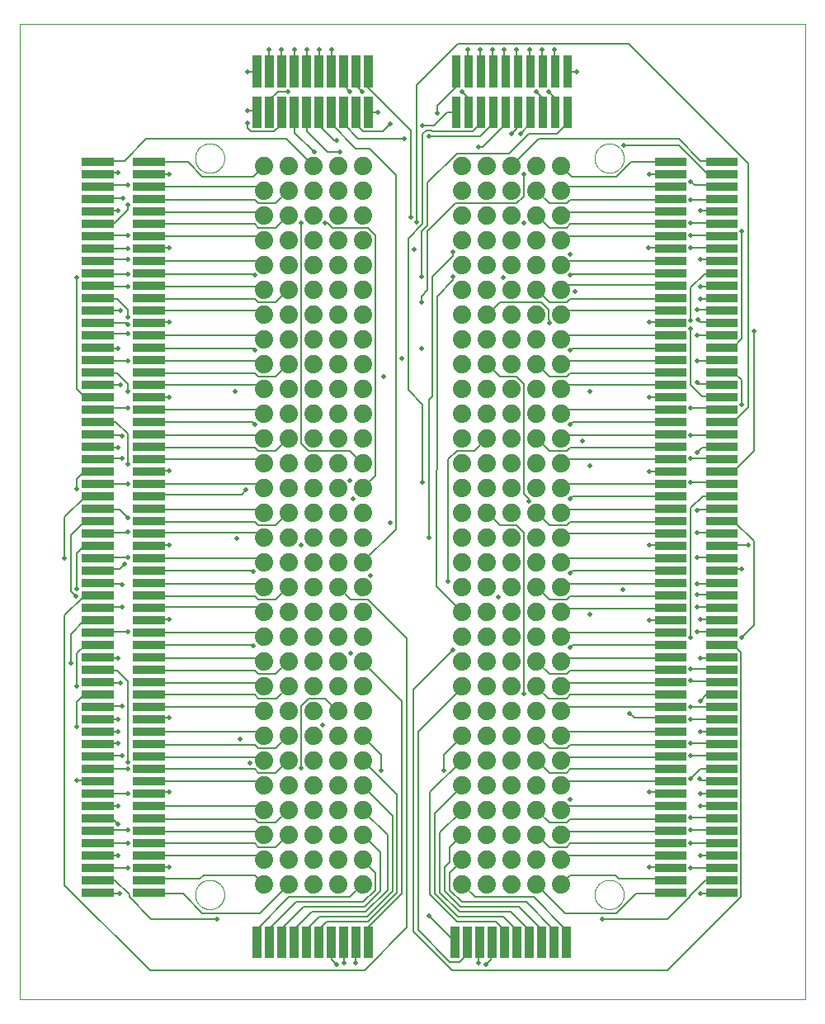
<source format=gbl>
G75*
%MOIN*%
%OFA0B0*%
%FSLAX25Y25*%
%IPPOS*%
%LPD*%
%AMOC8*
5,1,8,0,0,1.08239X$1,22.5*
%
%ADD10C,0.00000*%
%ADD11C,0.07400*%
%ADD12C,0.00301*%
%ADD13C,0.00800*%
%ADD14C,0.02000*%
D10*
X0001000Y0001000D02*
X0001000Y0394701D01*
X0318421Y0394701D01*
X0318421Y0001000D01*
X0001000Y0001000D01*
X0071897Y0043402D02*
X0071899Y0043555D01*
X0071905Y0043709D01*
X0071915Y0043862D01*
X0071929Y0044014D01*
X0071947Y0044167D01*
X0071969Y0044318D01*
X0071994Y0044469D01*
X0072024Y0044620D01*
X0072058Y0044770D01*
X0072095Y0044918D01*
X0072136Y0045066D01*
X0072181Y0045212D01*
X0072230Y0045358D01*
X0072283Y0045502D01*
X0072339Y0045644D01*
X0072399Y0045785D01*
X0072463Y0045925D01*
X0072530Y0046063D01*
X0072601Y0046199D01*
X0072676Y0046333D01*
X0072753Y0046465D01*
X0072835Y0046595D01*
X0072919Y0046723D01*
X0073007Y0046849D01*
X0073098Y0046972D01*
X0073192Y0047093D01*
X0073290Y0047211D01*
X0073390Y0047327D01*
X0073494Y0047440D01*
X0073600Y0047551D01*
X0073709Y0047659D01*
X0073821Y0047764D01*
X0073935Y0047865D01*
X0074053Y0047964D01*
X0074172Y0048060D01*
X0074294Y0048153D01*
X0074419Y0048242D01*
X0074546Y0048329D01*
X0074675Y0048411D01*
X0074806Y0048491D01*
X0074939Y0048567D01*
X0075074Y0048640D01*
X0075211Y0048709D01*
X0075350Y0048774D01*
X0075490Y0048836D01*
X0075632Y0048894D01*
X0075775Y0048949D01*
X0075920Y0049000D01*
X0076066Y0049047D01*
X0076213Y0049090D01*
X0076361Y0049129D01*
X0076510Y0049165D01*
X0076660Y0049196D01*
X0076811Y0049224D01*
X0076962Y0049248D01*
X0077115Y0049268D01*
X0077267Y0049284D01*
X0077420Y0049296D01*
X0077573Y0049304D01*
X0077726Y0049308D01*
X0077880Y0049308D01*
X0078033Y0049304D01*
X0078186Y0049296D01*
X0078339Y0049284D01*
X0078491Y0049268D01*
X0078644Y0049248D01*
X0078795Y0049224D01*
X0078946Y0049196D01*
X0079096Y0049165D01*
X0079245Y0049129D01*
X0079393Y0049090D01*
X0079540Y0049047D01*
X0079686Y0049000D01*
X0079831Y0048949D01*
X0079974Y0048894D01*
X0080116Y0048836D01*
X0080256Y0048774D01*
X0080395Y0048709D01*
X0080532Y0048640D01*
X0080667Y0048567D01*
X0080800Y0048491D01*
X0080931Y0048411D01*
X0081060Y0048329D01*
X0081187Y0048242D01*
X0081312Y0048153D01*
X0081434Y0048060D01*
X0081553Y0047964D01*
X0081671Y0047865D01*
X0081785Y0047764D01*
X0081897Y0047659D01*
X0082006Y0047551D01*
X0082112Y0047440D01*
X0082216Y0047327D01*
X0082316Y0047211D01*
X0082414Y0047093D01*
X0082508Y0046972D01*
X0082599Y0046849D01*
X0082687Y0046723D01*
X0082771Y0046595D01*
X0082853Y0046465D01*
X0082930Y0046333D01*
X0083005Y0046199D01*
X0083076Y0046063D01*
X0083143Y0045925D01*
X0083207Y0045785D01*
X0083267Y0045644D01*
X0083323Y0045502D01*
X0083376Y0045358D01*
X0083425Y0045212D01*
X0083470Y0045066D01*
X0083511Y0044918D01*
X0083548Y0044770D01*
X0083582Y0044620D01*
X0083612Y0044469D01*
X0083637Y0044318D01*
X0083659Y0044167D01*
X0083677Y0044014D01*
X0083691Y0043862D01*
X0083701Y0043709D01*
X0083707Y0043555D01*
X0083709Y0043402D01*
X0083707Y0043249D01*
X0083701Y0043095D01*
X0083691Y0042942D01*
X0083677Y0042790D01*
X0083659Y0042637D01*
X0083637Y0042486D01*
X0083612Y0042335D01*
X0083582Y0042184D01*
X0083548Y0042034D01*
X0083511Y0041886D01*
X0083470Y0041738D01*
X0083425Y0041592D01*
X0083376Y0041446D01*
X0083323Y0041302D01*
X0083267Y0041160D01*
X0083207Y0041019D01*
X0083143Y0040879D01*
X0083076Y0040741D01*
X0083005Y0040605D01*
X0082930Y0040471D01*
X0082853Y0040339D01*
X0082771Y0040209D01*
X0082687Y0040081D01*
X0082599Y0039955D01*
X0082508Y0039832D01*
X0082414Y0039711D01*
X0082316Y0039593D01*
X0082216Y0039477D01*
X0082112Y0039364D01*
X0082006Y0039253D01*
X0081897Y0039145D01*
X0081785Y0039040D01*
X0081671Y0038939D01*
X0081553Y0038840D01*
X0081434Y0038744D01*
X0081312Y0038651D01*
X0081187Y0038562D01*
X0081060Y0038475D01*
X0080931Y0038393D01*
X0080800Y0038313D01*
X0080667Y0038237D01*
X0080532Y0038164D01*
X0080395Y0038095D01*
X0080256Y0038030D01*
X0080116Y0037968D01*
X0079974Y0037910D01*
X0079831Y0037855D01*
X0079686Y0037804D01*
X0079540Y0037757D01*
X0079393Y0037714D01*
X0079245Y0037675D01*
X0079096Y0037639D01*
X0078946Y0037608D01*
X0078795Y0037580D01*
X0078644Y0037556D01*
X0078491Y0037536D01*
X0078339Y0037520D01*
X0078186Y0037508D01*
X0078033Y0037500D01*
X0077880Y0037496D01*
X0077726Y0037496D01*
X0077573Y0037500D01*
X0077420Y0037508D01*
X0077267Y0037520D01*
X0077115Y0037536D01*
X0076962Y0037556D01*
X0076811Y0037580D01*
X0076660Y0037608D01*
X0076510Y0037639D01*
X0076361Y0037675D01*
X0076213Y0037714D01*
X0076066Y0037757D01*
X0075920Y0037804D01*
X0075775Y0037855D01*
X0075632Y0037910D01*
X0075490Y0037968D01*
X0075350Y0038030D01*
X0075211Y0038095D01*
X0075074Y0038164D01*
X0074939Y0038237D01*
X0074806Y0038313D01*
X0074675Y0038393D01*
X0074546Y0038475D01*
X0074419Y0038562D01*
X0074294Y0038651D01*
X0074172Y0038744D01*
X0074053Y0038840D01*
X0073935Y0038939D01*
X0073821Y0039040D01*
X0073709Y0039145D01*
X0073600Y0039253D01*
X0073494Y0039364D01*
X0073390Y0039477D01*
X0073290Y0039593D01*
X0073192Y0039711D01*
X0073098Y0039832D01*
X0073007Y0039955D01*
X0072919Y0040081D01*
X0072835Y0040209D01*
X0072753Y0040339D01*
X0072676Y0040471D01*
X0072601Y0040605D01*
X0072530Y0040741D01*
X0072463Y0040879D01*
X0072399Y0041019D01*
X0072339Y0041160D01*
X0072283Y0041302D01*
X0072230Y0041446D01*
X0072181Y0041592D01*
X0072136Y0041738D01*
X0072095Y0041886D01*
X0072058Y0042034D01*
X0072024Y0042184D01*
X0071994Y0042335D01*
X0071969Y0042486D01*
X0071947Y0042637D01*
X0071929Y0042790D01*
X0071915Y0042942D01*
X0071905Y0043095D01*
X0071899Y0043249D01*
X0071897Y0043402D01*
X0233314Y0043402D02*
X0233316Y0043555D01*
X0233322Y0043709D01*
X0233332Y0043862D01*
X0233346Y0044014D01*
X0233364Y0044167D01*
X0233386Y0044318D01*
X0233411Y0044469D01*
X0233441Y0044620D01*
X0233475Y0044770D01*
X0233512Y0044918D01*
X0233553Y0045066D01*
X0233598Y0045212D01*
X0233647Y0045358D01*
X0233700Y0045502D01*
X0233756Y0045644D01*
X0233816Y0045785D01*
X0233880Y0045925D01*
X0233947Y0046063D01*
X0234018Y0046199D01*
X0234093Y0046333D01*
X0234170Y0046465D01*
X0234252Y0046595D01*
X0234336Y0046723D01*
X0234424Y0046849D01*
X0234515Y0046972D01*
X0234609Y0047093D01*
X0234707Y0047211D01*
X0234807Y0047327D01*
X0234911Y0047440D01*
X0235017Y0047551D01*
X0235126Y0047659D01*
X0235238Y0047764D01*
X0235352Y0047865D01*
X0235470Y0047964D01*
X0235589Y0048060D01*
X0235711Y0048153D01*
X0235836Y0048242D01*
X0235963Y0048329D01*
X0236092Y0048411D01*
X0236223Y0048491D01*
X0236356Y0048567D01*
X0236491Y0048640D01*
X0236628Y0048709D01*
X0236767Y0048774D01*
X0236907Y0048836D01*
X0237049Y0048894D01*
X0237192Y0048949D01*
X0237337Y0049000D01*
X0237483Y0049047D01*
X0237630Y0049090D01*
X0237778Y0049129D01*
X0237927Y0049165D01*
X0238077Y0049196D01*
X0238228Y0049224D01*
X0238379Y0049248D01*
X0238532Y0049268D01*
X0238684Y0049284D01*
X0238837Y0049296D01*
X0238990Y0049304D01*
X0239143Y0049308D01*
X0239297Y0049308D01*
X0239450Y0049304D01*
X0239603Y0049296D01*
X0239756Y0049284D01*
X0239908Y0049268D01*
X0240061Y0049248D01*
X0240212Y0049224D01*
X0240363Y0049196D01*
X0240513Y0049165D01*
X0240662Y0049129D01*
X0240810Y0049090D01*
X0240957Y0049047D01*
X0241103Y0049000D01*
X0241248Y0048949D01*
X0241391Y0048894D01*
X0241533Y0048836D01*
X0241673Y0048774D01*
X0241812Y0048709D01*
X0241949Y0048640D01*
X0242084Y0048567D01*
X0242217Y0048491D01*
X0242348Y0048411D01*
X0242477Y0048329D01*
X0242604Y0048242D01*
X0242729Y0048153D01*
X0242851Y0048060D01*
X0242970Y0047964D01*
X0243088Y0047865D01*
X0243202Y0047764D01*
X0243314Y0047659D01*
X0243423Y0047551D01*
X0243529Y0047440D01*
X0243633Y0047327D01*
X0243733Y0047211D01*
X0243831Y0047093D01*
X0243925Y0046972D01*
X0244016Y0046849D01*
X0244104Y0046723D01*
X0244188Y0046595D01*
X0244270Y0046465D01*
X0244347Y0046333D01*
X0244422Y0046199D01*
X0244493Y0046063D01*
X0244560Y0045925D01*
X0244624Y0045785D01*
X0244684Y0045644D01*
X0244740Y0045502D01*
X0244793Y0045358D01*
X0244842Y0045212D01*
X0244887Y0045066D01*
X0244928Y0044918D01*
X0244965Y0044770D01*
X0244999Y0044620D01*
X0245029Y0044469D01*
X0245054Y0044318D01*
X0245076Y0044167D01*
X0245094Y0044014D01*
X0245108Y0043862D01*
X0245118Y0043709D01*
X0245124Y0043555D01*
X0245126Y0043402D01*
X0245124Y0043249D01*
X0245118Y0043095D01*
X0245108Y0042942D01*
X0245094Y0042790D01*
X0245076Y0042637D01*
X0245054Y0042486D01*
X0245029Y0042335D01*
X0244999Y0042184D01*
X0244965Y0042034D01*
X0244928Y0041886D01*
X0244887Y0041738D01*
X0244842Y0041592D01*
X0244793Y0041446D01*
X0244740Y0041302D01*
X0244684Y0041160D01*
X0244624Y0041019D01*
X0244560Y0040879D01*
X0244493Y0040741D01*
X0244422Y0040605D01*
X0244347Y0040471D01*
X0244270Y0040339D01*
X0244188Y0040209D01*
X0244104Y0040081D01*
X0244016Y0039955D01*
X0243925Y0039832D01*
X0243831Y0039711D01*
X0243733Y0039593D01*
X0243633Y0039477D01*
X0243529Y0039364D01*
X0243423Y0039253D01*
X0243314Y0039145D01*
X0243202Y0039040D01*
X0243088Y0038939D01*
X0242970Y0038840D01*
X0242851Y0038744D01*
X0242729Y0038651D01*
X0242604Y0038562D01*
X0242477Y0038475D01*
X0242348Y0038393D01*
X0242217Y0038313D01*
X0242084Y0038237D01*
X0241949Y0038164D01*
X0241812Y0038095D01*
X0241673Y0038030D01*
X0241533Y0037968D01*
X0241391Y0037910D01*
X0241248Y0037855D01*
X0241103Y0037804D01*
X0240957Y0037757D01*
X0240810Y0037714D01*
X0240662Y0037675D01*
X0240513Y0037639D01*
X0240363Y0037608D01*
X0240212Y0037580D01*
X0240061Y0037556D01*
X0239908Y0037536D01*
X0239756Y0037520D01*
X0239603Y0037508D01*
X0239450Y0037500D01*
X0239297Y0037496D01*
X0239143Y0037496D01*
X0238990Y0037500D01*
X0238837Y0037508D01*
X0238684Y0037520D01*
X0238532Y0037536D01*
X0238379Y0037556D01*
X0238228Y0037580D01*
X0238077Y0037608D01*
X0237927Y0037639D01*
X0237778Y0037675D01*
X0237630Y0037714D01*
X0237483Y0037757D01*
X0237337Y0037804D01*
X0237192Y0037855D01*
X0237049Y0037910D01*
X0236907Y0037968D01*
X0236767Y0038030D01*
X0236628Y0038095D01*
X0236491Y0038164D01*
X0236356Y0038237D01*
X0236223Y0038313D01*
X0236092Y0038393D01*
X0235963Y0038475D01*
X0235836Y0038562D01*
X0235711Y0038651D01*
X0235589Y0038744D01*
X0235470Y0038840D01*
X0235352Y0038939D01*
X0235238Y0039040D01*
X0235126Y0039145D01*
X0235017Y0039253D01*
X0234911Y0039364D01*
X0234807Y0039477D01*
X0234707Y0039593D01*
X0234609Y0039711D01*
X0234515Y0039832D01*
X0234424Y0039955D01*
X0234336Y0040081D01*
X0234252Y0040209D01*
X0234170Y0040339D01*
X0234093Y0040471D01*
X0234018Y0040605D01*
X0233947Y0040741D01*
X0233880Y0040879D01*
X0233816Y0041019D01*
X0233756Y0041160D01*
X0233700Y0041302D01*
X0233647Y0041446D01*
X0233598Y0041592D01*
X0233553Y0041738D01*
X0233512Y0041886D01*
X0233475Y0042034D01*
X0233441Y0042184D01*
X0233411Y0042335D01*
X0233386Y0042486D01*
X0233364Y0042637D01*
X0233346Y0042790D01*
X0233332Y0042942D01*
X0233322Y0043095D01*
X0233316Y0043249D01*
X0233314Y0043402D01*
X0233314Y0340646D02*
X0233316Y0340799D01*
X0233322Y0340953D01*
X0233332Y0341106D01*
X0233346Y0341258D01*
X0233364Y0341411D01*
X0233386Y0341562D01*
X0233411Y0341713D01*
X0233441Y0341864D01*
X0233475Y0342014D01*
X0233512Y0342162D01*
X0233553Y0342310D01*
X0233598Y0342456D01*
X0233647Y0342602D01*
X0233700Y0342746D01*
X0233756Y0342888D01*
X0233816Y0343029D01*
X0233880Y0343169D01*
X0233947Y0343307D01*
X0234018Y0343443D01*
X0234093Y0343577D01*
X0234170Y0343709D01*
X0234252Y0343839D01*
X0234336Y0343967D01*
X0234424Y0344093D01*
X0234515Y0344216D01*
X0234609Y0344337D01*
X0234707Y0344455D01*
X0234807Y0344571D01*
X0234911Y0344684D01*
X0235017Y0344795D01*
X0235126Y0344903D01*
X0235238Y0345008D01*
X0235352Y0345109D01*
X0235470Y0345208D01*
X0235589Y0345304D01*
X0235711Y0345397D01*
X0235836Y0345486D01*
X0235963Y0345573D01*
X0236092Y0345655D01*
X0236223Y0345735D01*
X0236356Y0345811D01*
X0236491Y0345884D01*
X0236628Y0345953D01*
X0236767Y0346018D01*
X0236907Y0346080D01*
X0237049Y0346138D01*
X0237192Y0346193D01*
X0237337Y0346244D01*
X0237483Y0346291D01*
X0237630Y0346334D01*
X0237778Y0346373D01*
X0237927Y0346409D01*
X0238077Y0346440D01*
X0238228Y0346468D01*
X0238379Y0346492D01*
X0238532Y0346512D01*
X0238684Y0346528D01*
X0238837Y0346540D01*
X0238990Y0346548D01*
X0239143Y0346552D01*
X0239297Y0346552D01*
X0239450Y0346548D01*
X0239603Y0346540D01*
X0239756Y0346528D01*
X0239908Y0346512D01*
X0240061Y0346492D01*
X0240212Y0346468D01*
X0240363Y0346440D01*
X0240513Y0346409D01*
X0240662Y0346373D01*
X0240810Y0346334D01*
X0240957Y0346291D01*
X0241103Y0346244D01*
X0241248Y0346193D01*
X0241391Y0346138D01*
X0241533Y0346080D01*
X0241673Y0346018D01*
X0241812Y0345953D01*
X0241949Y0345884D01*
X0242084Y0345811D01*
X0242217Y0345735D01*
X0242348Y0345655D01*
X0242477Y0345573D01*
X0242604Y0345486D01*
X0242729Y0345397D01*
X0242851Y0345304D01*
X0242970Y0345208D01*
X0243088Y0345109D01*
X0243202Y0345008D01*
X0243314Y0344903D01*
X0243423Y0344795D01*
X0243529Y0344684D01*
X0243633Y0344571D01*
X0243733Y0344455D01*
X0243831Y0344337D01*
X0243925Y0344216D01*
X0244016Y0344093D01*
X0244104Y0343967D01*
X0244188Y0343839D01*
X0244270Y0343709D01*
X0244347Y0343577D01*
X0244422Y0343443D01*
X0244493Y0343307D01*
X0244560Y0343169D01*
X0244624Y0343029D01*
X0244684Y0342888D01*
X0244740Y0342746D01*
X0244793Y0342602D01*
X0244842Y0342456D01*
X0244887Y0342310D01*
X0244928Y0342162D01*
X0244965Y0342014D01*
X0244999Y0341864D01*
X0245029Y0341713D01*
X0245054Y0341562D01*
X0245076Y0341411D01*
X0245094Y0341258D01*
X0245108Y0341106D01*
X0245118Y0340953D01*
X0245124Y0340799D01*
X0245126Y0340646D01*
X0245124Y0340493D01*
X0245118Y0340339D01*
X0245108Y0340186D01*
X0245094Y0340034D01*
X0245076Y0339881D01*
X0245054Y0339730D01*
X0245029Y0339579D01*
X0244999Y0339428D01*
X0244965Y0339278D01*
X0244928Y0339130D01*
X0244887Y0338982D01*
X0244842Y0338836D01*
X0244793Y0338690D01*
X0244740Y0338546D01*
X0244684Y0338404D01*
X0244624Y0338263D01*
X0244560Y0338123D01*
X0244493Y0337985D01*
X0244422Y0337849D01*
X0244347Y0337715D01*
X0244270Y0337583D01*
X0244188Y0337453D01*
X0244104Y0337325D01*
X0244016Y0337199D01*
X0243925Y0337076D01*
X0243831Y0336955D01*
X0243733Y0336837D01*
X0243633Y0336721D01*
X0243529Y0336608D01*
X0243423Y0336497D01*
X0243314Y0336389D01*
X0243202Y0336284D01*
X0243088Y0336183D01*
X0242970Y0336084D01*
X0242851Y0335988D01*
X0242729Y0335895D01*
X0242604Y0335806D01*
X0242477Y0335719D01*
X0242348Y0335637D01*
X0242217Y0335557D01*
X0242084Y0335481D01*
X0241949Y0335408D01*
X0241812Y0335339D01*
X0241673Y0335274D01*
X0241533Y0335212D01*
X0241391Y0335154D01*
X0241248Y0335099D01*
X0241103Y0335048D01*
X0240957Y0335001D01*
X0240810Y0334958D01*
X0240662Y0334919D01*
X0240513Y0334883D01*
X0240363Y0334852D01*
X0240212Y0334824D01*
X0240061Y0334800D01*
X0239908Y0334780D01*
X0239756Y0334764D01*
X0239603Y0334752D01*
X0239450Y0334744D01*
X0239297Y0334740D01*
X0239143Y0334740D01*
X0238990Y0334744D01*
X0238837Y0334752D01*
X0238684Y0334764D01*
X0238532Y0334780D01*
X0238379Y0334800D01*
X0238228Y0334824D01*
X0238077Y0334852D01*
X0237927Y0334883D01*
X0237778Y0334919D01*
X0237630Y0334958D01*
X0237483Y0335001D01*
X0237337Y0335048D01*
X0237192Y0335099D01*
X0237049Y0335154D01*
X0236907Y0335212D01*
X0236767Y0335274D01*
X0236628Y0335339D01*
X0236491Y0335408D01*
X0236356Y0335481D01*
X0236223Y0335557D01*
X0236092Y0335637D01*
X0235963Y0335719D01*
X0235836Y0335806D01*
X0235711Y0335895D01*
X0235589Y0335988D01*
X0235470Y0336084D01*
X0235352Y0336183D01*
X0235238Y0336284D01*
X0235126Y0336389D01*
X0235017Y0336497D01*
X0234911Y0336608D01*
X0234807Y0336721D01*
X0234707Y0336837D01*
X0234609Y0336955D01*
X0234515Y0337076D01*
X0234424Y0337199D01*
X0234336Y0337325D01*
X0234252Y0337453D01*
X0234170Y0337583D01*
X0234093Y0337715D01*
X0234018Y0337849D01*
X0233947Y0337985D01*
X0233880Y0338123D01*
X0233816Y0338263D01*
X0233756Y0338404D01*
X0233700Y0338546D01*
X0233647Y0338690D01*
X0233598Y0338836D01*
X0233553Y0338982D01*
X0233512Y0339130D01*
X0233475Y0339278D01*
X0233441Y0339428D01*
X0233411Y0339579D01*
X0233386Y0339730D01*
X0233364Y0339881D01*
X0233346Y0340034D01*
X0233332Y0340186D01*
X0233322Y0340339D01*
X0233316Y0340493D01*
X0233314Y0340646D01*
X0071897Y0340646D02*
X0071899Y0340799D01*
X0071905Y0340953D01*
X0071915Y0341106D01*
X0071929Y0341258D01*
X0071947Y0341411D01*
X0071969Y0341562D01*
X0071994Y0341713D01*
X0072024Y0341864D01*
X0072058Y0342014D01*
X0072095Y0342162D01*
X0072136Y0342310D01*
X0072181Y0342456D01*
X0072230Y0342602D01*
X0072283Y0342746D01*
X0072339Y0342888D01*
X0072399Y0343029D01*
X0072463Y0343169D01*
X0072530Y0343307D01*
X0072601Y0343443D01*
X0072676Y0343577D01*
X0072753Y0343709D01*
X0072835Y0343839D01*
X0072919Y0343967D01*
X0073007Y0344093D01*
X0073098Y0344216D01*
X0073192Y0344337D01*
X0073290Y0344455D01*
X0073390Y0344571D01*
X0073494Y0344684D01*
X0073600Y0344795D01*
X0073709Y0344903D01*
X0073821Y0345008D01*
X0073935Y0345109D01*
X0074053Y0345208D01*
X0074172Y0345304D01*
X0074294Y0345397D01*
X0074419Y0345486D01*
X0074546Y0345573D01*
X0074675Y0345655D01*
X0074806Y0345735D01*
X0074939Y0345811D01*
X0075074Y0345884D01*
X0075211Y0345953D01*
X0075350Y0346018D01*
X0075490Y0346080D01*
X0075632Y0346138D01*
X0075775Y0346193D01*
X0075920Y0346244D01*
X0076066Y0346291D01*
X0076213Y0346334D01*
X0076361Y0346373D01*
X0076510Y0346409D01*
X0076660Y0346440D01*
X0076811Y0346468D01*
X0076962Y0346492D01*
X0077115Y0346512D01*
X0077267Y0346528D01*
X0077420Y0346540D01*
X0077573Y0346548D01*
X0077726Y0346552D01*
X0077880Y0346552D01*
X0078033Y0346548D01*
X0078186Y0346540D01*
X0078339Y0346528D01*
X0078491Y0346512D01*
X0078644Y0346492D01*
X0078795Y0346468D01*
X0078946Y0346440D01*
X0079096Y0346409D01*
X0079245Y0346373D01*
X0079393Y0346334D01*
X0079540Y0346291D01*
X0079686Y0346244D01*
X0079831Y0346193D01*
X0079974Y0346138D01*
X0080116Y0346080D01*
X0080256Y0346018D01*
X0080395Y0345953D01*
X0080532Y0345884D01*
X0080667Y0345811D01*
X0080800Y0345735D01*
X0080931Y0345655D01*
X0081060Y0345573D01*
X0081187Y0345486D01*
X0081312Y0345397D01*
X0081434Y0345304D01*
X0081553Y0345208D01*
X0081671Y0345109D01*
X0081785Y0345008D01*
X0081897Y0344903D01*
X0082006Y0344795D01*
X0082112Y0344684D01*
X0082216Y0344571D01*
X0082316Y0344455D01*
X0082414Y0344337D01*
X0082508Y0344216D01*
X0082599Y0344093D01*
X0082687Y0343967D01*
X0082771Y0343839D01*
X0082853Y0343709D01*
X0082930Y0343577D01*
X0083005Y0343443D01*
X0083076Y0343307D01*
X0083143Y0343169D01*
X0083207Y0343029D01*
X0083267Y0342888D01*
X0083323Y0342746D01*
X0083376Y0342602D01*
X0083425Y0342456D01*
X0083470Y0342310D01*
X0083511Y0342162D01*
X0083548Y0342014D01*
X0083582Y0341864D01*
X0083612Y0341713D01*
X0083637Y0341562D01*
X0083659Y0341411D01*
X0083677Y0341258D01*
X0083691Y0341106D01*
X0083701Y0340953D01*
X0083707Y0340799D01*
X0083709Y0340646D01*
X0083707Y0340493D01*
X0083701Y0340339D01*
X0083691Y0340186D01*
X0083677Y0340034D01*
X0083659Y0339881D01*
X0083637Y0339730D01*
X0083612Y0339579D01*
X0083582Y0339428D01*
X0083548Y0339278D01*
X0083511Y0339130D01*
X0083470Y0338982D01*
X0083425Y0338836D01*
X0083376Y0338690D01*
X0083323Y0338546D01*
X0083267Y0338404D01*
X0083207Y0338263D01*
X0083143Y0338123D01*
X0083076Y0337985D01*
X0083005Y0337849D01*
X0082930Y0337715D01*
X0082853Y0337583D01*
X0082771Y0337453D01*
X0082687Y0337325D01*
X0082599Y0337199D01*
X0082508Y0337076D01*
X0082414Y0336955D01*
X0082316Y0336837D01*
X0082216Y0336721D01*
X0082112Y0336608D01*
X0082006Y0336497D01*
X0081897Y0336389D01*
X0081785Y0336284D01*
X0081671Y0336183D01*
X0081553Y0336084D01*
X0081434Y0335988D01*
X0081312Y0335895D01*
X0081187Y0335806D01*
X0081060Y0335719D01*
X0080931Y0335637D01*
X0080800Y0335557D01*
X0080667Y0335481D01*
X0080532Y0335408D01*
X0080395Y0335339D01*
X0080256Y0335274D01*
X0080116Y0335212D01*
X0079974Y0335154D01*
X0079831Y0335099D01*
X0079686Y0335048D01*
X0079540Y0335001D01*
X0079393Y0334958D01*
X0079245Y0334919D01*
X0079096Y0334883D01*
X0078946Y0334852D01*
X0078795Y0334824D01*
X0078644Y0334800D01*
X0078491Y0334780D01*
X0078339Y0334764D01*
X0078186Y0334752D01*
X0078033Y0334744D01*
X0077880Y0334740D01*
X0077726Y0334740D01*
X0077573Y0334744D01*
X0077420Y0334752D01*
X0077267Y0334764D01*
X0077115Y0334780D01*
X0076962Y0334800D01*
X0076811Y0334824D01*
X0076660Y0334852D01*
X0076510Y0334883D01*
X0076361Y0334919D01*
X0076213Y0334958D01*
X0076066Y0335001D01*
X0075920Y0335048D01*
X0075775Y0335099D01*
X0075632Y0335154D01*
X0075490Y0335212D01*
X0075350Y0335274D01*
X0075211Y0335339D01*
X0075074Y0335408D01*
X0074939Y0335481D01*
X0074806Y0335557D01*
X0074675Y0335637D01*
X0074546Y0335719D01*
X0074419Y0335806D01*
X0074294Y0335895D01*
X0074172Y0335988D01*
X0074053Y0336084D01*
X0073935Y0336183D01*
X0073821Y0336284D01*
X0073709Y0336389D01*
X0073600Y0336497D01*
X0073494Y0336608D01*
X0073390Y0336721D01*
X0073290Y0336837D01*
X0073192Y0336955D01*
X0073098Y0337076D01*
X0073007Y0337199D01*
X0072919Y0337325D01*
X0072835Y0337453D01*
X0072753Y0337583D01*
X0072676Y0337715D01*
X0072601Y0337849D01*
X0072530Y0337985D01*
X0072463Y0338123D01*
X0072399Y0338263D01*
X0072339Y0338404D01*
X0072283Y0338546D01*
X0072230Y0338690D01*
X0072181Y0338836D01*
X0072136Y0338982D01*
X0072095Y0339130D01*
X0072058Y0339278D01*
X0072024Y0339428D01*
X0071994Y0339579D01*
X0071969Y0339730D01*
X0071947Y0339881D01*
X0071929Y0340034D01*
X0071915Y0340186D01*
X0071905Y0340339D01*
X0071899Y0340493D01*
X0071897Y0340646D01*
D11*
X0099677Y0337457D03*
X0109677Y0337457D03*
X0119677Y0337457D03*
X0129677Y0337457D03*
X0139677Y0337457D03*
X0139677Y0327457D03*
X0139677Y0317457D03*
X0129677Y0317457D03*
X0129677Y0327457D03*
X0119677Y0327457D03*
X0119677Y0317457D03*
X0109677Y0317457D03*
X0109677Y0327457D03*
X0099677Y0327457D03*
X0099677Y0317457D03*
X0099677Y0307457D03*
X0099677Y0297457D03*
X0109677Y0297457D03*
X0109677Y0307457D03*
X0119677Y0307457D03*
X0119677Y0297457D03*
X0129677Y0297457D03*
X0129677Y0307457D03*
X0139677Y0307457D03*
X0139677Y0297457D03*
X0139677Y0287457D03*
X0139677Y0277457D03*
X0129677Y0277457D03*
X0129677Y0287457D03*
X0119677Y0287457D03*
X0119677Y0277457D03*
X0109677Y0277457D03*
X0109677Y0287457D03*
X0099677Y0287457D03*
X0099677Y0277457D03*
X0099677Y0267457D03*
X0099677Y0257457D03*
X0109677Y0257457D03*
X0109677Y0267457D03*
X0119677Y0267457D03*
X0119677Y0257457D03*
X0129677Y0257457D03*
X0129677Y0267457D03*
X0139677Y0267457D03*
X0139677Y0257457D03*
X0139677Y0247457D03*
X0139677Y0237457D03*
X0129677Y0237457D03*
X0129677Y0247457D03*
X0119677Y0247457D03*
X0119677Y0237457D03*
X0109677Y0237457D03*
X0109677Y0247457D03*
X0099677Y0247457D03*
X0099677Y0237457D03*
X0099677Y0227457D03*
X0109677Y0227457D03*
X0119677Y0227457D03*
X0129677Y0227457D03*
X0139677Y0227457D03*
X0139677Y0217457D03*
X0139677Y0207457D03*
X0129677Y0207457D03*
X0129677Y0217457D03*
X0119677Y0217457D03*
X0119677Y0207457D03*
X0109677Y0207457D03*
X0109677Y0217457D03*
X0099677Y0217457D03*
X0099677Y0207457D03*
X0099677Y0197457D03*
X0099677Y0187457D03*
X0109677Y0187457D03*
X0109677Y0197457D03*
X0119677Y0197457D03*
X0119677Y0187457D03*
X0129677Y0187457D03*
X0129677Y0197457D03*
X0139677Y0197457D03*
X0139677Y0187457D03*
X0139677Y0177457D03*
X0139677Y0167457D03*
X0129677Y0167457D03*
X0129677Y0177457D03*
X0119677Y0177457D03*
X0119677Y0167457D03*
X0109677Y0167457D03*
X0109677Y0177457D03*
X0099677Y0177457D03*
X0099677Y0167457D03*
X0099677Y0157457D03*
X0099677Y0147457D03*
X0109677Y0147457D03*
X0109677Y0157457D03*
X0119677Y0157457D03*
X0119677Y0147457D03*
X0129677Y0147457D03*
X0129677Y0157457D03*
X0139677Y0157457D03*
X0139677Y0147457D03*
X0139677Y0137457D03*
X0139677Y0127457D03*
X0129677Y0127457D03*
X0129677Y0137457D03*
X0119677Y0137457D03*
X0119677Y0127457D03*
X0109677Y0127457D03*
X0109677Y0137457D03*
X0099677Y0137457D03*
X0099677Y0127457D03*
X0099677Y0117457D03*
X0099677Y0107457D03*
X0109677Y0107457D03*
X0109677Y0117457D03*
X0119677Y0117457D03*
X0119677Y0107457D03*
X0129677Y0107457D03*
X0129677Y0117457D03*
X0139677Y0117457D03*
X0139677Y0107457D03*
X0139677Y0097457D03*
X0139677Y0087457D03*
X0129677Y0087457D03*
X0129677Y0097457D03*
X0119677Y0097457D03*
X0119677Y0087457D03*
X0109677Y0087457D03*
X0109677Y0097457D03*
X0099677Y0097457D03*
X0099677Y0087457D03*
X0099677Y0077457D03*
X0099677Y0067457D03*
X0109677Y0067457D03*
X0109677Y0077457D03*
X0119677Y0077457D03*
X0119677Y0067457D03*
X0129677Y0067457D03*
X0129677Y0077457D03*
X0139677Y0077457D03*
X0139677Y0067457D03*
X0139677Y0057457D03*
X0129677Y0057457D03*
X0119677Y0057457D03*
X0109677Y0057457D03*
X0099677Y0057457D03*
X0099677Y0047457D03*
X0109677Y0047457D03*
X0119677Y0047457D03*
X0129677Y0047457D03*
X0139677Y0047457D03*
X0179677Y0047457D03*
X0179677Y0057457D03*
X0179677Y0067457D03*
X0179677Y0077457D03*
X0179677Y0087457D03*
X0179677Y0097457D03*
X0179677Y0107457D03*
X0179677Y0117457D03*
X0179677Y0127457D03*
X0179677Y0137457D03*
X0179677Y0147457D03*
X0179677Y0157457D03*
X0179677Y0167457D03*
X0179677Y0177457D03*
X0179677Y0187457D03*
X0179677Y0197457D03*
X0179677Y0207457D03*
X0179677Y0217457D03*
X0179677Y0227457D03*
X0179677Y0237457D03*
X0179677Y0247457D03*
X0179677Y0257457D03*
X0179677Y0267457D03*
X0179677Y0277457D03*
X0179677Y0287457D03*
X0179677Y0297457D03*
X0179677Y0307457D03*
X0179677Y0317457D03*
X0179677Y0327457D03*
X0179677Y0337457D03*
X0189677Y0337457D03*
X0199677Y0337457D03*
X0209677Y0337457D03*
X0219677Y0337457D03*
X0219677Y0327457D03*
X0219677Y0317457D03*
X0209677Y0317457D03*
X0209677Y0327457D03*
X0199677Y0327457D03*
X0199677Y0317457D03*
X0189677Y0317457D03*
X0189677Y0327457D03*
X0189677Y0307457D03*
X0189677Y0297457D03*
X0199677Y0297457D03*
X0199677Y0307457D03*
X0209677Y0307457D03*
X0209677Y0297457D03*
X0219677Y0297457D03*
X0219677Y0307457D03*
X0219677Y0287457D03*
X0219677Y0277457D03*
X0209677Y0277457D03*
X0209677Y0287457D03*
X0199677Y0287457D03*
X0199677Y0277457D03*
X0189677Y0277457D03*
X0189677Y0287457D03*
X0189677Y0267457D03*
X0189677Y0257457D03*
X0199677Y0257457D03*
X0199677Y0267457D03*
X0209677Y0267457D03*
X0209677Y0257457D03*
X0219677Y0257457D03*
X0219677Y0267457D03*
X0219677Y0247457D03*
X0219677Y0237457D03*
X0209677Y0237457D03*
X0209677Y0247457D03*
X0199677Y0247457D03*
X0199677Y0237457D03*
X0189677Y0237457D03*
X0189677Y0247457D03*
X0189677Y0227457D03*
X0199677Y0227457D03*
X0209677Y0227457D03*
X0219677Y0227457D03*
X0219677Y0217457D03*
X0219677Y0207457D03*
X0209677Y0207457D03*
X0209677Y0217457D03*
X0199677Y0217457D03*
X0199677Y0207457D03*
X0189677Y0207457D03*
X0189677Y0217457D03*
X0189677Y0197457D03*
X0189677Y0187457D03*
X0199677Y0187457D03*
X0199677Y0197457D03*
X0209677Y0197457D03*
X0209677Y0187457D03*
X0219677Y0187457D03*
X0219677Y0197457D03*
X0219677Y0177457D03*
X0219677Y0167457D03*
X0209677Y0167457D03*
X0209677Y0177457D03*
X0199677Y0177457D03*
X0199677Y0167457D03*
X0189677Y0167457D03*
X0189677Y0177457D03*
X0189677Y0157457D03*
X0189677Y0147457D03*
X0199677Y0147457D03*
X0199677Y0157457D03*
X0209677Y0157457D03*
X0209677Y0147457D03*
X0219677Y0147457D03*
X0219677Y0157457D03*
X0219677Y0137457D03*
X0219677Y0127457D03*
X0209677Y0127457D03*
X0209677Y0137457D03*
X0199677Y0137457D03*
X0199677Y0127457D03*
X0189677Y0127457D03*
X0189677Y0137457D03*
X0189677Y0117457D03*
X0189677Y0107457D03*
X0199677Y0107457D03*
X0199677Y0117457D03*
X0209677Y0117457D03*
X0209677Y0107457D03*
X0219677Y0107457D03*
X0219677Y0117457D03*
X0219677Y0097457D03*
X0219677Y0087457D03*
X0209677Y0087457D03*
X0209677Y0097457D03*
X0199677Y0097457D03*
X0199677Y0087457D03*
X0189677Y0087457D03*
X0189677Y0097457D03*
X0189677Y0077457D03*
X0189677Y0067457D03*
X0199677Y0067457D03*
X0199677Y0077457D03*
X0209677Y0077457D03*
X0209677Y0067457D03*
X0219677Y0067457D03*
X0219677Y0077457D03*
X0219677Y0057457D03*
X0209677Y0057457D03*
X0199677Y0057457D03*
X0189677Y0057457D03*
X0189677Y0047457D03*
X0199677Y0047457D03*
X0209677Y0047457D03*
X0219677Y0047457D03*
D12*
X0220209Y0030570D02*
X0220209Y0018076D01*
X0220209Y0030570D02*
X0223255Y0030570D01*
X0223255Y0018076D01*
X0220209Y0018076D01*
X0220209Y0018376D02*
X0223255Y0018376D01*
X0223255Y0018676D02*
X0220209Y0018676D01*
X0220209Y0018976D02*
X0223255Y0018976D01*
X0223255Y0019276D02*
X0220209Y0019276D01*
X0220209Y0019576D02*
X0223255Y0019576D01*
X0223255Y0019876D02*
X0220209Y0019876D01*
X0220209Y0020176D02*
X0223255Y0020176D01*
X0223255Y0020476D02*
X0220209Y0020476D01*
X0220209Y0020776D02*
X0223255Y0020776D01*
X0223255Y0021076D02*
X0220209Y0021076D01*
X0220209Y0021376D02*
X0223255Y0021376D01*
X0223255Y0021676D02*
X0220209Y0021676D01*
X0220209Y0021976D02*
X0223255Y0021976D01*
X0223255Y0022276D02*
X0220209Y0022276D01*
X0220209Y0022576D02*
X0223255Y0022576D01*
X0223255Y0022876D02*
X0220209Y0022876D01*
X0220209Y0023176D02*
X0223255Y0023176D01*
X0223255Y0023476D02*
X0220209Y0023476D01*
X0220209Y0023776D02*
X0223255Y0023776D01*
X0223255Y0024076D02*
X0220209Y0024076D01*
X0220209Y0024376D02*
X0223255Y0024376D01*
X0223255Y0024676D02*
X0220209Y0024676D01*
X0220209Y0024976D02*
X0223255Y0024976D01*
X0223255Y0025276D02*
X0220209Y0025276D01*
X0220209Y0025576D02*
X0223255Y0025576D01*
X0223255Y0025876D02*
X0220209Y0025876D01*
X0220209Y0026176D02*
X0223255Y0026176D01*
X0223255Y0026476D02*
X0220209Y0026476D01*
X0220209Y0026776D02*
X0223255Y0026776D01*
X0223255Y0027076D02*
X0220209Y0027076D01*
X0220209Y0027376D02*
X0223255Y0027376D01*
X0223255Y0027676D02*
X0220209Y0027676D01*
X0220209Y0027976D02*
X0223255Y0027976D01*
X0223255Y0028276D02*
X0220209Y0028276D01*
X0220209Y0028576D02*
X0223255Y0028576D01*
X0223255Y0028876D02*
X0220209Y0028876D01*
X0220209Y0029176D02*
X0223255Y0029176D01*
X0223255Y0029476D02*
X0220209Y0029476D01*
X0220209Y0029776D02*
X0223255Y0029776D01*
X0223255Y0030076D02*
X0220209Y0030076D01*
X0220209Y0030376D02*
X0223255Y0030376D01*
X0215209Y0030570D02*
X0215209Y0018076D01*
X0215209Y0030570D02*
X0218255Y0030570D01*
X0218255Y0018076D01*
X0215209Y0018076D01*
X0215209Y0018376D02*
X0218255Y0018376D01*
X0218255Y0018676D02*
X0215209Y0018676D01*
X0215209Y0018976D02*
X0218255Y0018976D01*
X0218255Y0019276D02*
X0215209Y0019276D01*
X0215209Y0019576D02*
X0218255Y0019576D01*
X0218255Y0019876D02*
X0215209Y0019876D01*
X0215209Y0020176D02*
X0218255Y0020176D01*
X0218255Y0020476D02*
X0215209Y0020476D01*
X0215209Y0020776D02*
X0218255Y0020776D01*
X0218255Y0021076D02*
X0215209Y0021076D01*
X0215209Y0021376D02*
X0218255Y0021376D01*
X0218255Y0021676D02*
X0215209Y0021676D01*
X0215209Y0021976D02*
X0218255Y0021976D01*
X0218255Y0022276D02*
X0215209Y0022276D01*
X0215209Y0022576D02*
X0218255Y0022576D01*
X0218255Y0022876D02*
X0215209Y0022876D01*
X0215209Y0023176D02*
X0218255Y0023176D01*
X0218255Y0023476D02*
X0215209Y0023476D01*
X0215209Y0023776D02*
X0218255Y0023776D01*
X0218255Y0024076D02*
X0215209Y0024076D01*
X0215209Y0024376D02*
X0218255Y0024376D01*
X0218255Y0024676D02*
X0215209Y0024676D01*
X0215209Y0024976D02*
X0218255Y0024976D01*
X0218255Y0025276D02*
X0215209Y0025276D01*
X0215209Y0025576D02*
X0218255Y0025576D01*
X0218255Y0025876D02*
X0215209Y0025876D01*
X0215209Y0026176D02*
X0218255Y0026176D01*
X0218255Y0026476D02*
X0215209Y0026476D01*
X0215209Y0026776D02*
X0218255Y0026776D01*
X0218255Y0027076D02*
X0215209Y0027076D01*
X0215209Y0027376D02*
X0218255Y0027376D01*
X0218255Y0027676D02*
X0215209Y0027676D01*
X0215209Y0027976D02*
X0218255Y0027976D01*
X0218255Y0028276D02*
X0215209Y0028276D01*
X0215209Y0028576D02*
X0218255Y0028576D01*
X0218255Y0028876D02*
X0215209Y0028876D01*
X0215209Y0029176D02*
X0218255Y0029176D01*
X0218255Y0029476D02*
X0215209Y0029476D01*
X0215209Y0029776D02*
X0218255Y0029776D01*
X0218255Y0030076D02*
X0215209Y0030076D01*
X0215209Y0030376D02*
X0218255Y0030376D01*
X0210209Y0030570D02*
X0210209Y0018076D01*
X0210209Y0030570D02*
X0213255Y0030570D01*
X0213255Y0018076D01*
X0210209Y0018076D01*
X0210209Y0018376D02*
X0213255Y0018376D01*
X0213255Y0018676D02*
X0210209Y0018676D01*
X0210209Y0018976D02*
X0213255Y0018976D01*
X0213255Y0019276D02*
X0210209Y0019276D01*
X0210209Y0019576D02*
X0213255Y0019576D01*
X0213255Y0019876D02*
X0210209Y0019876D01*
X0210209Y0020176D02*
X0213255Y0020176D01*
X0213255Y0020476D02*
X0210209Y0020476D01*
X0210209Y0020776D02*
X0213255Y0020776D01*
X0213255Y0021076D02*
X0210209Y0021076D01*
X0210209Y0021376D02*
X0213255Y0021376D01*
X0213255Y0021676D02*
X0210209Y0021676D01*
X0210209Y0021976D02*
X0213255Y0021976D01*
X0213255Y0022276D02*
X0210209Y0022276D01*
X0210209Y0022576D02*
X0213255Y0022576D01*
X0213255Y0022876D02*
X0210209Y0022876D01*
X0210209Y0023176D02*
X0213255Y0023176D01*
X0213255Y0023476D02*
X0210209Y0023476D01*
X0210209Y0023776D02*
X0213255Y0023776D01*
X0213255Y0024076D02*
X0210209Y0024076D01*
X0210209Y0024376D02*
X0213255Y0024376D01*
X0213255Y0024676D02*
X0210209Y0024676D01*
X0210209Y0024976D02*
X0213255Y0024976D01*
X0213255Y0025276D02*
X0210209Y0025276D01*
X0210209Y0025576D02*
X0213255Y0025576D01*
X0213255Y0025876D02*
X0210209Y0025876D01*
X0210209Y0026176D02*
X0213255Y0026176D01*
X0213255Y0026476D02*
X0210209Y0026476D01*
X0210209Y0026776D02*
X0213255Y0026776D01*
X0213255Y0027076D02*
X0210209Y0027076D01*
X0210209Y0027376D02*
X0213255Y0027376D01*
X0213255Y0027676D02*
X0210209Y0027676D01*
X0210209Y0027976D02*
X0213255Y0027976D01*
X0213255Y0028276D02*
X0210209Y0028276D01*
X0210209Y0028576D02*
X0213255Y0028576D01*
X0213255Y0028876D02*
X0210209Y0028876D01*
X0210209Y0029176D02*
X0213255Y0029176D01*
X0213255Y0029476D02*
X0210209Y0029476D01*
X0210209Y0029776D02*
X0213255Y0029776D01*
X0213255Y0030076D02*
X0210209Y0030076D01*
X0210209Y0030376D02*
X0213255Y0030376D01*
X0205209Y0030570D02*
X0205209Y0018076D01*
X0205209Y0030570D02*
X0208255Y0030570D01*
X0208255Y0018076D01*
X0205209Y0018076D01*
X0205209Y0018376D02*
X0208255Y0018376D01*
X0208255Y0018676D02*
X0205209Y0018676D01*
X0205209Y0018976D02*
X0208255Y0018976D01*
X0208255Y0019276D02*
X0205209Y0019276D01*
X0205209Y0019576D02*
X0208255Y0019576D01*
X0208255Y0019876D02*
X0205209Y0019876D01*
X0205209Y0020176D02*
X0208255Y0020176D01*
X0208255Y0020476D02*
X0205209Y0020476D01*
X0205209Y0020776D02*
X0208255Y0020776D01*
X0208255Y0021076D02*
X0205209Y0021076D01*
X0205209Y0021376D02*
X0208255Y0021376D01*
X0208255Y0021676D02*
X0205209Y0021676D01*
X0205209Y0021976D02*
X0208255Y0021976D01*
X0208255Y0022276D02*
X0205209Y0022276D01*
X0205209Y0022576D02*
X0208255Y0022576D01*
X0208255Y0022876D02*
X0205209Y0022876D01*
X0205209Y0023176D02*
X0208255Y0023176D01*
X0208255Y0023476D02*
X0205209Y0023476D01*
X0205209Y0023776D02*
X0208255Y0023776D01*
X0208255Y0024076D02*
X0205209Y0024076D01*
X0205209Y0024376D02*
X0208255Y0024376D01*
X0208255Y0024676D02*
X0205209Y0024676D01*
X0205209Y0024976D02*
X0208255Y0024976D01*
X0208255Y0025276D02*
X0205209Y0025276D01*
X0205209Y0025576D02*
X0208255Y0025576D01*
X0208255Y0025876D02*
X0205209Y0025876D01*
X0205209Y0026176D02*
X0208255Y0026176D01*
X0208255Y0026476D02*
X0205209Y0026476D01*
X0205209Y0026776D02*
X0208255Y0026776D01*
X0208255Y0027076D02*
X0205209Y0027076D01*
X0205209Y0027376D02*
X0208255Y0027376D01*
X0208255Y0027676D02*
X0205209Y0027676D01*
X0205209Y0027976D02*
X0208255Y0027976D01*
X0208255Y0028276D02*
X0205209Y0028276D01*
X0205209Y0028576D02*
X0208255Y0028576D01*
X0208255Y0028876D02*
X0205209Y0028876D01*
X0205209Y0029176D02*
X0208255Y0029176D01*
X0208255Y0029476D02*
X0205209Y0029476D01*
X0205209Y0029776D02*
X0208255Y0029776D01*
X0208255Y0030076D02*
X0205209Y0030076D01*
X0205209Y0030376D02*
X0208255Y0030376D01*
X0200209Y0030570D02*
X0200209Y0018076D01*
X0200209Y0030570D02*
X0203255Y0030570D01*
X0203255Y0018076D01*
X0200209Y0018076D01*
X0200209Y0018376D02*
X0203255Y0018376D01*
X0203255Y0018676D02*
X0200209Y0018676D01*
X0200209Y0018976D02*
X0203255Y0018976D01*
X0203255Y0019276D02*
X0200209Y0019276D01*
X0200209Y0019576D02*
X0203255Y0019576D01*
X0203255Y0019876D02*
X0200209Y0019876D01*
X0200209Y0020176D02*
X0203255Y0020176D01*
X0203255Y0020476D02*
X0200209Y0020476D01*
X0200209Y0020776D02*
X0203255Y0020776D01*
X0203255Y0021076D02*
X0200209Y0021076D01*
X0200209Y0021376D02*
X0203255Y0021376D01*
X0203255Y0021676D02*
X0200209Y0021676D01*
X0200209Y0021976D02*
X0203255Y0021976D01*
X0203255Y0022276D02*
X0200209Y0022276D01*
X0200209Y0022576D02*
X0203255Y0022576D01*
X0203255Y0022876D02*
X0200209Y0022876D01*
X0200209Y0023176D02*
X0203255Y0023176D01*
X0203255Y0023476D02*
X0200209Y0023476D01*
X0200209Y0023776D02*
X0203255Y0023776D01*
X0203255Y0024076D02*
X0200209Y0024076D01*
X0200209Y0024376D02*
X0203255Y0024376D01*
X0203255Y0024676D02*
X0200209Y0024676D01*
X0200209Y0024976D02*
X0203255Y0024976D01*
X0203255Y0025276D02*
X0200209Y0025276D01*
X0200209Y0025576D02*
X0203255Y0025576D01*
X0203255Y0025876D02*
X0200209Y0025876D01*
X0200209Y0026176D02*
X0203255Y0026176D01*
X0203255Y0026476D02*
X0200209Y0026476D01*
X0200209Y0026776D02*
X0203255Y0026776D01*
X0203255Y0027076D02*
X0200209Y0027076D01*
X0200209Y0027376D02*
X0203255Y0027376D01*
X0203255Y0027676D02*
X0200209Y0027676D01*
X0200209Y0027976D02*
X0203255Y0027976D01*
X0203255Y0028276D02*
X0200209Y0028276D01*
X0200209Y0028576D02*
X0203255Y0028576D01*
X0203255Y0028876D02*
X0200209Y0028876D01*
X0200209Y0029176D02*
X0203255Y0029176D01*
X0203255Y0029476D02*
X0200209Y0029476D01*
X0200209Y0029776D02*
X0203255Y0029776D01*
X0203255Y0030076D02*
X0200209Y0030076D01*
X0200209Y0030376D02*
X0203255Y0030376D01*
X0195209Y0030570D02*
X0195209Y0018076D01*
X0195209Y0030570D02*
X0198255Y0030570D01*
X0198255Y0018076D01*
X0195209Y0018076D01*
X0195209Y0018376D02*
X0198255Y0018376D01*
X0198255Y0018676D02*
X0195209Y0018676D01*
X0195209Y0018976D02*
X0198255Y0018976D01*
X0198255Y0019276D02*
X0195209Y0019276D01*
X0195209Y0019576D02*
X0198255Y0019576D01*
X0198255Y0019876D02*
X0195209Y0019876D01*
X0195209Y0020176D02*
X0198255Y0020176D01*
X0198255Y0020476D02*
X0195209Y0020476D01*
X0195209Y0020776D02*
X0198255Y0020776D01*
X0198255Y0021076D02*
X0195209Y0021076D01*
X0195209Y0021376D02*
X0198255Y0021376D01*
X0198255Y0021676D02*
X0195209Y0021676D01*
X0195209Y0021976D02*
X0198255Y0021976D01*
X0198255Y0022276D02*
X0195209Y0022276D01*
X0195209Y0022576D02*
X0198255Y0022576D01*
X0198255Y0022876D02*
X0195209Y0022876D01*
X0195209Y0023176D02*
X0198255Y0023176D01*
X0198255Y0023476D02*
X0195209Y0023476D01*
X0195209Y0023776D02*
X0198255Y0023776D01*
X0198255Y0024076D02*
X0195209Y0024076D01*
X0195209Y0024376D02*
X0198255Y0024376D01*
X0198255Y0024676D02*
X0195209Y0024676D01*
X0195209Y0024976D02*
X0198255Y0024976D01*
X0198255Y0025276D02*
X0195209Y0025276D01*
X0195209Y0025576D02*
X0198255Y0025576D01*
X0198255Y0025876D02*
X0195209Y0025876D01*
X0195209Y0026176D02*
X0198255Y0026176D01*
X0198255Y0026476D02*
X0195209Y0026476D01*
X0195209Y0026776D02*
X0198255Y0026776D01*
X0198255Y0027076D02*
X0195209Y0027076D01*
X0195209Y0027376D02*
X0198255Y0027376D01*
X0198255Y0027676D02*
X0195209Y0027676D01*
X0195209Y0027976D02*
X0198255Y0027976D01*
X0198255Y0028276D02*
X0195209Y0028276D01*
X0195209Y0028576D02*
X0198255Y0028576D01*
X0198255Y0028876D02*
X0195209Y0028876D01*
X0195209Y0029176D02*
X0198255Y0029176D01*
X0198255Y0029476D02*
X0195209Y0029476D01*
X0195209Y0029776D02*
X0198255Y0029776D01*
X0198255Y0030076D02*
X0195209Y0030076D01*
X0195209Y0030376D02*
X0198255Y0030376D01*
X0190209Y0030570D02*
X0190209Y0018076D01*
X0190209Y0030570D02*
X0193255Y0030570D01*
X0193255Y0018076D01*
X0190209Y0018076D01*
X0190209Y0018376D02*
X0193255Y0018376D01*
X0193255Y0018676D02*
X0190209Y0018676D01*
X0190209Y0018976D02*
X0193255Y0018976D01*
X0193255Y0019276D02*
X0190209Y0019276D01*
X0190209Y0019576D02*
X0193255Y0019576D01*
X0193255Y0019876D02*
X0190209Y0019876D01*
X0190209Y0020176D02*
X0193255Y0020176D01*
X0193255Y0020476D02*
X0190209Y0020476D01*
X0190209Y0020776D02*
X0193255Y0020776D01*
X0193255Y0021076D02*
X0190209Y0021076D01*
X0190209Y0021376D02*
X0193255Y0021376D01*
X0193255Y0021676D02*
X0190209Y0021676D01*
X0190209Y0021976D02*
X0193255Y0021976D01*
X0193255Y0022276D02*
X0190209Y0022276D01*
X0190209Y0022576D02*
X0193255Y0022576D01*
X0193255Y0022876D02*
X0190209Y0022876D01*
X0190209Y0023176D02*
X0193255Y0023176D01*
X0193255Y0023476D02*
X0190209Y0023476D01*
X0190209Y0023776D02*
X0193255Y0023776D01*
X0193255Y0024076D02*
X0190209Y0024076D01*
X0190209Y0024376D02*
X0193255Y0024376D01*
X0193255Y0024676D02*
X0190209Y0024676D01*
X0190209Y0024976D02*
X0193255Y0024976D01*
X0193255Y0025276D02*
X0190209Y0025276D01*
X0190209Y0025576D02*
X0193255Y0025576D01*
X0193255Y0025876D02*
X0190209Y0025876D01*
X0190209Y0026176D02*
X0193255Y0026176D01*
X0193255Y0026476D02*
X0190209Y0026476D01*
X0190209Y0026776D02*
X0193255Y0026776D01*
X0193255Y0027076D02*
X0190209Y0027076D01*
X0190209Y0027376D02*
X0193255Y0027376D01*
X0193255Y0027676D02*
X0190209Y0027676D01*
X0190209Y0027976D02*
X0193255Y0027976D01*
X0193255Y0028276D02*
X0190209Y0028276D01*
X0190209Y0028576D02*
X0193255Y0028576D01*
X0193255Y0028876D02*
X0190209Y0028876D01*
X0190209Y0029176D02*
X0193255Y0029176D01*
X0193255Y0029476D02*
X0190209Y0029476D01*
X0190209Y0029776D02*
X0193255Y0029776D01*
X0193255Y0030076D02*
X0190209Y0030076D01*
X0190209Y0030376D02*
X0193255Y0030376D01*
X0185209Y0030570D02*
X0185209Y0018076D01*
X0185209Y0030570D02*
X0188255Y0030570D01*
X0188255Y0018076D01*
X0185209Y0018076D01*
X0185209Y0018376D02*
X0188255Y0018376D01*
X0188255Y0018676D02*
X0185209Y0018676D01*
X0185209Y0018976D02*
X0188255Y0018976D01*
X0188255Y0019276D02*
X0185209Y0019276D01*
X0185209Y0019576D02*
X0188255Y0019576D01*
X0188255Y0019876D02*
X0185209Y0019876D01*
X0185209Y0020176D02*
X0188255Y0020176D01*
X0188255Y0020476D02*
X0185209Y0020476D01*
X0185209Y0020776D02*
X0188255Y0020776D01*
X0188255Y0021076D02*
X0185209Y0021076D01*
X0185209Y0021376D02*
X0188255Y0021376D01*
X0188255Y0021676D02*
X0185209Y0021676D01*
X0185209Y0021976D02*
X0188255Y0021976D01*
X0188255Y0022276D02*
X0185209Y0022276D01*
X0185209Y0022576D02*
X0188255Y0022576D01*
X0188255Y0022876D02*
X0185209Y0022876D01*
X0185209Y0023176D02*
X0188255Y0023176D01*
X0188255Y0023476D02*
X0185209Y0023476D01*
X0185209Y0023776D02*
X0188255Y0023776D01*
X0188255Y0024076D02*
X0185209Y0024076D01*
X0185209Y0024376D02*
X0188255Y0024376D01*
X0188255Y0024676D02*
X0185209Y0024676D01*
X0185209Y0024976D02*
X0188255Y0024976D01*
X0188255Y0025276D02*
X0185209Y0025276D01*
X0185209Y0025576D02*
X0188255Y0025576D01*
X0188255Y0025876D02*
X0185209Y0025876D01*
X0185209Y0026176D02*
X0188255Y0026176D01*
X0188255Y0026476D02*
X0185209Y0026476D01*
X0185209Y0026776D02*
X0188255Y0026776D01*
X0188255Y0027076D02*
X0185209Y0027076D01*
X0185209Y0027376D02*
X0188255Y0027376D01*
X0188255Y0027676D02*
X0185209Y0027676D01*
X0185209Y0027976D02*
X0188255Y0027976D01*
X0188255Y0028276D02*
X0185209Y0028276D01*
X0185209Y0028576D02*
X0188255Y0028576D01*
X0188255Y0028876D02*
X0185209Y0028876D01*
X0185209Y0029176D02*
X0188255Y0029176D01*
X0188255Y0029476D02*
X0185209Y0029476D01*
X0185209Y0029776D02*
X0188255Y0029776D01*
X0188255Y0030076D02*
X0185209Y0030076D01*
X0185209Y0030376D02*
X0188255Y0030376D01*
X0180209Y0030570D02*
X0180209Y0018076D01*
X0180209Y0030570D02*
X0183255Y0030570D01*
X0183255Y0018076D01*
X0180209Y0018076D01*
X0180209Y0018376D02*
X0183255Y0018376D01*
X0183255Y0018676D02*
X0180209Y0018676D01*
X0180209Y0018976D02*
X0183255Y0018976D01*
X0183255Y0019276D02*
X0180209Y0019276D01*
X0180209Y0019576D02*
X0183255Y0019576D01*
X0183255Y0019876D02*
X0180209Y0019876D01*
X0180209Y0020176D02*
X0183255Y0020176D01*
X0183255Y0020476D02*
X0180209Y0020476D01*
X0180209Y0020776D02*
X0183255Y0020776D01*
X0183255Y0021076D02*
X0180209Y0021076D01*
X0180209Y0021376D02*
X0183255Y0021376D01*
X0183255Y0021676D02*
X0180209Y0021676D01*
X0180209Y0021976D02*
X0183255Y0021976D01*
X0183255Y0022276D02*
X0180209Y0022276D01*
X0180209Y0022576D02*
X0183255Y0022576D01*
X0183255Y0022876D02*
X0180209Y0022876D01*
X0180209Y0023176D02*
X0183255Y0023176D01*
X0183255Y0023476D02*
X0180209Y0023476D01*
X0180209Y0023776D02*
X0183255Y0023776D01*
X0183255Y0024076D02*
X0180209Y0024076D01*
X0180209Y0024376D02*
X0183255Y0024376D01*
X0183255Y0024676D02*
X0180209Y0024676D01*
X0180209Y0024976D02*
X0183255Y0024976D01*
X0183255Y0025276D02*
X0180209Y0025276D01*
X0180209Y0025576D02*
X0183255Y0025576D01*
X0183255Y0025876D02*
X0180209Y0025876D01*
X0180209Y0026176D02*
X0183255Y0026176D01*
X0183255Y0026476D02*
X0180209Y0026476D01*
X0180209Y0026776D02*
X0183255Y0026776D01*
X0183255Y0027076D02*
X0180209Y0027076D01*
X0180209Y0027376D02*
X0183255Y0027376D01*
X0183255Y0027676D02*
X0180209Y0027676D01*
X0180209Y0027976D02*
X0183255Y0027976D01*
X0183255Y0028276D02*
X0180209Y0028276D01*
X0180209Y0028576D02*
X0183255Y0028576D01*
X0183255Y0028876D02*
X0180209Y0028876D01*
X0180209Y0029176D02*
X0183255Y0029176D01*
X0183255Y0029476D02*
X0180209Y0029476D01*
X0180209Y0029776D02*
X0183255Y0029776D01*
X0183255Y0030076D02*
X0180209Y0030076D01*
X0180209Y0030376D02*
X0183255Y0030376D01*
X0175209Y0030570D02*
X0175209Y0018076D01*
X0175209Y0030570D02*
X0178255Y0030570D01*
X0178255Y0018076D01*
X0175209Y0018076D01*
X0175209Y0018376D02*
X0178255Y0018376D01*
X0178255Y0018676D02*
X0175209Y0018676D01*
X0175209Y0018976D02*
X0178255Y0018976D01*
X0178255Y0019276D02*
X0175209Y0019276D01*
X0175209Y0019576D02*
X0178255Y0019576D01*
X0178255Y0019876D02*
X0175209Y0019876D01*
X0175209Y0020176D02*
X0178255Y0020176D01*
X0178255Y0020476D02*
X0175209Y0020476D01*
X0175209Y0020776D02*
X0178255Y0020776D01*
X0178255Y0021076D02*
X0175209Y0021076D01*
X0175209Y0021376D02*
X0178255Y0021376D01*
X0178255Y0021676D02*
X0175209Y0021676D01*
X0175209Y0021976D02*
X0178255Y0021976D01*
X0178255Y0022276D02*
X0175209Y0022276D01*
X0175209Y0022576D02*
X0178255Y0022576D01*
X0178255Y0022876D02*
X0175209Y0022876D01*
X0175209Y0023176D02*
X0178255Y0023176D01*
X0178255Y0023476D02*
X0175209Y0023476D01*
X0175209Y0023776D02*
X0178255Y0023776D01*
X0178255Y0024076D02*
X0175209Y0024076D01*
X0175209Y0024376D02*
X0178255Y0024376D01*
X0178255Y0024676D02*
X0175209Y0024676D01*
X0175209Y0024976D02*
X0178255Y0024976D01*
X0178255Y0025276D02*
X0175209Y0025276D01*
X0175209Y0025576D02*
X0178255Y0025576D01*
X0178255Y0025876D02*
X0175209Y0025876D01*
X0175209Y0026176D02*
X0178255Y0026176D01*
X0178255Y0026476D02*
X0175209Y0026476D01*
X0175209Y0026776D02*
X0178255Y0026776D01*
X0178255Y0027076D02*
X0175209Y0027076D01*
X0175209Y0027376D02*
X0178255Y0027376D01*
X0178255Y0027676D02*
X0175209Y0027676D01*
X0175209Y0027976D02*
X0178255Y0027976D01*
X0178255Y0028276D02*
X0175209Y0028276D01*
X0175209Y0028576D02*
X0178255Y0028576D01*
X0178255Y0028876D02*
X0175209Y0028876D01*
X0175209Y0029176D02*
X0178255Y0029176D01*
X0178255Y0029476D02*
X0175209Y0029476D01*
X0175209Y0029776D02*
X0178255Y0029776D01*
X0178255Y0030076D02*
X0175209Y0030076D01*
X0175209Y0030376D02*
X0178255Y0030376D01*
X0140209Y0030570D02*
X0140209Y0018076D01*
X0140209Y0030570D02*
X0143255Y0030570D01*
X0143255Y0018076D01*
X0140209Y0018076D01*
X0140209Y0018376D02*
X0143255Y0018376D01*
X0143255Y0018676D02*
X0140209Y0018676D01*
X0140209Y0018976D02*
X0143255Y0018976D01*
X0143255Y0019276D02*
X0140209Y0019276D01*
X0140209Y0019576D02*
X0143255Y0019576D01*
X0143255Y0019876D02*
X0140209Y0019876D01*
X0140209Y0020176D02*
X0143255Y0020176D01*
X0143255Y0020476D02*
X0140209Y0020476D01*
X0140209Y0020776D02*
X0143255Y0020776D01*
X0143255Y0021076D02*
X0140209Y0021076D01*
X0140209Y0021376D02*
X0143255Y0021376D01*
X0143255Y0021676D02*
X0140209Y0021676D01*
X0140209Y0021976D02*
X0143255Y0021976D01*
X0143255Y0022276D02*
X0140209Y0022276D01*
X0140209Y0022576D02*
X0143255Y0022576D01*
X0143255Y0022876D02*
X0140209Y0022876D01*
X0140209Y0023176D02*
X0143255Y0023176D01*
X0143255Y0023476D02*
X0140209Y0023476D01*
X0140209Y0023776D02*
X0143255Y0023776D01*
X0143255Y0024076D02*
X0140209Y0024076D01*
X0140209Y0024376D02*
X0143255Y0024376D01*
X0143255Y0024676D02*
X0140209Y0024676D01*
X0140209Y0024976D02*
X0143255Y0024976D01*
X0143255Y0025276D02*
X0140209Y0025276D01*
X0140209Y0025576D02*
X0143255Y0025576D01*
X0143255Y0025876D02*
X0140209Y0025876D01*
X0140209Y0026176D02*
X0143255Y0026176D01*
X0143255Y0026476D02*
X0140209Y0026476D01*
X0140209Y0026776D02*
X0143255Y0026776D01*
X0143255Y0027076D02*
X0140209Y0027076D01*
X0140209Y0027376D02*
X0143255Y0027376D01*
X0143255Y0027676D02*
X0140209Y0027676D01*
X0140209Y0027976D02*
X0143255Y0027976D01*
X0143255Y0028276D02*
X0140209Y0028276D01*
X0140209Y0028576D02*
X0143255Y0028576D01*
X0143255Y0028876D02*
X0140209Y0028876D01*
X0140209Y0029176D02*
X0143255Y0029176D01*
X0143255Y0029476D02*
X0140209Y0029476D01*
X0140209Y0029776D02*
X0143255Y0029776D01*
X0143255Y0030076D02*
X0140209Y0030076D01*
X0140209Y0030376D02*
X0143255Y0030376D01*
X0135209Y0030570D02*
X0135209Y0018076D01*
X0135209Y0030570D02*
X0138255Y0030570D01*
X0138255Y0018076D01*
X0135209Y0018076D01*
X0135209Y0018376D02*
X0138255Y0018376D01*
X0138255Y0018676D02*
X0135209Y0018676D01*
X0135209Y0018976D02*
X0138255Y0018976D01*
X0138255Y0019276D02*
X0135209Y0019276D01*
X0135209Y0019576D02*
X0138255Y0019576D01*
X0138255Y0019876D02*
X0135209Y0019876D01*
X0135209Y0020176D02*
X0138255Y0020176D01*
X0138255Y0020476D02*
X0135209Y0020476D01*
X0135209Y0020776D02*
X0138255Y0020776D01*
X0138255Y0021076D02*
X0135209Y0021076D01*
X0135209Y0021376D02*
X0138255Y0021376D01*
X0138255Y0021676D02*
X0135209Y0021676D01*
X0135209Y0021976D02*
X0138255Y0021976D01*
X0138255Y0022276D02*
X0135209Y0022276D01*
X0135209Y0022576D02*
X0138255Y0022576D01*
X0138255Y0022876D02*
X0135209Y0022876D01*
X0135209Y0023176D02*
X0138255Y0023176D01*
X0138255Y0023476D02*
X0135209Y0023476D01*
X0135209Y0023776D02*
X0138255Y0023776D01*
X0138255Y0024076D02*
X0135209Y0024076D01*
X0135209Y0024376D02*
X0138255Y0024376D01*
X0138255Y0024676D02*
X0135209Y0024676D01*
X0135209Y0024976D02*
X0138255Y0024976D01*
X0138255Y0025276D02*
X0135209Y0025276D01*
X0135209Y0025576D02*
X0138255Y0025576D01*
X0138255Y0025876D02*
X0135209Y0025876D01*
X0135209Y0026176D02*
X0138255Y0026176D01*
X0138255Y0026476D02*
X0135209Y0026476D01*
X0135209Y0026776D02*
X0138255Y0026776D01*
X0138255Y0027076D02*
X0135209Y0027076D01*
X0135209Y0027376D02*
X0138255Y0027376D01*
X0138255Y0027676D02*
X0135209Y0027676D01*
X0135209Y0027976D02*
X0138255Y0027976D01*
X0138255Y0028276D02*
X0135209Y0028276D01*
X0135209Y0028576D02*
X0138255Y0028576D01*
X0138255Y0028876D02*
X0135209Y0028876D01*
X0135209Y0029176D02*
X0138255Y0029176D01*
X0138255Y0029476D02*
X0135209Y0029476D01*
X0135209Y0029776D02*
X0138255Y0029776D01*
X0138255Y0030076D02*
X0135209Y0030076D01*
X0135209Y0030376D02*
X0138255Y0030376D01*
X0130209Y0030570D02*
X0130209Y0018076D01*
X0130209Y0030570D02*
X0133255Y0030570D01*
X0133255Y0018076D01*
X0130209Y0018076D01*
X0130209Y0018376D02*
X0133255Y0018376D01*
X0133255Y0018676D02*
X0130209Y0018676D01*
X0130209Y0018976D02*
X0133255Y0018976D01*
X0133255Y0019276D02*
X0130209Y0019276D01*
X0130209Y0019576D02*
X0133255Y0019576D01*
X0133255Y0019876D02*
X0130209Y0019876D01*
X0130209Y0020176D02*
X0133255Y0020176D01*
X0133255Y0020476D02*
X0130209Y0020476D01*
X0130209Y0020776D02*
X0133255Y0020776D01*
X0133255Y0021076D02*
X0130209Y0021076D01*
X0130209Y0021376D02*
X0133255Y0021376D01*
X0133255Y0021676D02*
X0130209Y0021676D01*
X0130209Y0021976D02*
X0133255Y0021976D01*
X0133255Y0022276D02*
X0130209Y0022276D01*
X0130209Y0022576D02*
X0133255Y0022576D01*
X0133255Y0022876D02*
X0130209Y0022876D01*
X0130209Y0023176D02*
X0133255Y0023176D01*
X0133255Y0023476D02*
X0130209Y0023476D01*
X0130209Y0023776D02*
X0133255Y0023776D01*
X0133255Y0024076D02*
X0130209Y0024076D01*
X0130209Y0024376D02*
X0133255Y0024376D01*
X0133255Y0024676D02*
X0130209Y0024676D01*
X0130209Y0024976D02*
X0133255Y0024976D01*
X0133255Y0025276D02*
X0130209Y0025276D01*
X0130209Y0025576D02*
X0133255Y0025576D01*
X0133255Y0025876D02*
X0130209Y0025876D01*
X0130209Y0026176D02*
X0133255Y0026176D01*
X0133255Y0026476D02*
X0130209Y0026476D01*
X0130209Y0026776D02*
X0133255Y0026776D01*
X0133255Y0027076D02*
X0130209Y0027076D01*
X0130209Y0027376D02*
X0133255Y0027376D01*
X0133255Y0027676D02*
X0130209Y0027676D01*
X0130209Y0027976D02*
X0133255Y0027976D01*
X0133255Y0028276D02*
X0130209Y0028276D01*
X0130209Y0028576D02*
X0133255Y0028576D01*
X0133255Y0028876D02*
X0130209Y0028876D01*
X0130209Y0029176D02*
X0133255Y0029176D01*
X0133255Y0029476D02*
X0130209Y0029476D01*
X0130209Y0029776D02*
X0133255Y0029776D01*
X0133255Y0030076D02*
X0130209Y0030076D01*
X0130209Y0030376D02*
X0133255Y0030376D01*
X0125209Y0030570D02*
X0125209Y0018076D01*
X0125209Y0030570D02*
X0128255Y0030570D01*
X0128255Y0018076D01*
X0125209Y0018076D01*
X0125209Y0018376D02*
X0128255Y0018376D01*
X0128255Y0018676D02*
X0125209Y0018676D01*
X0125209Y0018976D02*
X0128255Y0018976D01*
X0128255Y0019276D02*
X0125209Y0019276D01*
X0125209Y0019576D02*
X0128255Y0019576D01*
X0128255Y0019876D02*
X0125209Y0019876D01*
X0125209Y0020176D02*
X0128255Y0020176D01*
X0128255Y0020476D02*
X0125209Y0020476D01*
X0125209Y0020776D02*
X0128255Y0020776D01*
X0128255Y0021076D02*
X0125209Y0021076D01*
X0125209Y0021376D02*
X0128255Y0021376D01*
X0128255Y0021676D02*
X0125209Y0021676D01*
X0125209Y0021976D02*
X0128255Y0021976D01*
X0128255Y0022276D02*
X0125209Y0022276D01*
X0125209Y0022576D02*
X0128255Y0022576D01*
X0128255Y0022876D02*
X0125209Y0022876D01*
X0125209Y0023176D02*
X0128255Y0023176D01*
X0128255Y0023476D02*
X0125209Y0023476D01*
X0125209Y0023776D02*
X0128255Y0023776D01*
X0128255Y0024076D02*
X0125209Y0024076D01*
X0125209Y0024376D02*
X0128255Y0024376D01*
X0128255Y0024676D02*
X0125209Y0024676D01*
X0125209Y0024976D02*
X0128255Y0024976D01*
X0128255Y0025276D02*
X0125209Y0025276D01*
X0125209Y0025576D02*
X0128255Y0025576D01*
X0128255Y0025876D02*
X0125209Y0025876D01*
X0125209Y0026176D02*
X0128255Y0026176D01*
X0128255Y0026476D02*
X0125209Y0026476D01*
X0125209Y0026776D02*
X0128255Y0026776D01*
X0128255Y0027076D02*
X0125209Y0027076D01*
X0125209Y0027376D02*
X0128255Y0027376D01*
X0128255Y0027676D02*
X0125209Y0027676D01*
X0125209Y0027976D02*
X0128255Y0027976D01*
X0128255Y0028276D02*
X0125209Y0028276D01*
X0125209Y0028576D02*
X0128255Y0028576D01*
X0128255Y0028876D02*
X0125209Y0028876D01*
X0125209Y0029176D02*
X0128255Y0029176D01*
X0128255Y0029476D02*
X0125209Y0029476D01*
X0125209Y0029776D02*
X0128255Y0029776D01*
X0128255Y0030076D02*
X0125209Y0030076D01*
X0125209Y0030376D02*
X0128255Y0030376D01*
X0120209Y0030570D02*
X0120209Y0018076D01*
X0120209Y0030570D02*
X0123255Y0030570D01*
X0123255Y0018076D01*
X0120209Y0018076D01*
X0120209Y0018376D02*
X0123255Y0018376D01*
X0123255Y0018676D02*
X0120209Y0018676D01*
X0120209Y0018976D02*
X0123255Y0018976D01*
X0123255Y0019276D02*
X0120209Y0019276D01*
X0120209Y0019576D02*
X0123255Y0019576D01*
X0123255Y0019876D02*
X0120209Y0019876D01*
X0120209Y0020176D02*
X0123255Y0020176D01*
X0123255Y0020476D02*
X0120209Y0020476D01*
X0120209Y0020776D02*
X0123255Y0020776D01*
X0123255Y0021076D02*
X0120209Y0021076D01*
X0120209Y0021376D02*
X0123255Y0021376D01*
X0123255Y0021676D02*
X0120209Y0021676D01*
X0120209Y0021976D02*
X0123255Y0021976D01*
X0123255Y0022276D02*
X0120209Y0022276D01*
X0120209Y0022576D02*
X0123255Y0022576D01*
X0123255Y0022876D02*
X0120209Y0022876D01*
X0120209Y0023176D02*
X0123255Y0023176D01*
X0123255Y0023476D02*
X0120209Y0023476D01*
X0120209Y0023776D02*
X0123255Y0023776D01*
X0123255Y0024076D02*
X0120209Y0024076D01*
X0120209Y0024376D02*
X0123255Y0024376D01*
X0123255Y0024676D02*
X0120209Y0024676D01*
X0120209Y0024976D02*
X0123255Y0024976D01*
X0123255Y0025276D02*
X0120209Y0025276D01*
X0120209Y0025576D02*
X0123255Y0025576D01*
X0123255Y0025876D02*
X0120209Y0025876D01*
X0120209Y0026176D02*
X0123255Y0026176D01*
X0123255Y0026476D02*
X0120209Y0026476D01*
X0120209Y0026776D02*
X0123255Y0026776D01*
X0123255Y0027076D02*
X0120209Y0027076D01*
X0120209Y0027376D02*
X0123255Y0027376D01*
X0123255Y0027676D02*
X0120209Y0027676D01*
X0120209Y0027976D02*
X0123255Y0027976D01*
X0123255Y0028276D02*
X0120209Y0028276D01*
X0120209Y0028576D02*
X0123255Y0028576D01*
X0123255Y0028876D02*
X0120209Y0028876D01*
X0120209Y0029176D02*
X0123255Y0029176D01*
X0123255Y0029476D02*
X0120209Y0029476D01*
X0120209Y0029776D02*
X0123255Y0029776D01*
X0123255Y0030076D02*
X0120209Y0030076D01*
X0120209Y0030376D02*
X0123255Y0030376D01*
X0115209Y0030570D02*
X0115209Y0018076D01*
X0115209Y0030570D02*
X0118255Y0030570D01*
X0118255Y0018076D01*
X0115209Y0018076D01*
X0115209Y0018376D02*
X0118255Y0018376D01*
X0118255Y0018676D02*
X0115209Y0018676D01*
X0115209Y0018976D02*
X0118255Y0018976D01*
X0118255Y0019276D02*
X0115209Y0019276D01*
X0115209Y0019576D02*
X0118255Y0019576D01*
X0118255Y0019876D02*
X0115209Y0019876D01*
X0115209Y0020176D02*
X0118255Y0020176D01*
X0118255Y0020476D02*
X0115209Y0020476D01*
X0115209Y0020776D02*
X0118255Y0020776D01*
X0118255Y0021076D02*
X0115209Y0021076D01*
X0115209Y0021376D02*
X0118255Y0021376D01*
X0118255Y0021676D02*
X0115209Y0021676D01*
X0115209Y0021976D02*
X0118255Y0021976D01*
X0118255Y0022276D02*
X0115209Y0022276D01*
X0115209Y0022576D02*
X0118255Y0022576D01*
X0118255Y0022876D02*
X0115209Y0022876D01*
X0115209Y0023176D02*
X0118255Y0023176D01*
X0118255Y0023476D02*
X0115209Y0023476D01*
X0115209Y0023776D02*
X0118255Y0023776D01*
X0118255Y0024076D02*
X0115209Y0024076D01*
X0115209Y0024376D02*
X0118255Y0024376D01*
X0118255Y0024676D02*
X0115209Y0024676D01*
X0115209Y0024976D02*
X0118255Y0024976D01*
X0118255Y0025276D02*
X0115209Y0025276D01*
X0115209Y0025576D02*
X0118255Y0025576D01*
X0118255Y0025876D02*
X0115209Y0025876D01*
X0115209Y0026176D02*
X0118255Y0026176D01*
X0118255Y0026476D02*
X0115209Y0026476D01*
X0115209Y0026776D02*
X0118255Y0026776D01*
X0118255Y0027076D02*
X0115209Y0027076D01*
X0115209Y0027376D02*
X0118255Y0027376D01*
X0118255Y0027676D02*
X0115209Y0027676D01*
X0115209Y0027976D02*
X0118255Y0027976D01*
X0118255Y0028276D02*
X0115209Y0028276D01*
X0115209Y0028576D02*
X0118255Y0028576D01*
X0118255Y0028876D02*
X0115209Y0028876D01*
X0115209Y0029176D02*
X0118255Y0029176D01*
X0118255Y0029476D02*
X0115209Y0029476D01*
X0115209Y0029776D02*
X0118255Y0029776D01*
X0118255Y0030076D02*
X0115209Y0030076D01*
X0115209Y0030376D02*
X0118255Y0030376D01*
X0110209Y0030570D02*
X0110209Y0018076D01*
X0110209Y0030570D02*
X0113255Y0030570D01*
X0113255Y0018076D01*
X0110209Y0018076D01*
X0110209Y0018376D02*
X0113255Y0018376D01*
X0113255Y0018676D02*
X0110209Y0018676D01*
X0110209Y0018976D02*
X0113255Y0018976D01*
X0113255Y0019276D02*
X0110209Y0019276D01*
X0110209Y0019576D02*
X0113255Y0019576D01*
X0113255Y0019876D02*
X0110209Y0019876D01*
X0110209Y0020176D02*
X0113255Y0020176D01*
X0113255Y0020476D02*
X0110209Y0020476D01*
X0110209Y0020776D02*
X0113255Y0020776D01*
X0113255Y0021076D02*
X0110209Y0021076D01*
X0110209Y0021376D02*
X0113255Y0021376D01*
X0113255Y0021676D02*
X0110209Y0021676D01*
X0110209Y0021976D02*
X0113255Y0021976D01*
X0113255Y0022276D02*
X0110209Y0022276D01*
X0110209Y0022576D02*
X0113255Y0022576D01*
X0113255Y0022876D02*
X0110209Y0022876D01*
X0110209Y0023176D02*
X0113255Y0023176D01*
X0113255Y0023476D02*
X0110209Y0023476D01*
X0110209Y0023776D02*
X0113255Y0023776D01*
X0113255Y0024076D02*
X0110209Y0024076D01*
X0110209Y0024376D02*
X0113255Y0024376D01*
X0113255Y0024676D02*
X0110209Y0024676D01*
X0110209Y0024976D02*
X0113255Y0024976D01*
X0113255Y0025276D02*
X0110209Y0025276D01*
X0110209Y0025576D02*
X0113255Y0025576D01*
X0113255Y0025876D02*
X0110209Y0025876D01*
X0110209Y0026176D02*
X0113255Y0026176D01*
X0113255Y0026476D02*
X0110209Y0026476D01*
X0110209Y0026776D02*
X0113255Y0026776D01*
X0113255Y0027076D02*
X0110209Y0027076D01*
X0110209Y0027376D02*
X0113255Y0027376D01*
X0113255Y0027676D02*
X0110209Y0027676D01*
X0110209Y0027976D02*
X0113255Y0027976D01*
X0113255Y0028276D02*
X0110209Y0028276D01*
X0110209Y0028576D02*
X0113255Y0028576D01*
X0113255Y0028876D02*
X0110209Y0028876D01*
X0110209Y0029176D02*
X0113255Y0029176D01*
X0113255Y0029476D02*
X0110209Y0029476D01*
X0110209Y0029776D02*
X0113255Y0029776D01*
X0113255Y0030076D02*
X0110209Y0030076D01*
X0110209Y0030376D02*
X0113255Y0030376D01*
X0105209Y0030570D02*
X0105209Y0018076D01*
X0105209Y0030570D02*
X0108255Y0030570D01*
X0108255Y0018076D01*
X0105209Y0018076D01*
X0105209Y0018376D02*
X0108255Y0018376D01*
X0108255Y0018676D02*
X0105209Y0018676D01*
X0105209Y0018976D02*
X0108255Y0018976D01*
X0108255Y0019276D02*
X0105209Y0019276D01*
X0105209Y0019576D02*
X0108255Y0019576D01*
X0108255Y0019876D02*
X0105209Y0019876D01*
X0105209Y0020176D02*
X0108255Y0020176D01*
X0108255Y0020476D02*
X0105209Y0020476D01*
X0105209Y0020776D02*
X0108255Y0020776D01*
X0108255Y0021076D02*
X0105209Y0021076D01*
X0105209Y0021376D02*
X0108255Y0021376D01*
X0108255Y0021676D02*
X0105209Y0021676D01*
X0105209Y0021976D02*
X0108255Y0021976D01*
X0108255Y0022276D02*
X0105209Y0022276D01*
X0105209Y0022576D02*
X0108255Y0022576D01*
X0108255Y0022876D02*
X0105209Y0022876D01*
X0105209Y0023176D02*
X0108255Y0023176D01*
X0108255Y0023476D02*
X0105209Y0023476D01*
X0105209Y0023776D02*
X0108255Y0023776D01*
X0108255Y0024076D02*
X0105209Y0024076D01*
X0105209Y0024376D02*
X0108255Y0024376D01*
X0108255Y0024676D02*
X0105209Y0024676D01*
X0105209Y0024976D02*
X0108255Y0024976D01*
X0108255Y0025276D02*
X0105209Y0025276D01*
X0105209Y0025576D02*
X0108255Y0025576D01*
X0108255Y0025876D02*
X0105209Y0025876D01*
X0105209Y0026176D02*
X0108255Y0026176D01*
X0108255Y0026476D02*
X0105209Y0026476D01*
X0105209Y0026776D02*
X0108255Y0026776D01*
X0108255Y0027076D02*
X0105209Y0027076D01*
X0105209Y0027376D02*
X0108255Y0027376D01*
X0108255Y0027676D02*
X0105209Y0027676D01*
X0105209Y0027976D02*
X0108255Y0027976D01*
X0108255Y0028276D02*
X0105209Y0028276D01*
X0105209Y0028576D02*
X0108255Y0028576D01*
X0108255Y0028876D02*
X0105209Y0028876D01*
X0105209Y0029176D02*
X0108255Y0029176D01*
X0108255Y0029476D02*
X0105209Y0029476D01*
X0105209Y0029776D02*
X0108255Y0029776D01*
X0108255Y0030076D02*
X0105209Y0030076D01*
X0105209Y0030376D02*
X0108255Y0030376D01*
X0100209Y0030570D02*
X0100209Y0018076D01*
X0100209Y0030570D02*
X0103255Y0030570D01*
X0103255Y0018076D01*
X0100209Y0018076D01*
X0100209Y0018376D02*
X0103255Y0018376D01*
X0103255Y0018676D02*
X0100209Y0018676D01*
X0100209Y0018976D02*
X0103255Y0018976D01*
X0103255Y0019276D02*
X0100209Y0019276D01*
X0100209Y0019576D02*
X0103255Y0019576D01*
X0103255Y0019876D02*
X0100209Y0019876D01*
X0100209Y0020176D02*
X0103255Y0020176D01*
X0103255Y0020476D02*
X0100209Y0020476D01*
X0100209Y0020776D02*
X0103255Y0020776D01*
X0103255Y0021076D02*
X0100209Y0021076D01*
X0100209Y0021376D02*
X0103255Y0021376D01*
X0103255Y0021676D02*
X0100209Y0021676D01*
X0100209Y0021976D02*
X0103255Y0021976D01*
X0103255Y0022276D02*
X0100209Y0022276D01*
X0100209Y0022576D02*
X0103255Y0022576D01*
X0103255Y0022876D02*
X0100209Y0022876D01*
X0100209Y0023176D02*
X0103255Y0023176D01*
X0103255Y0023476D02*
X0100209Y0023476D01*
X0100209Y0023776D02*
X0103255Y0023776D01*
X0103255Y0024076D02*
X0100209Y0024076D01*
X0100209Y0024376D02*
X0103255Y0024376D01*
X0103255Y0024676D02*
X0100209Y0024676D01*
X0100209Y0024976D02*
X0103255Y0024976D01*
X0103255Y0025276D02*
X0100209Y0025276D01*
X0100209Y0025576D02*
X0103255Y0025576D01*
X0103255Y0025876D02*
X0100209Y0025876D01*
X0100209Y0026176D02*
X0103255Y0026176D01*
X0103255Y0026476D02*
X0100209Y0026476D01*
X0100209Y0026776D02*
X0103255Y0026776D01*
X0103255Y0027076D02*
X0100209Y0027076D01*
X0100209Y0027376D02*
X0103255Y0027376D01*
X0103255Y0027676D02*
X0100209Y0027676D01*
X0100209Y0027976D02*
X0103255Y0027976D01*
X0103255Y0028276D02*
X0100209Y0028276D01*
X0100209Y0028576D02*
X0103255Y0028576D01*
X0103255Y0028876D02*
X0100209Y0028876D01*
X0100209Y0029176D02*
X0103255Y0029176D01*
X0103255Y0029476D02*
X0100209Y0029476D01*
X0100209Y0029776D02*
X0103255Y0029776D01*
X0103255Y0030076D02*
X0100209Y0030076D01*
X0100209Y0030376D02*
X0103255Y0030376D01*
X0095209Y0030570D02*
X0095209Y0018076D01*
X0095209Y0030570D02*
X0098255Y0030570D01*
X0098255Y0018076D01*
X0095209Y0018076D01*
X0095209Y0018376D02*
X0098255Y0018376D01*
X0098255Y0018676D02*
X0095209Y0018676D01*
X0095209Y0018976D02*
X0098255Y0018976D01*
X0098255Y0019276D02*
X0095209Y0019276D01*
X0095209Y0019576D02*
X0098255Y0019576D01*
X0098255Y0019876D02*
X0095209Y0019876D01*
X0095209Y0020176D02*
X0098255Y0020176D01*
X0098255Y0020476D02*
X0095209Y0020476D01*
X0095209Y0020776D02*
X0098255Y0020776D01*
X0098255Y0021076D02*
X0095209Y0021076D01*
X0095209Y0021376D02*
X0098255Y0021376D01*
X0098255Y0021676D02*
X0095209Y0021676D01*
X0095209Y0021976D02*
X0098255Y0021976D01*
X0098255Y0022276D02*
X0095209Y0022276D01*
X0095209Y0022576D02*
X0098255Y0022576D01*
X0098255Y0022876D02*
X0095209Y0022876D01*
X0095209Y0023176D02*
X0098255Y0023176D01*
X0098255Y0023476D02*
X0095209Y0023476D01*
X0095209Y0023776D02*
X0098255Y0023776D01*
X0098255Y0024076D02*
X0095209Y0024076D01*
X0095209Y0024376D02*
X0098255Y0024376D01*
X0098255Y0024676D02*
X0095209Y0024676D01*
X0095209Y0024976D02*
X0098255Y0024976D01*
X0098255Y0025276D02*
X0095209Y0025276D01*
X0095209Y0025576D02*
X0098255Y0025576D01*
X0098255Y0025876D02*
X0095209Y0025876D01*
X0095209Y0026176D02*
X0098255Y0026176D01*
X0098255Y0026476D02*
X0095209Y0026476D01*
X0095209Y0026776D02*
X0098255Y0026776D01*
X0098255Y0027076D02*
X0095209Y0027076D01*
X0095209Y0027376D02*
X0098255Y0027376D01*
X0098255Y0027676D02*
X0095209Y0027676D01*
X0095209Y0027976D02*
X0098255Y0027976D01*
X0098255Y0028276D02*
X0095209Y0028276D01*
X0095209Y0028576D02*
X0098255Y0028576D01*
X0098255Y0028876D02*
X0095209Y0028876D01*
X0095209Y0029176D02*
X0098255Y0029176D01*
X0098255Y0029476D02*
X0095209Y0029476D01*
X0095209Y0029776D02*
X0098255Y0029776D01*
X0098255Y0030076D02*
X0095209Y0030076D01*
X0095209Y0030376D02*
X0098255Y0030376D01*
X0059326Y0045791D02*
X0046832Y0045791D01*
X0059326Y0045791D02*
X0059326Y0042745D01*
X0046832Y0042745D01*
X0046832Y0045791D01*
X0046832Y0043045D02*
X0059326Y0043045D01*
X0059326Y0043345D02*
X0046832Y0043345D01*
X0046832Y0043645D02*
X0059326Y0043645D01*
X0059326Y0043945D02*
X0046832Y0043945D01*
X0046832Y0044245D02*
X0059326Y0044245D01*
X0059326Y0044545D02*
X0046832Y0044545D01*
X0046832Y0044845D02*
X0059326Y0044845D01*
X0059326Y0045145D02*
X0046832Y0045145D01*
X0046832Y0045445D02*
X0059326Y0045445D01*
X0059326Y0045745D02*
X0046832Y0045745D01*
X0046832Y0050791D02*
X0059326Y0050791D01*
X0059326Y0047745D01*
X0046832Y0047745D01*
X0046832Y0050791D01*
X0046832Y0048045D02*
X0059326Y0048045D01*
X0059326Y0048345D02*
X0046832Y0048345D01*
X0046832Y0048645D02*
X0059326Y0048645D01*
X0059326Y0048945D02*
X0046832Y0048945D01*
X0046832Y0049245D02*
X0059326Y0049245D01*
X0059326Y0049545D02*
X0046832Y0049545D01*
X0046832Y0049845D02*
X0059326Y0049845D01*
X0059326Y0050145D02*
X0046832Y0050145D01*
X0046832Y0050445D02*
X0059326Y0050445D01*
X0059326Y0050745D02*
X0046832Y0050745D01*
X0046832Y0055791D02*
X0059326Y0055791D01*
X0059326Y0052745D01*
X0046832Y0052745D01*
X0046832Y0055791D01*
X0046832Y0053045D02*
X0059326Y0053045D01*
X0059326Y0053345D02*
X0046832Y0053345D01*
X0046832Y0053645D02*
X0059326Y0053645D01*
X0059326Y0053945D02*
X0046832Y0053945D01*
X0046832Y0054245D02*
X0059326Y0054245D01*
X0059326Y0054545D02*
X0046832Y0054545D01*
X0046832Y0054845D02*
X0059326Y0054845D01*
X0059326Y0055145D02*
X0046832Y0055145D01*
X0046832Y0055445D02*
X0059326Y0055445D01*
X0059326Y0055745D02*
X0046832Y0055745D01*
X0046832Y0060791D02*
X0059326Y0060791D01*
X0059326Y0057745D01*
X0046832Y0057745D01*
X0046832Y0060791D01*
X0046832Y0058045D02*
X0059326Y0058045D01*
X0059326Y0058345D02*
X0046832Y0058345D01*
X0046832Y0058645D02*
X0059326Y0058645D01*
X0059326Y0058945D02*
X0046832Y0058945D01*
X0046832Y0059245D02*
X0059326Y0059245D01*
X0059326Y0059545D02*
X0046832Y0059545D01*
X0046832Y0059845D02*
X0059326Y0059845D01*
X0059326Y0060145D02*
X0046832Y0060145D01*
X0046832Y0060445D02*
X0059326Y0060445D01*
X0059326Y0060745D02*
X0046832Y0060745D01*
X0046832Y0065791D02*
X0059326Y0065791D01*
X0059326Y0062745D01*
X0046832Y0062745D01*
X0046832Y0065791D01*
X0046832Y0063045D02*
X0059326Y0063045D01*
X0059326Y0063345D02*
X0046832Y0063345D01*
X0046832Y0063645D02*
X0059326Y0063645D01*
X0059326Y0063945D02*
X0046832Y0063945D01*
X0046832Y0064245D02*
X0059326Y0064245D01*
X0059326Y0064545D02*
X0046832Y0064545D01*
X0046832Y0064845D02*
X0059326Y0064845D01*
X0059326Y0065145D02*
X0046832Y0065145D01*
X0046832Y0065445D02*
X0059326Y0065445D01*
X0059326Y0065745D02*
X0046832Y0065745D01*
X0046832Y0070791D02*
X0059326Y0070791D01*
X0059326Y0067745D01*
X0046832Y0067745D01*
X0046832Y0070791D01*
X0046832Y0068045D02*
X0059326Y0068045D01*
X0059326Y0068345D02*
X0046832Y0068345D01*
X0046832Y0068645D02*
X0059326Y0068645D01*
X0059326Y0068945D02*
X0046832Y0068945D01*
X0046832Y0069245D02*
X0059326Y0069245D01*
X0059326Y0069545D02*
X0046832Y0069545D01*
X0046832Y0069845D02*
X0059326Y0069845D01*
X0059326Y0070145D02*
X0046832Y0070145D01*
X0046832Y0070445D02*
X0059326Y0070445D01*
X0059326Y0070745D02*
X0046832Y0070745D01*
X0046832Y0075791D02*
X0059326Y0075791D01*
X0059326Y0072745D01*
X0046832Y0072745D01*
X0046832Y0075791D01*
X0046832Y0073045D02*
X0059326Y0073045D01*
X0059326Y0073345D02*
X0046832Y0073345D01*
X0046832Y0073645D02*
X0059326Y0073645D01*
X0059326Y0073945D02*
X0046832Y0073945D01*
X0046832Y0074245D02*
X0059326Y0074245D01*
X0059326Y0074545D02*
X0046832Y0074545D01*
X0046832Y0074845D02*
X0059326Y0074845D01*
X0059326Y0075145D02*
X0046832Y0075145D01*
X0046832Y0075445D02*
X0059326Y0075445D01*
X0059326Y0075745D02*
X0046832Y0075745D01*
X0046832Y0080791D02*
X0059326Y0080791D01*
X0059326Y0077745D01*
X0046832Y0077745D01*
X0046832Y0080791D01*
X0046832Y0078045D02*
X0059326Y0078045D01*
X0059326Y0078345D02*
X0046832Y0078345D01*
X0046832Y0078645D02*
X0059326Y0078645D01*
X0059326Y0078945D02*
X0046832Y0078945D01*
X0046832Y0079245D02*
X0059326Y0079245D01*
X0059326Y0079545D02*
X0046832Y0079545D01*
X0046832Y0079845D02*
X0059326Y0079845D01*
X0059326Y0080145D02*
X0046832Y0080145D01*
X0046832Y0080445D02*
X0059326Y0080445D01*
X0059326Y0080745D02*
X0046832Y0080745D01*
X0046832Y0085791D02*
X0059326Y0085791D01*
X0059326Y0082745D01*
X0046832Y0082745D01*
X0046832Y0085791D01*
X0046832Y0083045D02*
X0059326Y0083045D01*
X0059326Y0083345D02*
X0046832Y0083345D01*
X0046832Y0083645D02*
X0059326Y0083645D01*
X0059326Y0083945D02*
X0046832Y0083945D01*
X0046832Y0084245D02*
X0059326Y0084245D01*
X0059326Y0084545D02*
X0046832Y0084545D01*
X0046832Y0084845D02*
X0059326Y0084845D01*
X0059326Y0085145D02*
X0046832Y0085145D01*
X0046832Y0085445D02*
X0059326Y0085445D01*
X0059326Y0085745D02*
X0046832Y0085745D01*
X0046832Y0090791D02*
X0059326Y0090791D01*
X0059326Y0087745D01*
X0046832Y0087745D01*
X0046832Y0090791D01*
X0046832Y0088045D02*
X0059326Y0088045D01*
X0059326Y0088345D02*
X0046832Y0088345D01*
X0046832Y0088645D02*
X0059326Y0088645D01*
X0059326Y0088945D02*
X0046832Y0088945D01*
X0046832Y0089245D02*
X0059326Y0089245D01*
X0059326Y0089545D02*
X0046832Y0089545D01*
X0046832Y0089845D02*
X0059326Y0089845D01*
X0059326Y0090145D02*
X0046832Y0090145D01*
X0046832Y0090445D02*
X0059326Y0090445D01*
X0059326Y0090745D02*
X0046832Y0090745D01*
X0046832Y0095791D02*
X0059326Y0095791D01*
X0059326Y0092745D01*
X0046832Y0092745D01*
X0046832Y0095791D01*
X0046832Y0093045D02*
X0059326Y0093045D01*
X0059326Y0093345D02*
X0046832Y0093345D01*
X0046832Y0093645D02*
X0059326Y0093645D01*
X0059326Y0093945D02*
X0046832Y0093945D01*
X0046832Y0094245D02*
X0059326Y0094245D01*
X0059326Y0094545D02*
X0046832Y0094545D01*
X0046832Y0094845D02*
X0059326Y0094845D01*
X0059326Y0095145D02*
X0046832Y0095145D01*
X0046832Y0095445D02*
X0059326Y0095445D01*
X0059326Y0095745D02*
X0046832Y0095745D01*
X0046832Y0100791D02*
X0059326Y0100791D01*
X0059326Y0097745D01*
X0046832Y0097745D01*
X0046832Y0100791D01*
X0046832Y0098045D02*
X0059326Y0098045D01*
X0059326Y0098345D02*
X0046832Y0098345D01*
X0046832Y0098645D02*
X0059326Y0098645D01*
X0059326Y0098945D02*
X0046832Y0098945D01*
X0046832Y0099245D02*
X0059326Y0099245D01*
X0059326Y0099545D02*
X0046832Y0099545D01*
X0046832Y0099845D02*
X0059326Y0099845D01*
X0059326Y0100145D02*
X0046832Y0100145D01*
X0046832Y0100445D02*
X0059326Y0100445D01*
X0059326Y0100745D02*
X0046832Y0100745D01*
X0046832Y0105791D02*
X0059326Y0105791D01*
X0059326Y0102745D01*
X0046832Y0102745D01*
X0046832Y0105791D01*
X0046832Y0103045D02*
X0059326Y0103045D01*
X0059326Y0103345D02*
X0046832Y0103345D01*
X0046832Y0103645D02*
X0059326Y0103645D01*
X0059326Y0103945D02*
X0046832Y0103945D01*
X0046832Y0104245D02*
X0059326Y0104245D01*
X0059326Y0104545D02*
X0046832Y0104545D01*
X0046832Y0104845D02*
X0059326Y0104845D01*
X0059326Y0105145D02*
X0046832Y0105145D01*
X0046832Y0105445D02*
X0059326Y0105445D01*
X0059326Y0105745D02*
X0046832Y0105745D01*
X0046832Y0110791D02*
X0059326Y0110791D01*
X0059326Y0107745D01*
X0046832Y0107745D01*
X0046832Y0110791D01*
X0046832Y0108045D02*
X0059326Y0108045D01*
X0059326Y0108345D02*
X0046832Y0108345D01*
X0046832Y0108645D02*
X0059326Y0108645D01*
X0059326Y0108945D02*
X0046832Y0108945D01*
X0046832Y0109245D02*
X0059326Y0109245D01*
X0059326Y0109545D02*
X0046832Y0109545D01*
X0046832Y0109845D02*
X0059326Y0109845D01*
X0059326Y0110145D02*
X0046832Y0110145D01*
X0046832Y0110445D02*
X0059326Y0110445D01*
X0059326Y0110745D02*
X0046832Y0110745D01*
X0046832Y0115791D02*
X0059326Y0115791D01*
X0059326Y0112745D01*
X0046832Y0112745D01*
X0046832Y0115791D01*
X0046832Y0113045D02*
X0059326Y0113045D01*
X0059326Y0113345D02*
X0046832Y0113345D01*
X0046832Y0113645D02*
X0059326Y0113645D01*
X0059326Y0113945D02*
X0046832Y0113945D01*
X0046832Y0114245D02*
X0059326Y0114245D01*
X0059326Y0114545D02*
X0046832Y0114545D01*
X0046832Y0114845D02*
X0059326Y0114845D01*
X0059326Y0115145D02*
X0046832Y0115145D01*
X0046832Y0115445D02*
X0059326Y0115445D01*
X0059326Y0115745D02*
X0046832Y0115745D01*
X0046832Y0120791D02*
X0059326Y0120791D01*
X0059326Y0117745D01*
X0046832Y0117745D01*
X0046832Y0120791D01*
X0046832Y0118045D02*
X0059326Y0118045D01*
X0059326Y0118345D02*
X0046832Y0118345D01*
X0046832Y0118645D02*
X0059326Y0118645D01*
X0059326Y0118945D02*
X0046832Y0118945D01*
X0046832Y0119245D02*
X0059326Y0119245D01*
X0059326Y0119545D02*
X0046832Y0119545D01*
X0046832Y0119845D02*
X0059326Y0119845D01*
X0059326Y0120145D02*
X0046832Y0120145D01*
X0046832Y0120445D02*
X0059326Y0120445D01*
X0059326Y0120745D02*
X0046832Y0120745D01*
X0046832Y0125791D02*
X0059326Y0125791D01*
X0059326Y0122745D01*
X0046832Y0122745D01*
X0046832Y0125791D01*
X0046832Y0123045D02*
X0059326Y0123045D01*
X0059326Y0123345D02*
X0046832Y0123345D01*
X0046832Y0123645D02*
X0059326Y0123645D01*
X0059326Y0123945D02*
X0046832Y0123945D01*
X0046832Y0124245D02*
X0059326Y0124245D01*
X0059326Y0124545D02*
X0046832Y0124545D01*
X0046832Y0124845D02*
X0059326Y0124845D01*
X0059326Y0125145D02*
X0046832Y0125145D01*
X0046832Y0125445D02*
X0059326Y0125445D01*
X0059326Y0125745D02*
X0046832Y0125745D01*
X0046832Y0130791D02*
X0059326Y0130791D01*
X0059326Y0127745D01*
X0046832Y0127745D01*
X0046832Y0130791D01*
X0046832Y0128045D02*
X0059326Y0128045D01*
X0059326Y0128345D02*
X0046832Y0128345D01*
X0046832Y0128645D02*
X0059326Y0128645D01*
X0059326Y0128945D02*
X0046832Y0128945D01*
X0046832Y0129245D02*
X0059326Y0129245D01*
X0059326Y0129545D02*
X0046832Y0129545D01*
X0046832Y0129845D02*
X0059326Y0129845D01*
X0059326Y0130145D02*
X0046832Y0130145D01*
X0046832Y0130445D02*
X0059326Y0130445D01*
X0059326Y0130745D02*
X0046832Y0130745D01*
X0046832Y0135791D02*
X0059326Y0135791D01*
X0059326Y0132745D01*
X0046832Y0132745D01*
X0046832Y0135791D01*
X0046832Y0133045D02*
X0059326Y0133045D01*
X0059326Y0133345D02*
X0046832Y0133345D01*
X0046832Y0133645D02*
X0059326Y0133645D01*
X0059326Y0133945D02*
X0046832Y0133945D01*
X0046832Y0134245D02*
X0059326Y0134245D01*
X0059326Y0134545D02*
X0046832Y0134545D01*
X0046832Y0134845D02*
X0059326Y0134845D01*
X0059326Y0135145D02*
X0046832Y0135145D01*
X0046832Y0135445D02*
X0059326Y0135445D01*
X0059326Y0135745D02*
X0046832Y0135745D01*
X0046832Y0140791D02*
X0059326Y0140791D01*
X0059326Y0137745D01*
X0046832Y0137745D01*
X0046832Y0140791D01*
X0046832Y0138045D02*
X0059326Y0138045D01*
X0059326Y0138345D02*
X0046832Y0138345D01*
X0046832Y0138645D02*
X0059326Y0138645D01*
X0059326Y0138945D02*
X0046832Y0138945D01*
X0046832Y0139245D02*
X0059326Y0139245D01*
X0059326Y0139545D02*
X0046832Y0139545D01*
X0046832Y0139845D02*
X0059326Y0139845D01*
X0059326Y0140145D02*
X0046832Y0140145D01*
X0046832Y0140445D02*
X0059326Y0140445D01*
X0059326Y0140745D02*
X0046832Y0140745D01*
X0046832Y0145791D02*
X0059326Y0145791D01*
X0059326Y0142745D01*
X0046832Y0142745D01*
X0046832Y0145791D01*
X0046832Y0143045D02*
X0059326Y0143045D01*
X0059326Y0143345D02*
X0046832Y0143345D01*
X0046832Y0143645D02*
X0059326Y0143645D01*
X0059326Y0143945D02*
X0046832Y0143945D01*
X0046832Y0144245D02*
X0059326Y0144245D01*
X0059326Y0144545D02*
X0046832Y0144545D01*
X0046832Y0144845D02*
X0059326Y0144845D01*
X0059326Y0145145D02*
X0046832Y0145145D01*
X0046832Y0145445D02*
X0059326Y0145445D01*
X0059326Y0145745D02*
X0046832Y0145745D01*
X0046832Y0150791D02*
X0059326Y0150791D01*
X0059326Y0147745D01*
X0046832Y0147745D01*
X0046832Y0150791D01*
X0046832Y0148045D02*
X0059326Y0148045D01*
X0059326Y0148345D02*
X0046832Y0148345D01*
X0046832Y0148645D02*
X0059326Y0148645D01*
X0059326Y0148945D02*
X0046832Y0148945D01*
X0046832Y0149245D02*
X0059326Y0149245D01*
X0059326Y0149545D02*
X0046832Y0149545D01*
X0046832Y0149845D02*
X0059326Y0149845D01*
X0059326Y0150145D02*
X0046832Y0150145D01*
X0046832Y0150445D02*
X0059326Y0150445D01*
X0059326Y0150745D02*
X0046832Y0150745D01*
X0046832Y0155791D02*
X0059326Y0155791D01*
X0059326Y0152745D01*
X0046832Y0152745D01*
X0046832Y0155791D01*
X0046832Y0153045D02*
X0059326Y0153045D01*
X0059326Y0153345D02*
X0046832Y0153345D01*
X0046832Y0153645D02*
X0059326Y0153645D01*
X0059326Y0153945D02*
X0046832Y0153945D01*
X0046832Y0154245D02*
X0059326Y0154245D01*
X0059326Y0154545D02*
X0046832Y0154545D01*
X0046832Y0154845D02*
X0059326Y0154845D01*
X0059326Y0155145D02*
X0046832Y0155145D01*
X0046832Y0155445D02*
X0059326Y0155445D01*
X0059326Y0155745D02*
X0046832Y0155745D01*
X0046832Y0160791D02*
X0059326Y0160791D01*
X0059326Y0157745D01*
X0046832Y0157745D01*
X0046832Y0160791D01*
X0046832Y0158045D02*
X0059326Y0158045D01*
X0059326Y0158345D02*
X0046832Y0158345D01*
X0046832Y0158645D02*
X0059326Y0158645D01*
X0059326Y0158945D02*
X0046832Y0158945D01*
X0046832Y0159245D02*
X0059326Y0159245D01*
X0059326Y0159545D02*
X0046832Y0159545D01*
X0046832Y0159845D02*
X0059326Y0159845D01*
X0059326Y0160145D02*
X0046832Y0160145D01*
X0046832Y0160445D02*
X0059326Y0160445D01*
X0059326Y0160745D02*
X0046832Y0160745D01*
X0046832Y0165791D02*
X0059326Y0165791D01*
X0059326Y0162745D01*
X0046832Y0162745D01*
X0046832Y0165791D01*
X0046832Y0163045D02*
X0059326Y0163045D01*
X0059326Y0163345D02*
X0046832Y0163345D01*
X0046832Y0163645D02*
X0059326Y0163645D01*
X0059326Y0163945D02*
X0046832Y0163945D01*
X0046832Y0164245D02*
X0059326Y0164245D01*
X0059326Y0164545D02*
X0046832Y0164545D01*
X0046832Y0164845D02*
X0059326Y0164845D01*
X0059326Y0165145D02*
X0046832Y0165145D01*
X0046832Y0165445D02*
X0059326Y0165445D01*
X0059326Y0165745D02*
X0046832Y0165745D01*
X0046832Y0170791D02*
X0059326Y0170791D01*
X0059326Y0167745D01*
X0046832Y0167745D01*
X0046832Y0170791D01*
X0046832Y0168045D02*
X0059326Y0168045D01*
X0059326Y0168345D02*
X0046832Y0168345D01*
X0046832Y0168645D02*
X0059326Y0168645D01*
X0059326Y0168945D02*
X0046832Y0168945D01*
X0046832Y0169245D02*
X0059326Y0169245D01*
X0059326Y0169545D02*
X0046832Y0169545D01*
X0046832Y0169845D02*
X0059326Y0169845D01*
X0059326Y0170145D02*
X0046832Y0170145D01*
X0046832Y0170445D02*
X0059326Y0170445D01*
X0059326Y0170745D02*
X0046832Y0170745D01*
X0046832Y0175791D02*
X0059326Y0175791D01*
X0059326Y0172745D01*
X0046832Y0172745D01*
X0046832Y0175791D01*
X0046832Y0173045D02*
X0059326Y0173045D01*
X0059326Y0173345D02*
X0046832Y0173345D01*
X0046832Y0173645D02*
X0059326Y0173645D01*
X0059326Y0173945D02*
X0046832Y0173945D01*
X0046832Y0174245D02*
X0059326Y0174245D01*
X0059326Y0174545D02*
X0046832Y0174545D01*
X0046832Y0174845D02*
X0059326Y0174845D01*
X0059326Y0175145D02*
X0046832Y0175145D01*
X0046832Y0175445D02*
X0059326Y0175445D01*
X0059326Y0175745D02*
X0046832Y0175745D01*
X0046832Y0180791D02*
X0059326Y0180791D01*
X0059326Y0177745D01*
X0046832Y0177745D01*
X0046832Y0180791D01*
X0046832Y0178045D02*
X0059326Y0178045D01*
X0059326Y0178345D02*
X0046832Y0178345D01*
X0046832Y0178645D02*
X0059326Y0178645D01*
X0059326Y0178945D02*
X0046832Y0178945D01*
X0046832Y0179245D02*
X0059326Y0179245D01*
X0059326Y0179545D02*
X0046832Y0179545D01*
X0046832Y0179845D02*
X0059326Y0179845D01*
X0059326Y0180145D02*
X0046832Y0180145D01*
X0046832Y0180445D02*
X0059326Y0180445D01*
X0059326Y0180745D02*
X0046832Y0180745D01*
X0046832Y0185791D02*
X0059326Y0185791D01*
X0059326Y0182745D01*
X0046832Y0182745D01*
X0046832Y0185791D01*
X0046832Y0183045D02*
X0059326Y0183045D01*
X0059326Y0183345D02*
X0046832Y0183345D01*
X0046832Y0183645D02*
X0059326Y0183645D01*
X0059326Y0183945D02*
X0046832Y0183945D01*
X0046832Y0184245D02*
X0059326Y0184245D01*
X0059326Y0184545D02*
X0046832Y0184545D01*
X0046832Y0184845D02*
X0059326Y0184845D01*
X0059326Y0185145D02*
X0046832Y0185145D01*
X0046832Y0185445D02*
X0059326Y0185445D01*
X0059326Y0185745D02*
X0046832Y0185745D01*
X0046832Y0190791D02*
X0059326Y0190791D01*
X0059326Y0187745D01*
X0046832Y0187745D01*
X0046832Y0190791D01*
X0046832Y0188045D02*
X0059326Y0188045D01*
X0059326Y0188345D02*
X0046832Y0188345D01*
X0046832Y0188645D02*
X0059326Y0188645D01*
X0059326Y0188945D02*
X0046832Y0188945D01*
X0046832Y0189245D02*
X0059326Y0189245D01*
X0059326Y0189545D02*
X0046832Y0189545D01*
X0046832Y0189845D02*
X0059326Y0189845D01*
X0059326Y0190145D02*
X0046832Y0190145D01*
X0046832Y0190445D02*
X0059326Y0190445D01*
X0059326Y0190745D02*
X0046832Y0190745D01*
X0046832Y0195791D02*
X0059326Y0195791D01*
X0059326Y0192745D01*
X0046832Y0192745D01*
X0046832Y0195791D01*
X0046832Y0193045D02*
X0059326Y0193045D01*
X0059326Y0193345D02*
X0046832Y0193345D01*
X0046832Y0193645D02*
X0059326Y0193645D01*
X0059326Y0193945D02*
X0046832Y0193945D01*
X0046832Y0194245D02*
X0059326Y0194245D01*
X0059326Y0194545D02*
X0046832Y0194545D01*
X0046832Y0194845D02*
X0059326Y0194845D01*
X0059326Y0195145D02*
X0046832Y0195145D01*
X0046832Y0195445D02*
X0059326Y0195445D01*
X0059326Y0195745D02*
X0046832Y0195745D01*
X0046832Y0200791D02*
X0059326Y0200791D01*
X0059326Y0197745D01*
X0046832Y0197745D01*
X0046832Y0200791D01*
X0046832Y0198045D02*
X0059326Y0198045D01*
X0059326Y0198345D02*
X0046832Y0198345D01*
X0046832Y0198645D02*
X0059326Y0198645D01*
X0059326Y0198945D02*
X0046832Y0198945D01*
X0046832Y0199245D02*
X0059326Y0199245D01*
X0059326Y0199545D02*
X0046832Y0199545D01*
X0046832Y0199845D02*
X0059326Y0199845D01*
X0059326Y0200145D02*
X0046832Y0200145D01*
X0046832Y0200445D02*
X0059326Y0200445D01*
X0059326Y0200745D02*
X0046832Y0200745D01*
X0046832Y0205791D02*
X0059326Y0205791D01*
X0059326Y0202745D01*
X0046832Y0202745D01*
X0046832Y0205791D01*
X0046832Y0203045D02*
X0059326Y0203045D01*
X0059326Y0203345D02*
X0046832Y0203345D01*
X0046832Y0203645D02*
X0059326Y0203645D01*
X0059326Y0203945D02*
X0046832Y0203945D01*
X0046832Y0204245D02*
X0059326Y0204245D01*
X0059326Y0204545D02*
X0046832Y0204545D01*
X0046832Y0204845D02*
X0059326Y0204845D01*
X0059326Y0205145D02*
X0046832Y0205145D01*
X0046832Y0205445D02*
X0059326Y0205445D01*
X0059326Y0205745D02*
X0046832Y0205745D01*
X0046832Y0210791D02*
X0059326Y0210791D01*
X0059326Y0207745D01*
X0046832Y0207745D01*
X0046832Y0210791D01*
X0046832Y0208045D02*
X0059326Y0208045D01*
X0059326Y0208345D02*
X0046832Y0208345D01*
X0046832Y0208645D02*
X0059326Y0208645D01*
X0059326Y0208945D02*
X0046832Y0208945D01*
X0046832Y0209245D02*
X0059326Y0209245D01*
X0059326Y0209545D02*
X0046832Y0209545D01*
X0046832Y0209845D02*
X0059326Y0209845D01*
X0059326Y0210145D02*
X0046832Y0210145D01*
X0046832Y0210445D02*
X0059326Y0210445D01*
X0059326Y0210745D02*
X0046832Y0210745D01*
X0046832Y0215791D02*
X0059326Y0215791D01*
X0059326Y0212745D01*
X0046832Y0212745D01*
X0046832Y0215791D01*
X0046832Y0213045D02*
X0059326Y0213045D01*
X0059326Y0213345D02*
X0046832Y0213345D01*
X0046832Y0213645D02*
X0059326Y0213645D01*
X0059326Y0213945D02*
X0046832Y0213945D01*
X0046832Y0214245D02*
X0059326Y0214245D01*
X0059326Y0214545D02*
X0046832Y0214545D01*
X0046832Y0214845D02*
X0059326Y0214845D01*
X0059326Y0215145D02*
X0046832Y0215145D01*
X0046832Y0215445D02*
X0059326Y0215445D01*
X0059326Y0215745D02*
X0046832Y0215745D01*
X0046832Y0220791D02*
X0059326Y0220791D01*
X0059326Y0217745D01*
X0046832Y0217745D01*
X0046832Y0220791D01*
X0046832Y0218045D02*
X0059326Y0218045D01*
X0059326Y0218345D02*
X0046832Y0218345D01*
X0046832Y0218645D02*
X0059326Y0218645D01*
X0059326Y0218945D02*
X0046832Y0218945D01*
X0046832Y0219245D02*
X0059326Y0219245D01*
X0059326Y0219545D02*
X0046832Y0219545D01*
X0046832Y0219845D02*
X0059326Y0219845D01*
X0059326Y0220145D02*
X0046832Y0220145D01*
X0046832Y0220445D02*
X0059326Y0220445D01*
X0059326Y0220745D02*
X0046832Y0220745D01*
X0046832Y0225791D02*
X0059326Y0225791D01*
X0059326Y0222745D01*
X0046832Y0222745D01*
X0046832Y0225791D01*
X0046832Y0223045D02*
X0059326Y0223045D01*
X0059326Y0223345D02*
X0046832Y0223345D01*
X0046832Y0223645D02*
X0059326Y0223645D01*
X0059326Y0223945D02*
X0046832Y0223945D01*
X0046832Y0224245D02*
X0059326Y0224245D01*
X0059326Y0224545D02*
X0046832Y0224545D01*
X0046832Y0224845D02*
X0059326Y0224845D01*
X0059326Y0225145D02*
X0046832Y0225145D01*
X0046832Y0225445D02*
X0059326Y0225445D01*
X0059326Y0225745D02*
X0046832Y0225745D01*
X0046832Y0230791D02*
X0059326Y0230791D01*
X0059326Y0227745D01*
X0046832Y0227745D01*
X0046832Y0230791D01*
X0046832Y0228045D02*
X0059326Y0228045D01*
X0059326Y0228345D02*
X0046832Y0228345D01*
X0046832Y0228645D02*
X0059326Y0228645D01*
X0059326Y0228945D02*
X0046832Y0228945D01*
X0046832Y0229245D02*
X0059326Y0229245D01*
X0059326Y0229545D02*
X0046832Y0229545D01*
X0046832Y0229845D02*
X0059326Y0229845D01*
X0059326Y0230145D02*
X0046832Y0230145D01*
X0046832Y0230445D02*
X0059326Y0230445D01*
X0059326Y0230745D02*
X0046832Y0230745D01*
X0046832Y0235791D02*
X0059326Y0235791D01*
X0059326Y0232745D01*
X0046832Y0232745D01*
X0046832Y0235791D01*
X0046832Y0233045D02*
X0059326Y0233045D01*
X0059326Y0233345D02*
X0046832Y0233345D01*
X0046832Y0233645D02*
X0059326Y0233645D01*
X0059326Y0233945D02*
X0046832Y0233945D01*
X0046832Y0234245D02*
X0059326Y0234245D01*
X0059326Y0234545D02*
X0046832Y0234545D01*
X0046832Y0234845D02*
X0059326Y0234845D01*
X0059326Y0235145D02*
X0046832Y0235145D01*
X0046832Y0235445D02*
X0059326Y0235445D01*
X0059326Y0235745D02*
X0046832Y0235745D01*
X0046832Y0240791D02*
X0059326Y0240791D01*
X0059326Y0237745D01*
X0046832Y0237745D01*
X0046832Y0240791D01*
X0046832Y0238045D02*
X0059326Y0238045D01*
X0059326Y0238345D02*
X0046832Y0238345D01*
X0046832Y0238645D02*
X0059326Y0238645D01*
X0059326Y0238945D02*
X0046832Y0238945D01*
X0046832Y0239245D02*
X0059326Y0239245D01*
X0059326Y0239545D02*
X0046832Y0239545D01*
X0046832Y0239845D02*
X0059326Y0239845D01*
X0059326Y0240145D02*
X0046832Y0240145D01*
X0046832Y0240445D02*
X0059326Y0240445D01*
X0059326Y0240745D02*
X0046832Y0240745D01*
X0046832Y0245791D02*
X0059326Y0245791D01*
X0059326Y0242745D01*
X0046832Y0242745D01*
X0046832Y0245791D01*
X0046832Y0243045D02*
X0059326Y0243045D01*
X0059326Y0243345D02*
X0046832Y0243345D01*
X0046832Y0243645D02*
X0059326Y0243645D01*
X0059326Y0243945D02*
X0046832Y0243945D01*
X0046832Y0244245D02*
X0059326Y0244245D01*
X0059326Y0244545D02*
X0046832Y0244545D01*
X0046832Y0244845D02*
X0059326Y0244845D01*
X0059326Y0245145D02*
X0046832Y0245145D01*
X0046832Y0245445D02*
X0059326Y0245445D01*
X0059326Y0245745D02*
X0046832Y0245745D01*
X0046832Y0250791D02*
X0059326Y0250791D01*
X0059326Y0247745D01*
X0046832Y0247745D01*
X0046832Y0250791D01*
X0046832Y0248045D02*
X0059326Y0248045D01*
X0059326Y0248345D02*
X0046832Y0248345D01*
X0046832Y0248645D02*
X0059326Y0248645D01*
X0059326Y0248945D02*
X0046832Y0248945D01*
X0046832Y0249245D02*
X0059326Y0249245D01*
X0059326Y0249545D02*
X0046832Y0249545D01*
X0046832Y0249845D02*
X0059326Y0249845D01*
X0059326Y0250145D02*
X0046832Y0250145D01*
X0046832Y0250445D02*
X0059326Y0250445D01*
X0059326Y0250745D02*
X0046832Y0250745D01*
X0046832Y0255791D02*
X0059326Y0255791D01*
X0059326Y0252745D01*
X0046832Y0252745D01*
X0046832Y0255791D01*
X0046832Y0253045D02*
X0059326Y0253045D01*
X0059326Y0253345D02*
X0046832Y0253345D01*
X0046832Y0253645D02*
X0059326Y0253645D01*
X0059326Y0253945D02*
X0046832Y0253945D01*
X0046832Y0254245D02*
X0059326Y0254245D01*
X0059326Y0254545D02*
X0046832Y0254545D01*
X0046832Y0254845D02*
X0059326Y0254845D01*
X0059326Y0255145D02*
X0046832Y0255145D01*
X0046832Y0255445D02*
X0059326Y0255445D01*
X0059326Y0255745D02*
X0046832Y0255745D01*
X0046832Y0260791D02*
X0059326Y0260791D01*
X0059326Y0257745D01*
X0046832Y0257745D01*
X0046832Y0260791D01*
X0046832Y0258045D02*
X0059326Y0258045D01*
X0059326Y0258345D02*
X0046832Y0258345D01*
X0046832Y0258645D02*
X0059326Y0258645D01*
X0059326Y0258945D02*
X0046832Y0258945D01*
X0046832Y0259245D02*
X0059326Y0259245D01*
X0059326Y0259545D02*
X0046832Y0259545D01*
X0046832Y0259845D02*
X0059326Y0259845D01*
X0059326Y0260145D02*
X0046832Y0260145D01*
X0046832Y0260445D02*
X0059326Y0260445D01*
X0059326Y0260745D02*
X0046832Y0260745D01*
X0046832Y0265791D02*
X0059326Y0265791D01*
X0059326Y0262745D01*
X0046832Y0262745D01*
X0046832Y0265791D01*
X0046832Y0263045D02*
X0059326Y0263045D01*
X0059326Y0263345D02*
X0046832Y0263345D01*
X0046832Y0263645D02*
X0059326Y0263645D01*
X0059326Y0263945D02*
X0046832Y0263945D01*
X0046832Y0264245D02*
X0059326Y0264245D01*
X0059326Y0264545D02*
X0046832Y0264545D01*
X0046832Y0264845D02*
X0059326Y0264845D01*
X0059326Y0265145D02*
X0046832Y0265145D01*
X0046832Y0265445D02*
X0059326Y0265445D01*
X0059326Y0265745D02*
X0046832Y0265745D01*
X0046832Y0270791D02*
X0059326Y0270791D01*
X0059326Y0267745D01*
X0046832Y0267745D01*
X0046832Y0270791D01*
X0046832Y0268045D02*
X0059326Y0268045D01*
X0059326Y0268345D02*
X0046832Y0268345D01*
X0046832Y0268645D02*
X0059326Y0268645D01*
X0059326Y0268945D02*
X0046832Y0268945D01*
X0046832Y0269245D02*
X0059326Y0269245D01*
X0059326Y0269545D02*
X0046832Y0269545D01*
X0046832Y0269845D02*
X0059326Y0269845D01*
X0059326Y0270145D02*
X0046832Y0270145D01*
X0046832Y0270445D02*
X0059326Y0270445D01*
X0059326Y0270745D02*
X0046832Y0270745D01*
X0046832Y0275791D02*
X0059326Y0275791D01*
X0059326Y0272745D01*
X0046832Y0272745D01*
X0046832Y0275791D01*
X0046832Y0273045D02*
X0059326Y0273045D01*
X0059326Y0273345D02*
X0046832Y0273345D01*
X0046832Y0273645D02*
X0059326Y0273645D01*
X0059326Y0273945D02*
X0046832Y0273945D01*
X0046832Y0274245D02*
X0059326Y0274245D01*
X0059326Y0274545D02*
X0046832Y0274545D01*
X0046832Y0274845D02*
X0059326Y0274845D01*
X0059326Y0275145D02*
X0046832Y0275145D01*
X0046832Y0275445D02*
X0059326Y0275445D01*
X0059326Y0275745D02*
X0046832Y0275745D01*
X0046832Y0280791D02*
X0059326Y0280791D01*
X0059326Y0277745D01*
X0046832Y0277745D01*
X0046832Y0280791D01*
X0046832Y0278045D02*
X0059326Y0278045D01*
X0059326Y0278345D02*
X0046832Y0278345D01*
X0046832Y0278645D02*
X0059326Y0278645D01*
X0059326Y0278945D02*
X0046832Y0278945D01*
X0046832Y0279245D02*
X0059326Y0279245D01*
X0059326Y0279545D02*
X0046832Y0279545D01*
X0046832Y0279845D02*
X0059326Y0279845D01*
X0059326Y0280145D02*
X0046832Y0280145D01*
X0046832Y0280445D02*
X0059326Y0280445D01*
X0059326Y0280745D02*
X0046832Y0280745D01*
X0046832Y0285791D02*
X0059326Y0285791D01*
X0059326Y0282745D01*
X0046832Y0282745D01*
X0046832Y0285791D01*
X0046832Y0283045D02*
X0059326Y0283045D01*
X0059326Y0283345D02*
X0046832Y0283345D01*
X0046832Y0283645D02*
X0059326Y0283645D01*
X0059326Y0283945D02*
X0046832Y0283945D01*
X0046832Y0284245D02*
X0059326Y0284245D01*
X0059326Y0284545D02*
X0046832Y0284545D01*
X0046832Y0284845D02*
X0059326Y0284845D01*
X0059326Y0285145D02*
X0046832Y0285145D01*
X0046832Y0285445D02*
X0059326Y0285445D01*
X0059326Y0285745D02*
X0046832Y0285745D01*
X0046832Y0290791D02*
X0059326Y0290791D01*
X0059326Y0287745D01*
X0046832Y0287745D01*
X0046832Y0290791D01*
X0046832Y0288045D02*
X0059326Y0288045D01*
X0059326Y0288345D02*
X0046832Y0288345D01*
X0046832Y0288645D02*
X0059326Y0288645D01*
X0059326Y0288945D02*
X0046832Y0288945D01*
X0046832Y0289245D02*
X0059326Y0289245D01*
X0059326Y0289545D02*
X0046832Y0289545D01*
X0046832Y0289845D02*
X0059326Y0289845D01*
X0059326Y0290145D02*
X0046832Y0290145D01*
X0046832Y0290445D02*
X0059326Y0290445D01*
X0059326Y0290745D02*
X0046832Y0290745D01*
X0046832Y0295791D02*
X0059326Y0295791D01*
X0059326Y0292745D01*
X0046832Y0292745D01*
X0046832Y0295791D01*
X0046832Y0293045D02*
X0059326Y0293045D01*
X0059326Y0293345D02*
X0046832Y0293345D01*
X0046832Y0293645D02*
X0059326Y0293645D01*
X0059326Y0293945D02*
X0046832Y0293945D01*
X0046832Y0294245D02*
X0059326Y0294245D01*
X0059326Y0294545D02*
X0046832Y0294545D01*
X0046832Y0294845D02*
X0059326Y0294845D01*
X0059326Y0295145D02*
X0046832Y0295145D01*
X0046832Y0295445D02*
X0059326Y0295445D01*
X0059326Y0295745D02*
X0046832Y0295745D01*
X0046832Y0300791D02*
X0059326Y0300791D01*
X0059326Y0297745D01*
X0046832Y0297745D01*
X0046832Y0300791D01*
X0046832Y0298045D02*
X0059326Y0298045D01*
X0059326Y0298345D02*
X0046832Y0298345D01*
X0046832Y0298645D02*
X0059326Y0298645D01*
X0059326Y0298945D02*
X0046832Y0298945D01*
X0046832Y0299245D02*
X0059326Y0299245D01*
X0059326Y0299545D02*
X0046832Y0299545D01*
X0046832Y0299845D02*
X0059326Y0299845D01*
X0059326Y0300145D02*
X0046832Y0300145D01*
X0046832Y0300445D02*
X0059326Y0300445D01*
X0059326Y0300745D02*
X0046832Y0300745D01*
X0046832Y0305791D02*
X0059326Y0305791D01*
X0059326Y0302745D01*
X0046832Y0302745D01*
X0046832Y0305791D01*
X0046832Y0303045D02*
X0059326Y0303045D01*
X0059326Y0303345D02*
X0046832Y0303345D01*
X0046832Y0303645D02*
X0059326Y0303645D01*
X0059326Y0303945D02*
X0046832Y0303945D01*
X0046832Y0304245D02*
X0059326Y0304245D01*
X0059326Y0304545D02*
X0046832Y0304545D01*
X0046832Y0304845D02*
X0059326Y0304845D01*
X0059326Y0305145D02*
X0046832Y0305145D01*
X0046832Y0305445D02*
X0059326Y0305445D01*
X0059326Y0305745D02*
X0046832Y0305745D01*
X0046832Y0310791D02*
X0059326Y0310791D01*
X0059326Y0307745D01*
X0046832Y0307745D01*
X0046832Y0310791D01*
X0046832Y0308045D02*
X0059326Y0308045D01*
X0059326Y0308345D02*
X0046832Y0308345D01*
X0046832Y0308645D02*
X0059326Y0308645D01*
X0059326Y0308945D02*
X0046832Y0308945D01*
X0046832Y0309245D02*
X0059326Y0309245D01*
X0059326Y0309545D02*
X0046832Y0309545D01*
X0046832Y0309845D02*
X0059326Y0309845D01*
X0059326Y0310145D02*
X0046832Y0310145D01*
X0046832Y0310445D02*
X0059326Y0310445D01*
X0059326Y0310745D02*
X0046832Y0310745D01*
X0046832Y0315791D02*
X0059326Y0315791D01*
X0059326Y0312745D01*
X0046832Y0312745D01*
X0046832Y0315791D01*
X0046832Y0313045D02*
X0059326Y0313045D01*
X0059326Y0313345D02*
X0046832Y0313345D01*
X0046832Y0313645D02*
X0059326Y0313645D01*
X0059326Y0313945D02*
X0046832Y0313945D01*
X0046832Y0314245D02*
X0059326Y0314245D01*
X0059326Y0314545D02*
X0046832Y0314545D01*
X0046832Y0314845D02*
X0059326Y0314845D01*
X0059326Y0315145D02*
X0046832Y0315145D01*
X0046832Y0315445D02*
X0059326Y0315445D01*
X0059326Y0315745D02*
X0046832Y0315745D01*
X0046832Y0320791D02*
X0059326Y0320791D01*
X0059326Y0317745D01*
X0046832Y0317745D01*
X0046832Y0320791D01*
X0046832Y0318045D02*
X0059326Y0318045D01*
X0059326Y0318345D02*
X0046832Y0318345D01*
X0046832Y0318645D02*
X0059326Y0318645D01*
X0059326Y0318945D02*
X0046832Y0318945D01*
X0046832Y0319245D02*
X0059326Y0319245D01*
X0059326Y0319545D02*
X0046832Y0319545D01*
X0046832Y0319845D02*
X0059326Y0319845D01*
X0059326Y0320145D02*
X0046832Y0320145D01*
X0046832Y0320445D02*
X0059326Y0320445D01*
X0059326Y0320745D02*
X0046832Y0320745D01*
X0046832Y0325791D02*
X0059326Y0325791D01*
X0059326Y0322745D01*
X0046832Y0322745D01*
X0046832Y0325791D01*
X0046832Y0323045D02*
X0059326Y0323045D01*
X0059326Y0323345D02*
X0046832Y0323345D01*
X0046832Y0323645D02*
X0059326Y0323645D01*
X0059326Y0323945D02*
X0046832Y0323945D01*
X0046832Y0324245D02*
X0059326Y0324245D01*
X0059326Y0324545D02*
X0046832Y0324545D01*
X0046832Y0324845D02*
X0059326Y0324845D01*
X0059326Y0325145D02*
X0046832Y0325145D01*
X0046832Y0325445D02*
X0059326Y0325445D01*
X0059326Y0325745D02*
X0046832Y0325745D01*
X0046832Y0330791D02*
X0059326Y0330791D01*
X0059326Y0327745D01*
X0046832Y0327745D01*
X0046832Y0330791D01*
X0046832Y0328045D02*
X0059326Y0328045D01*
X0059326Y0328345D02*
X0046832Y0328345D01*
X0046832Y0328645D02*
X0059326Y0328645D01*
X0059326Y0328945D02*
X0046832Y0328945D01*
X0046832Y0329245D02*
X0059326Y0329245D01*
X0059326Y0329545D02*
X0046832Y0329545D01*
X0046832Y0329845D02*
X0059326Y0329845D01*
X0059326Y0330145D02*
X0046832Y0330145D01*
X0046832Y0330445D02*
X0059326Y0330445D01*
X0059326Y0330745D02*
X0046832Y0330745D01*
X0046832Y0335791D02*
X0059326Y0335791D01*
X0059326Y0332745D01*
X0046832Y0332745D01*
X0046832Y0335791D01*
X0046832Y0333045D02*
X0059326Y0333045D01*
X0059326Y0333345D02*
X0046832Y0333345D01*
X0046832Y0333645D02*
X0059326Y0333645D01*
X0059326Y0333945D02*
X0046832Y0333945D01*
X0046832Y0334245D02*
X0059326Y0334245D01*
X0059326Y0334545D02*
X0046832Y0334545D01*
X0046832Y0334845D02*
X0059326Y0334845D01*
X0059326Y0335145D02*
X0046832Y0335145D01*
X0046832Y0335445D02*
X0059326Y0335445D01*
X0059326Y0335745D02*
X0046832Y0335745D01*
X0046832Y0340791D02*
X0059326Y0340791D01*
X0059326Y0337745D01*
X0046832Y0337745D01*
X0046832Y0340791D01*
X0046832Y0338045D02*
X0059326Y0338045D01*
X0059326Y0338345D02*
X0046832Y0338345D01*
X0046832Y0338645D02*
X0059326Y0338645D01*
X0059326Y0338945D02*
X0046832Y0338945D01*
X0046832Y0339245D02*
X0059326Y0339245D01*
X0059326Y0339545D02*
X0046832Y0339545D01*
X0046832Y0339845D02*
X0059326Y0339845D01*
X0059326Y0340145D02*
X0046832Y0340145D01*
X0046832Y0340445D02*
X0059326Y0340445D01*
X0059326Y0340745D02*
X0046832Y0340745D01*
X0038578Y0340791D02*
X0026084Y0340791D01*
X0038578Y0340791D02*
X0038578Y0337745D01*
X0026084Y0337745D01*
X0026084Y0340791D01*
X0026084Y0338045D02*
X0038578Y0338045D01*
X0038578Y0338345D02*
X0026084Y0338345D01*
X0026084Y0338645D02*
X0038578Y0338645D01*
X0038578Y0338945D02*
X0026084Y0338945D01*
X0026084Y0339245D02*
X0038578Y0339245D01*
X0038578Y0339545D02*
X0026084Y0339545D01*
X0026084Y0339845D02*
X0038578Y0339845D01*
X0038578Y0340145D02*
X0026084Y0340145D01*
X0026084Y0340445D02*
X0038578Y0340445D01*
X0038578Y0340745D02*
X0026084Y0340745D01*
X0026084Y0335791D02*
X0038578Y0335791D01*
X0038578Y0332745D01*
X0026084Y0332745D01*
X0026084Y0335791D01*
X0026084Y0333045D02*
X0038578Y0333045D01*
X0038578Y0333345D02*
X0026084Y0333345D01*
X0026084Y0333645D02*
X0038578Y0333645D01*
X0038578Y0333945D02*
X0026084Y0333945D01*
X0026084Y0334245D02*
X0038578Y0334245D01*
X0038578Y0334545D02*
X0026084Y0334545D01*
X0026084Y0334845D02*
X0038578Y0334845D01*
X0038578Y0335145D02*
X0026084Y0335145D01*
X0026084Y0335445D02*
X0038578Y0335445D01*
X0038578Y0335745D02*
X0026084Y0335745D01*
X0026084Y0330791D02*
X0038578Y0330791D01*
X0038578Y0327745D01*
X0026084Y0327745D01*
X0026084Y0330791D01*
X0026084Y0328045D02*
X0038578Y0328045D01*
X0038578Y0328345D02*
X0026084Y0328345D01*
X0026084Y0328645D02*
X0038578Y0328645D01*
X0038578Y0328945D02*
X0026084Y0328945D01*
X0026084Y0329245D02*
X0038578Y0329245D01*
X0038578Y0329545D02*
X0026084Y0329545D01*
X0026084Y0329845D02*
X0038578Y0329845D01*
X0038578Y0330145D02*
X0026084Y0330145D01*
X0026084Y0330445D02*
X0038578Y0330445D01*
X0038578Y0330745D02*
X0026084Y0330745D01*
X0026084Y0325791D02*
X0038578Y0325791D01*
X0038578Y0322745D01*
X0026084Y0322745D01*
X0026084Y0325791D01*
X0026084Y0323045D02*
X0038578Y0323045D01*
X0038578Y0323345D02*
X0026084Y0323345D01*
X0026084Y0323645D02*
X0038578Y0323645D01*
X0038578Y0323945D02*
X0026084Y0323945D01*
X0026084Y0324245D02*
X0038578Y0324245D01*
X0038578Y0324545D02*
X0026084Y0324545D01*
X0026084Y0324845D02*
X0038578Y0324845D01*
X0038578Y0325145D02*
X0026084Y0325145D01*
X0026084Y0325445D02*
X0038578Y0325445D01*
X0038578Y0325745D02*
X0026084Y0325745D01*
X0026084Y0320791D02*
X0038578Y0320791D01*
X0038578Y0317745D01*
X0026084Y0317745D01*
X0026084Y0320791D01*
X0026084Y0318045D02*
X0038578Y0318045D01*
X0038578Y0318345D02*
X0026084Y0318345D01*
X0026084Y0318645D02*
X0038578Y0318645D01*
X0038578Y0318945D02*
X0026084Y0318945D01*
X0026084Y0319245D02*
X0038578Y0319245D01*
X0038578Y0319545D02*
X0026084Y0319545D01*
X0026084Y0319845D02*
X0038578Y0319845D01*
X0038578Y0320145D02*
X0026084Y0320145D01*
X0026084Y0320445D02*
X0038578Y0320445D01*
X0038578Y0320745D02*
X0026084Y0320745D01*
X0026084Y0315791D02*
X0038578Y0315791D01*
X0038578Y0312745D01*
X0026084Y0312745D01*
X0026084Y0315791D01*
X0026084Y0313045D02*
X0038578Y0313045D01*
X0038578Y0313345D02*
X0026084Y0313345D01*
X0026084Y0313645D02*
X0038578Y0313645D01*
X0038578Y0313945D02*
X0026084Y0313945D01*
X0026084Y0314245D02*
X0038578Y0314245D01*
X0038578Y0314545D02*
X0026084Y0314545D01*
X0026084Y0314845D02*
X0038578Y0314845D01*
X0038578Y0315145D02*
X0026084Y0315145D01*
X0026084Y0315445D02*
X0038578Y0315445D01*
X0038578Y0315745D02*
X0026084Y0315745D01*
X0026084Y0310791D02*
X0038578Y0310791D01*
X0038578Y0307745D01*
X0026084Y0307745D01*
X0026084Y0310791D01*
X0026084Y0308045D02*
X0038578Y0308045D01*
X0038578Y0308345D02*
X0026084Y0308345D01*
X0026084Y0308645D02*
X0038578Y0308645D01*
X0038578Y0308945D02*
X0026084Y0308945D01*
X0026084Y0309245D02*
X0038578Y0309245D01*
X0038578Y0309545D02*
X0026084Y0309545D01*
X0026084Y0309845D02*
X0038578Y0309845D01*
X0038578Y0310145D02*
X0026084Y0310145D01*
X0026084Y0310445D02*
X0038578Y0310445D01*
X0038578Y0310745D02*
X0026084Y0310745D01*
X0026084Y0305791D02*
X0038578Y0305791D01*
X0038578Y0302745D01*
X0026084Y0302745D01*
X0026084Y0305791D01*
X0026084Y0303045D02*
X0038578Y0303045D01*
X0038578Y0303345D02*
X0026084Y0303345D01*
X0026084Y0303645D02*
X0038578Y0303645D01*
X0038578Y0303945D02*
X0026084Y0303945D01*
X0026084Y0304245D02*
X0038578Y0304245D01*
X0038578Y0304545D02*
X0026084Y0304545D01*
X0026084Y0304845D02*
X0038578Y0304845D01*
X0038578Y0305145D02*
X0026084Y0305145D01*
X0026084Y0305445D02*
X0038578Y0305445D01*
X0038578Y0305745D02*
X0026084Y0305745D01*
X0026084Y0300791D02*
X0038578Y0300791D01*
X0038578Y0297745D01*
X0026084Y0297745D01*
X0026084Y0300791D01*
X0026084Y0298045D02*
X0038578Y0298045D01*
X0038578Y0298345D02*
X0026084Y0298345D01*
X0026084Y0298645D02*
X0038578Y0298645D01*
X0038578Y0298945D02*
X0026084Y0298945D01*
X0026084Y0299245D02*
X0038578Y0299245D01*
X0038578Y0299545D02*
X0026084Y0299545D01*
X0026084Y0299845D02*
X0038578Y0299845D01*
X0038578Y0300145D02*
X0026084Y0300145D01*
X0026084Y0300445D02*
X0038578Y0300445D01*
X0038578Y0300745D02*
X0026084Y0300745D01*
X0026084Y0295791D02*
X0038578Y0295791D01*
X0038578Y0292745D01*
X0026084Y0292745D01*
X0026084Y0295791D01*
X0026084Y0293045D02*
X0038578Y0293045D01*
X0038578Y0293345D02*
X0026084Y0293345D01*
X0026084Y0293645D02*
X0038578Y0293645D01*
X0038578Y0293945D02*
X0026084Y0293945D01*
X0026084Y0294245D02*
X0038578Y0294245D01*
X0038578Y0294545D02*
X0026084Y0294545D01*
X0026084Y0294845D02*
X0038578Y0294845D01*
X0038578Y0295145D02*
X0026084Y0295145D01*
X0026084Y0295445D02*
X0038578Y0295445D01*
X0038578Y0295745D02*
X0026084Y0295745D01*
X0026084Y0290791D02*
X0038578Y0290791D01*
X0038578Y0287745D01*
X0026084Y0287745D01*
X0026084Y0290791D01*
X0026084Y0288045D02*
X0038578Y0288045D01*
X0038578Y0288345D02*
X0026084Y0288345D01*
X0026084Y0288645D02*
X0038578Y0288645D01*
X0038578Y0288945D02*
X0026084Y0288945D01*
X0026084Y0289245D02*
X0038578Y0289245D01*
X0038578Y0289545D02*
X0026084Y0289545D01*
X0026084Y0289845D02*
X0038578Y0289845D01*
X0038578Y0290145D02*
X0026084Y0290145D01*
X0026084Y0290445D02*
X0038578Y0290445D01*
X0038578Y0290745D02*
X0026084Y0290745D01*
X0026084Y0285791D02*
X0038578Y0285791D01*
X0038578Y0282745D01*
X0026084Y0282745D01*
X0026084Y0285791D01*
X0026084Y0283045D02*
X0038578Y0283045D01*
X0038578Y0283345D02*
X0026084Y0283345D01*
X0026084Y0283645D02*
X0038578Y0283645D01*
X0038578Y0283945D02*
X0026084Y0283945D01*
X0026084Y0284245D02*
X0038578Y0284245D01*
X0038578Y0284545D02*
X0026084Y0284545D01*
X0026084Y0284845D02*
X0038578Y0284845D01*
X0038578Y0285145D02*
X0026084Y0285145D01*
X0026084Y0285445D02*
X0038578Y0285445D01*
X0038578Y0285745D02*
X0026084Y0285745D01*
X0026084Y0280791D02*
X0038578Y0280791D01*
X0038578Y0277745D01*
X0026084Y0277745D01*
X0026084Y0280791D01*
X0026084Y0278045D02*
X0038578Y0278045D01*
X0038578Y0278345D02*
X0026084Y0278345D01*
X0026084Y0278645D02*
X0038578Y0278645D01*
X0038578Y0278945D02*
X0026084Y0278945D01*
X0026084Y0279245D02*
X0038578Y0279245D01*
X0038578Y0279545D02*
X0026084Y0279545D01*
X0026084Y0279845D02*
X0038578Y0279845D01*
X0038578Y0280145D02*
X0026084Y0280145D01*
X0026084Y0280445D02*
X0038578Y0280445D01*
X0038578Y0280745D02*
X0026084Y0280745D01*
X0026084Y0275791D02*
X0038578Y0275791D01*
X0038578Y0272745D01*
X0026084Y0272745D01*
X0026084Y0275791D01*
X0026084Y0273045D02*
X0038578Y0273045D01*
X0038578Y0273345D02*
X0026084Y0273345D01*
X0026084Y0273645D02*
X0038578Y0273645D01*
X0038578Y0273945D02*
X0026084Y0273945D01*
X0026084Y0274245D02*
X0038578Y0274245D01*
X0038578Y0274545D02*
X0026084Y0274545D01*
X0026084Y0274845D02*
X0038578Y0274845D01*
X0038578Y0275145D02*
X0026084Y0275145D01*
X0026084Y0275445D02*
X0038578Y0275445D01*
X0038578Y0275745D02*
X0026084Y0275745D01*
X0026084Y0270791D02*
X0038578Y0270791D01*
X0038578Y0267745D01*
X0026084Y0267745D01*
X0026084Y0270791D01*
X0026084Y0268045D02*
X0038578Y0268045D01*
X0038578Y0268345D02*
X0026084Y0268345D01*
X0026084Y0268645D02*
X0038578Y0268645D01*
X0038578Y0268945D02*
X0026084Y0268945D01*
X0026084Y0269245D02*
X0038578Y0269245D01*
X0038578Y0269545D02*
X0026084Y0269545D01*
X0026084Y0269845D02*
X0038578Y0269845D01*
X0038578Y0270145D02*
X0026084Y0270145D01*
X0026084Y0270445D02*
X0038578Y0270445D01*
X0038578Y0270745D02*
X0026084Y0270745D01*
X0026084Y0265791D02*
X0038578Y0265791D01*
X0038578Y0262745D01*
X0026084Y0262745D01*
X0026084Y0265791D01*
X0026084Y0263045D02*
X0038578Y0263045D01*
X0038578Y0263345D02*
X0026084Y0263345D01*
X0026084Y0263645D02*
X0038578Y0263645D01*
X0038578Y0263945D02*
X0026084Y0263945D01*
X0026084Y0264245D02*
X0038578Y0264245D01*
X0038578Y0264545D02*
X0026084Y0264545D01*
X0026084Y0264845D02*
X0038578Y0264845D01*
X0038578Y0265145D02*
X0026084Y0265145D01*
X0026084Y0265445D02*
X0038578Y0265445D01*
X0038578Y0265745D02*
X0026084Y0265745D01*
X0026084Y0260791D02*
X0038578Y0260791D01*
X0038578Y0257745D01*
X0026084Y0257745D01*
X0026084Y0260791D01*
X0026084Y0258045D02*
X0038578Y0258045D01*
X0038578Y0258345D02*
X0026084Y0258345D01*
X0026084Y0258645D02*
X0038578Y0258645D01*
X0038578Y0258945D02*
X0026084Y0258945D01*
X0026084Y0259245D02*
X0038578Y0259245D01*
X0038578Y0259545D02*
X0026084Y0259545D01*
X0026084Y0259845D02*
X0038578Y0259845D01*
X0038578Y0260145D02*
X0026084Y0260145D01*
X0026084Y0260445D02*
X0038578Y0260445D01*
X0038578Y0260745D02*
X0026084Y0260745D01*
X0026084Y0255791D02*
X0038578Y0255791D01*
X0038578Y0252745D01*
X0026084Y0252745D01*
X0026084Y0255791D01*
X0026084Y0253045D02*
X0038578Y0253045D01*
X0038578Y0253345D02*
X0026084Y0253345D01*
X0026084Y0253645D02*
X0038578Y0253645D01*
X0038578Y0253945D02*
X0026084Y0253945D01*
X0026084Y0254245D02*
X0038578Y0254245D01*
X0038578Y0254545D02*
X0026084Y0254545D01*
X0026084Y0254845D02*
X0038578Y0254845D01*
X0038578Y0255145D02*
X0026084Y0255145D01*
X0026084Y0255445D02*
X0038578Y0255445D01*
X0038578Y0255745D02*
X0026084Y0255745D01*
X0026084Y0250791D02*
X0038578Y0250791D01*
X0038578Y0247745D01*
X0026084Y0247745D01*
X0026084Y0250791D01*
X0026084Y0248045D02*
X0038578Y0248045D01*
X0038578Y0248345D02*
X0026084Y0248345D01*
X0026084Y0248645D02*
X0038578Y0248645D01*
X0038578Y0248945D02*
X0026084Y0248945D01*
X0026084Y0249245D02*
X0038578Y0249245D01*
X0038578Y0249545D02*
X0026084Y0249545D01*
X0026084Y0249845D02*
X0038578Y0249845D01*
X0038578Y0250145D02*
X0026084Y0250145D01*
X0026084Y0250445D02*
X0038578Y0250445D01*
X0038578Y0250745D02*
X0026084Y0250745D01*
X0026084Y0245791D02*
X0038578Y0245791D01*
X0038578Y0242745D01*
X0026084Y0242745D01*
X0026084Y0245791D01*
X0026084Y0243045D02*
X0038578Y0243045D01*
X0038578Y0243345D02*
X0026084Y0243345D01*
X0026084Y0243645D02*
X0038578Y0243645D01*
X0038578Y0243945D02*
X0026084Y0243945D01*
X0026084Y0244245D02*
X0038578Y0244245D01*
X0038578Y0244545D02*
X0026084Y0244545D01*
X0026084Y0244845D02*
X0038578Y0244845D01*
X0038578Y0245145D02*
X0026084Y0245145D01*
X0026084Y0245445D02*
X0038578Y0245445D01*
X0038578Y0245745D02*
X0026084Y0245745D01*
X0026084Y0240791D02*
X0038578Y0240791D01*
X0038578Y0237745D01*
X0026084Y0237745D01*
X0026084Y0240791D01*
X0026084Y0238045D02*
X0038578Y0238045D01*
X0038578Y0238345D02*
X0026084Y0238345D01*
X0026084Y0238645D02*
X0038578Y0238645D01*
X0038578Y0238945D02*
X0026084Y0238945D01*
X0026084Y0239245D02*
X0038578Y0239245D01*
X0038578Y0239545D02*
X0026084Y0239545D01*
X0026084Y0239845D02*
X0038578Y0239845D01*
X0038578Y0240145D02*
X0026084Y0240145D01*
X0026084Y0240445D02*
X0038578Y0240445D01*
X0038578Y0240745D02*
X0026084Y0240745D01*
X0026084Y0235791D02*
X0038578Y0235791D01*
X0038578Y0232745D01*
X0026084Y0232745D01*
X0026084Y0235791D01*
X0026084Y0233045D02*
X0038578Y0233045D01*
X0038578Y0233345D02*
X0026084Y0233345D01*
X0026084Y0233645D02*
X0038578Y0233645D01*
X0038578Y0233945D02*
X0026084Y0233945D01*
X0026084Y0234245D02*
X0038578Y0234245D01*
X0038578Y0234545D02*
X0026084Y0234545D01*
X0026084Y0234845D02*
X0038578Y0234845D01*
X0038578Y0235145D02*
X0026084Y0235145D01*
X0026084Y0235445D02*
X0038578Y0235445D01*
X0038578Y0235745D02*
X0026084Y0235745D01*
X0026084Y0230791D02*
X0038578Y0230791D01*
X0038578Y0227745D01*
X0026084Y0227745D01*
X0026084Y0230791D01*
X0026084Y0228045D02*
X0038578Y0228045D01*
X0038578Y0228345D02*
X0026084Y0228345D01*
X0026084Y0228645D02*
X0038578Y0228645D01*
X0038578Y0228945D02*
X0026084Y0228945D01*
X0026084Y0229245D02*
X0038578Y0229245D01*
X0038578Y0229545D02*
X0026084Y0229545D01*
X0026084Y0229845D02*
X0038578Y0229845D01*
X0038578Y0230145D02*
X0026084Y0230145D01*
X0026084Y0230445D02*
X0038578Y0230445D01*
X0038578Y0230745D02*
X0026084Y0230745D01*
X0026084Y0225791D02*
X0038578Y0225791D01*
X0038578Y0222745D01*
X0026084Y0222745D01*
X0026084Y0225791D01*
X0026084Y0223045D02*
X0038578Y0223045D01*
X0038578Y0223345D02*
X0026084Y0223345D01*
X0026084Y0223645D02*
X0038578Y0223645D01*
X0038578Y0223945D02*
X0026084Y0223945D01*
X0026084Y0224245D02*
X0038578Y0224245D01*
X0038578Y0224545D02*
X0026084Y0224545D01*
X0026084Y0224845D02*
X0038578Y0224845D01*
X0038578Y0225145D02*
X0026084Y0225145D01*
X0026084Y0225445D02*
X0038578Y0225445D01*
X0038578Y0225745D02*
X0026084Y0225745D01*
X0026084Y0220791D02*
X0038578Y0220791D01*
X0038578Y0217745D01*
X0026084Y0217745D01*
X0026084Y0220791D01*
X0026084Y0218045D02*
X0038578Y0218045D01*
X0038578Y0218345D02*
X0026084Y0218345D01*
X0026084Y0218645D02*
X0038578Y0218645D01*
X0038578Y0218945D02*
X0026084Y0218945D01*
X0026084Y0219245D02*
X0038578Y0219245D01*
X0038578Y0219545D02*
X0026084Y0219545D01*
X0026084Y0219845D02*
X0038578Y0219845D01*
X0038578Y0220145D02*
X0026084Y0220145D01*
X0026084Y0220445D02*
X0038578Y0220445D01*
X0038578Y0220745D02*
X0026084Y0220745D01*
X0026084Y0215791D02*
X0038578Y0215791D01*
X0038578Y0212745D01*
X0026084Y0212745D01*
X0026084Y0215791D01*
X0026084Y0213045D02*
X0038578Y0213045D01*
X0038578Y0213345D02*
X0026084Y0213345D01*
X0026084Y0213645D02*
X0038578Y0213645D01*
X0038578Y0213945D02*
X0026084Y0213945D01*
X0026084Y0214245D02*
X0038578Y0214245D01*
X0038578Y0214545D02*
X0026084Y0214545D01*
X0026084Y0214845D02*
X0038578Y0214845D01*
X0038578Y0215145D02*
X0026084Y0215145D01*
X0026084Y0215445D02*
X0038578Y0215445D01*
X0038578Y0215745D02*
X0026084Y0215745D01*
X0026084Y0210791D02*
X0038578Y0210791D01*
X0038578Y0207745D01*
X0026084Y0207745D01*
X0026084Y0210791D01*
X0026084Y0208045D02*
X0038578Y0208045D01*
X0038578Y0208345D02*
X0026084Y0208345D01*
X0026084Y0208645D02*
X0038578Y0208645D01*
X0038578Y0208945D02*
X0026084Y0208945D01*
X0026084Y0209245D02*
X0038578Y0209245D01*
X0038578Y0209545D02*
X0026084Y0209545D01*
X0026084Y0209845D02*
X0038578Y0209845D01*
X0038578Y0210145D02*
X0026084Y0210145D01*
X0026084Y0210445D02*
X0038578Y0210445D01*
X0038578Y0210745D02*
X0026084Y0210745D01*
X0026084Y0205791D02*
X0038578Y0205791D01*
X0038578Y0202745D01*
X0026084Y0202745D01*
X0026084Y0205791D01*
X0026084Y0203045D02*
X0038578Y0203045D01*
X0038578Y0203345D02*
X0026084Y0203345D01*
X0026084Y0203645D02*
X0038578Y0203645D01*
X0038578Y0203945D02*
X0026084Y0203945D01*
X0026084Y0204245D02*
X0038578Y0204245D01*
X0038578Y0204545D02*
X0026084Y0204545D01*
X0026084Y0204845D02*
X0038578Y0204845D01*
X0038578Y0205145D02*
X0026084Y0205145D01*
X0026084Y0205445D02*
X0038578Y0205445D01*
X0038578Y0205745D02*
X0026084Y0205745D01*
X0026084Y0200791D02*
X0038578Y0200791D01*
X0038578Y0197745D01*
X0026084Y0197745D01*
X0026084Y0200791D01*
X0026084Y0198045D02*
X0038578Y0198045D01*
X0038578Y0198345D02*
X0026084Y0198345D01*
X0026084Y0198645D02*
X0038578Y0198645D01*
X0038578Y0198945D02*
X0026084Y0198945D01*
X0026084Y0199245D02*
X0038578Y0199245D01*
X0038578Y0199545D02*
X0026084Y0199545D01*
X0026084Y0199845D02*
X0038578Y0199845D01*
X0038578Y0200145D02*
X0026084Y0200145D01*
X0026084Y0200445D02*
X0038578Y0200445D01*
X0038578Y0200745D02*
X0026084Y0200745D01*
X0026084Y0195791D02*
X0038578Y0195791D01*
X0038578Y0192745D01*
X0026084Y0192745D01*
X0026084Y0195791D01*
X0026084Y0193045D02*
X0038578Y0193045D01*
X0038578Y0193345D02*
X0026084Y0193345D01*
X0026084Y0193645D02*
X0038578Y0193645D01*
X0038578Y0193945D02*
X0026084Y0193945D01*
X0026084Y0194245D02*
X0038578Y0194245D01*
X0038578Y0194545D02*
X0026084Y0194545D01*
X0026084Y0194845D02*
X0038578Y0194845D01*
X0038578Y0195145D02*
X0026084Y0195145D01*
X0026084Y0195445D02*
X0038578Y0195445D01*
X0038578Y0195745D02*
X0026084Y0195745D01*
X0026084Y0190791D02*
X0038578Y0190791D01*
X0038578Y0187745D01*
X0026084Y0187745D01*
X0026084Y0190791D01*
X0026084Y0188045D02*
X0038578Y0188045D01*
X0038578Y0188345D02*
X0026084Y0188345D01*
X0026084Y0188645D02*
X0038578Y0188645D01*
X0038578Y0188945D02*
X0026084Y0188945D01*
X0026084Y0189245D02*
X0038578Y0189245D01*
X0038578Y0189545D02*
X0026084Y0189545D01*
X0026084Y0189845D02*
X0038578Y0189845D01*
X0038578Y0190145D02*
X0026084Y0190145D01*
X0026084Y0190445D02*
X0038578Y0190445D01*
X0038578Y0190745D02*
X0026084Y0190745D01*
X0026084Y0185791D02*
X0038578Y0185791D01*
X0038578Y0182745D01*
X0026084Y0182745D01*
X0026084Y0185791D01*
X0026084Y0183045D02*
X0038578Y0183045D01*
X0038578Y0183345D02*
X0026084Y0183345D01*
X0026084Y0183645D02*
X0038578Y0183645D01*
X0038578Y0183945D02*
X0026084Y0183945D01*
X0026084Y0184245D02*
X0038578Y0184245D01*
X0038578Y0184545D02*
X0026084Y0184545D01*
X0026084Y0184845D02*
X0038578Y0184845D01*
X0038578Y0185145D02*
X0026084Y0185145D01*
X0026084Y0185445D02*
X0038578Y0185445D01*
X0038578Y0185745D02*
X0026084Y0185745D01*
X0026084Y0180791D02*
X0038578Y0180791D01*
X0038578Y0177745D01*
X0026084Y0177745D01*
X0026084Y0180791D01*
X0026084Y0178045D02*
X0038578Y0178045D01*
X0038578Y0178345D02*
X0026084Y0178345D01*
X0026084Y0178645D02*
X0038578Y0178645D01*
X0038578Y0178945D02*
X0026084Y0178945D01*
X0026084Y0179245D02*
X0038578Y0179245D01*
X0038578Y0179545D02*
X0026084Y0179545D01*
X0026084Y0179845D02*
X0038578Y0179845D01*
X0038578Y0180145D02*
X0026084Y0180145D01*
X0026084Y0180445D02*
X0038578Y0180445D01*
X0038578Y0180745D02*
X0026084Y0180745D01*
X0026084Y0175791D02*
X0038578Y0175791D01*
X0038578Y0172745D01*
X0026084Y0172745D01*
X0026084Y0175791D01*
X0026084Y0173045D02*
X0038578Y0173045D01*
X0038578Y0173345D02*
X0026084Y0173345D01*
X0026084Y0173645D02*
X0038578Y0173645D01*
X0038578Y0173945D02*
X0026084Y0173945D01*
X0026084Y0174245D02*
X0038578Y0174245D01*
X0038578Y0174545D02*
X0026084Y0174545D01*
X0026084Y0174845D02*
X0038578Y0174845D01*
X0038578Y0175145D02*
X0026084Y0175145D01*
X0026084Y0175445D02*
X0038578Y0175445D01*
X0038578Y0175745D02*
X0026084Y0175745D01*
X0026084Y0170791D02*
X0038578Y0170791D01*
X0038578Y0167745D01*
X0026084Y0167745D01*
X0026084Y0170791D01*
X0026084Y0168045D02*
X0038578Y0168045D01*
X0038578Y0168345D02*
X0026084Y0168345D01*
X0026084Y0168645D02*
X0038578Y0168645D01*
X0038578Y0168945D02*
X0026084Y0168945D01*
X0026084Y0169245D02*
X0038578Y0169245D01*
X0038578Y0169545D02*
X0026084Y0169545D01*
X0026084Y0169845D02*
X0038578Y0169845D01*
X0038578Y0170145D02*
X0026084Y0170145D01*
X0026084Y0170445D02*
X0038578Y0170445D01*
X0038578Y0170745D02*
X0026084Y0170745D01*
X0026084Y0165791D02*
X0038578Y0165791D01*
X0038578Y0162745D01*
X0026084Y0162745D01*
X0026084Y0165791D01*
X0026084Y0163045D02*
X0038578Y0163045D01*
X0038578Y0163345D02*
X0026084Y0163345D01*
X0026084Y0163645D02*
X0038578Y0163645D01*
X0038578Y0163945D02*
X0026084Y0163945D01*
X0026084Y0164245D02*
X0038578Y0164245D01*
X0038578Y0164545D02*
X0026084Y0164545D01*
X0026084Y0164845D02*
X0038578Y0164845D01*
X0038578Y0165145D02*
X0026084Y0165145D01*
X0026084Y0165445D02*
X0038578Y0165445D01*
X0038578Y0165745D02*
X0026084Y0165745D01*
X0026084Y0160791D02*
X0038578Y0160791D01*
X0038578Y0157745D01*
X0026084Y0157745D01*
X0026084Y0160791D01*
X0026084Y0158045D02*
X0038578Y0158045D01*
X0038578Y0158345D02*
X0026084Y0158345D01*
X0026084Y0158645D02*
X0038578Y0158645D01*
X0038578Y0158945D02*
X0026084Y0158945D01*
X0026084Y0159245D02*
X0038578Y0159245D01*
X0038578Y0159545D02*
X0026084Y0159545D01*
X0026084Y0159845D02*
X0038578Y0159845D01*
X0038578Y0160145D02*
X0026084Y0160145D01*
X0026084Y0160445D02*
X0038578Y0160445D01*
X0038578Y0160745D02*
X0026084Y0160745D01*
X0026084Y0155791D02*
X0038578Y0155791D01*
X0038578Y0152745D01*
X0026084Y0152745D01*
X0026084Y0155791D01*
X0026084Y0153045D02*
X0038578Y0153045D01*
X0038578Y0153345D02*
X0026084Y0153345D01*
X0026084Y0153645D02*
X0038578Y0153645D01*
X0038578Y0153945D02*
X0026084Y0153945D01*
X0026084Y0154245D02*
X0038578Y0154245D01*
X0038578Y0154545D02*
X0026084Y0154545D01*
X0026084Y0154845D02*
X0038578Y0154845D01*
X0038578Y0155145D02*
X0026084Y0155145D01*
X0026084Y0155445D02*
X0038578Y0155445D01*
X0038578Y0155745D02*
X0026084Y0155745D01*
X0026084Y0150791D02*
X0038578Y0150791D01*
X0038578Y0147745D01*
X0026084Y0147745D01*
X0026084Y0150791D01*
X0026084Y0148045D02*
X0038578Y0148045D01*
X0038578Y0148345D02*
X0026084Y0148345D01*
X0026084Y0148645D02*
X0038578Y0148645D01*
X0038578Y0148945D02*
X0026084Y0148945D01*
X0026084Y0149245D02*
X0038578Y0149245D01*
X0038578Y0149545D02*
X0026084Y0149545D01*
X0026084Y0149845D02*
X0038578Y0149845D01*
X0038578Y0150145D02*
X0026084Y0150145D01*
X0026084Y0150445D02*
X0038578Y0150445D01*
X0038578Y0150745D02*
X0026084Y0150745D01*
X0026084Y0145791D02*
X0038578Y0145791D01*
X0038578Y0142745D01*
X0026084Y0142745D01*
X0026084Y0145791D01*
X0026084Y0143045D02*
X0038578Y0143045D01*
X0038578Y0143345D02*
X0026084Y0143345D01*
X0026084Y0143645D02*
X0038578Y0143645D01*
X0038578Y0143945D02*
X0026084Y0143945D01*
X0026084Y0144245D02*
X0038578Y0144245D01*
X0038578Y0144545D02*
X0026084Y0144545D01*
X0026084Y0144845D02*
X0038578Y0144845D01*
X0038578Y0145145D02*
X0026084Y0145145D01*
X0026084Y0145445D02*
X0038578Y0145445D01*
X0038578Y0145745D02*
X0026084Y0145745D01*
X0026084Y0140791D02*
X0038578Y0140791D01*
X0038578Y0137745D01*
X0026084Y0137745D01*
X0026084Y0140791D01*
X0026084Y0138045D02*
X0038578Y0138045D01*
X0038578Y0138345D02*
X0026084Y0138345D01*
X0026084Y0138645D02*
X0038578Y0138645D01*
X0038578Y0138945D02*
X0026084Y0138945D01*
X0026084Y0139245D02*
X0038578Y0139245D01*
X0038578Y0139545D02*
X0026084Y0139545D01*
X0026084Y0139845D02*
X0038578Y0139845D01*
X0038578Y0140145D02*
X0026084Y0140145D01*
X0026084Y0140445D02*
X0038578Y0140445D01*
X0038578Y0140745D02*
X0026084Y0140745D01*
X0026084Y0135791D02*
X0038578Y0135791D01*
X0038578Y0132745D01*
X0026084Y0132745D01*
X0026084Y0135791D01*
X0026084Y0133045D02*
X0038578Y0133045D01*
X0038578Y0133345D02*
X0026084Y0133345D01*
X0026084Y0133645D02*
X0038578Y0133645D01*
X0038578Y0133945D02*
X0026084Y0133945D01*
X0026084Y0134245D02*
X0038578Y0134245D01*
X0038578Y0134545D02*
X0026084Y0134545D01*
X0026084Y0134845D02*
X0038578Y0134845D01*
X0038578Y0135145D02*
X0026084Y0135145D01*
X0026084Y0135445D02*
X0038578Y0135445D01*
X0038578Y0135745D02*
X0026084Y0135745D01*
X0026084Y0130791D02*
X0038578Y0130791D01*
X0038578Y0127745D01*
X0026084Y0127745D01*
X0026084Y0130791D01*
X0026084Y0128045D02*
X0038578Y0128045D01*
X0038578Y0128345D02*
X0026084Y0128345D01*
X0026084Y0128645D02*
X0038578Y0128645D01*
X0038578Y0128945D02*
X0026084Y0128945D01*
X0026084Y0129245D02*
X0038578Y0129245D01*
X0038578Y0129545D02*
X0026084Y0129545D01*
X0026084Y0129845D02*
X0038578Y0129845D01*
X0038578Y0130145D02*
X0026084Y0130145D01*
X0026084Y0130445D02*
X0038578Y0130445D01*
X0038578Y0130745D02*
X0026084Y0130745D01*
X0026084Y0125791D02*
X0038578Y0125791D01*
X0038578Y0122745D01*
X0026084Y0122745D01*
X0026084Y0125791D01*
X0026084Y0123045D02*
X0038578Y0123045D01*
X0038578Y0123345D02*
X0026084Y0123345D01*
X0026084Y0123645D02*
X0038578Y0123645D01*
X0038578Y0123945D02*
X0026084Y0123945D01*
X0026084Y0124245D02*
X0038578Y0124245D01*
X0038578Y0124545D02*
X0026084Y0124545D01*
X0026084Y0124845D02*
X0038578Y0124845D01*
X0038578Y0125145D02*
X0026084Y0125145D01*
X0026084Y0125445D02*
X0038578Y0125445D01*
X0038578Y0125745D02*
X0026084Y0125745D01*
X0026084Y0120791D02*
X0038578Y0120791D01*
X0038578Y0117745D01*
X0026084Y0117745D01*
X0026084Y0120791D01*
X0026084Y0118045D02*
X0038578Y0118045D01*
X0038578Y0118345D02*
X0026084Y0118345D01*
X0026084Y0118645D02*
X0038578Y0118645D01*
X0038578Y0118945D02*
X0026084Y0118945D01*
X0026084Y0119245D02*
X0038578Y0119245D01*
X0038578Y0119545D02*
X0026084Y0119545D01*
X0026084Y0119845D02*
X0038578Y0119845D01*
X0038578Y0120145D02*
X0026084Y0120145D01*
X0026084Y0120445D02*
X0038578Y0120445D01*
X0038578Y0120745D02*
X0026084Y0120745D01*
X0026084Y0115791D02*
X0038578Y0115791D01*
X0038578Y0112745D01*
X0026084Y0112745D01*
X0026084Y0115791D01*
X0026084Y0113045D02*
X0038578Y0113045D01*
X0038578Y0113345D02*
X0026084Y0113345D01*
X0026084Y0113645D02*
X0038578Y0113645D01*
X0038578Y0113945D02*
X0026084Y0113945D01*
X0026084Y0114245D02*
X0038578Y0114245D01*
X0038578Y0114545D02*
X0026084Y0114545D01*
X0026084Y0114845D02*
X0038578Y0114845D01*
X0038578Y0115145D02*
X0026084Y0115145D01*
X0026084Y0115445D02*
X0038578Y0115445D01*
X0038578Y0115745D02*
X0026084Y0115745D01*
X0026084Y0110791D02*
X0038578Y0110791D01*
X0038578Y0107745D01*
X0026084Y0107745D01*
X0026084Y0110791D01*
X0026084Y0108045D02*
X0038578Y0108045D01*
X0038578Y0108345D02*
X0026084Y0108345D01*
X0026084Y0108645D02*
X0038578Y0108645D01*
X0038578Y0108945D02*
X0026084Y0108945D01*
X0026084Y0109245D02*
X0038578Y0109245D01*
X0038578Y0109545D02*
X0026084Y0109545D01*
X0026084Y0109845D02*
X0038578Y0109845D01*
X0038578Y0110145D02*
X0026084Y0110145D01*
X0026084Y0110445D02*
X0038578Y0110445D01*
X0038578Y0110745D02*
X0026084Y0110745D01*
X0026084Y0105791D02*
X0038578Y0105791D01*
X0038578Y0102745D01*
X0026084Y0102745D01*
X0026084Y0105791D01*
X0026084Y0103045D02*
X0038578Y0103045D01*
X0038578Y0103345D02*
X0026084Y0103345D01*
X0026084Y0103645D02*
X0038578Y0103645D01*
X0038578Y0103945D02*
X0026084Y0103945D01*
X0026084Y0104245D02*
X0038578Y0104245D01*
X0038578Y0104545D02*
X0026084Y0104545D01*
X0026084Y0104845D02*
X0038578Y0104845D01*
X0038578Y0105145D02*
X0026084Y0105145D01*
X0026084Y0105445D02*
X0038578Y0105445D01*
X0038578Y0105745D02*
X0026084Y0105745D01*
X0026084Y0100791D02*
X0038578Y0100791D01*
X0038578Y0097745D01*
X0026084Y0097745D01*
X0026084Y0100791D01*
X0026084Y0098045D02*
X0038578Y0098045D01*
X0038578Y0098345D02*
X0026084Y0098345D01*
X0026084Y0098645D02*
X0038578Y0098645D01*
X0038578Y0098945D02*
X0026084Y0098945D01*
X0026084Y0099245D02*
X0038578Y0099245D01*
X0038578Y0099545D02*
X0026084Y0099545D01*
X0026084Y0099845D02*
X0038578Y0099845D01*
X0038578Y0100145D02*
X0026084Y0100145D01*
X0026084Y0100445D02*
X0038578Y0100445D01*
X0038578Y0100745D02*
X0026084Y0100745D01*
X0026084Y0095791D02*
X0038578Y0095791D01*
X0038578Y0092745D01*
X0026084Y0092745D01*
X0026084Y0095791D01*
X0026084Y0093045D02*
X0038578Y0093045D01*
X0038578Y0093345D02*
X0026084Y0093345D01*
X0026084Y0093645D02*
X0038578Y0093645D01*
X0038578Y0093945D02*
X0026084Y0093945D01*
X0026084Y0094245D02*
X0038578Y0094245D01*
X0038578Y0094545D02*
X0026084Y0094545D01*
X0026084Y0094845D02*
X0038578Y0094845D01*
X0038578Y0095145D02*
X0026084Y0095145D01*
X0026084Y0095445D02*
X0038578Y0095445D01*
X0038578Y0095745D02*
X0026084Y0095745D01*
X0026084Y0090791D02*
X0038578Y0090791D01*
X0038578Y0087745D01*
X0026084Y0087745D01*
X0026084Y0090791D01*
X0026084Y0088045D02*
X0038578Y0088045D01*
X0038578Y0088345D02*
X0026084Y0088345D01*
X0026084Y0088645D02*
X0038578Y0088645D01*
X0038578Y0088945D02*
X0026084Y0088945D01*
X0026084Y0089245D02*
X0038578Y0089245D01*
X0038578Y0089545D02*
X0026084Y0089545D01*
X0026084Y0089845D02*
X0038578Y0089845D01*
X0038578Y0090145D02*
X0026084Y0090145D01*
X0026084Y0090445D02*
X0038578Y0090445D01*
X0038578Y0090745D02*
X0026084Y0090745D01*
X0026084Y0085791D02*
X0038578Y0085791D01*
X0038578Y0082745D01*
X0026084Y0082745D01*
X0026084Y0085791D01*
X0026084Y0083045D02*
X0038578Y0083045D01*
X0038578Y0083345D02*
X0026084Y0083345D01*
X0026084Y0083645D02*
X0038578Y0083645D01*
X0038578Y0083945D02*
X0026084Y0083945D01*
X0026084Y0084245D02*
X0038578Y0084245D01*
X0038578Y0084545D02*
X0026084Y0084545D01*
X0026084Y0084845D02*
X0038578Y0084845D01*
X0038578Y0085145D02*
X0026084Y0085145D01*
X0026084Y0085445D02*
X0038578Y0085445D01*
X0038578Y0085745D02*
X0026084Y0085745D01*
X0026084Y0080791D02*
X0038578Y0080791D01*
X0038578Y0077745D01*
X0026084Y0077745D01*
X0026084Y0080791D01*
X0026084Y0078045D02*
X0038578Y0078045D01*
X0038578Y0078345D02*
X0026084Y0078345D01*
X0026084Y0078645D02*
X0038578Y0078645D01*
X0038578Y0078945D02*
X0026084Y0078945D01*
X0026084Y0079245D02*
X0038578Y0079245D01*
X0038578Y0079545D02*
X0026084Y0079545D01*
X0026084Y0079845D02*
X0038578Y0079845D01*
X0038578Y0080145D02*
X0026084Y0080145D01*
X0026084Y0080445D02*
X0038578Y0080445D01*
X0038578Y0080745D02*
X0026084Y0080745D01*
X0026084Y0075791D02*
X0038578Y0075791D01*
X0038578Y0072745D01*
X0026084Y0072745D01*
X0026084Y0075791D01*
X0026084Y0073045D02*
X0038578Y0073045D01*
X0038578Y0073345D02*
X0026084Y0073345D01*
X0026084Y0073645D02*
X0038578Y0073645D01*
X0038578Y0073945D02*
X0026084Y0073945D01*
X0026084Y0074245D02*
X0038578Y0074245D01*
X0038578Y0074545D02*
X0026084Y0074545D01*
X0026084Y0074845D02*
X0038578Y0074845D01*
X0038578Y0075145D02*
X0026084Y0075145D01*
X0026084Y0075445D02*
X0038578Y0075445D01*
X0038578Y0075745D02*
X0026084Y0075745D01*
X0026084Y0070791D02*
X0038578Y0070791D01*
X0038578Y0067745D01*
X0026084Y0067745D01*
X0026084Y0070791D01*
X0026084Y0068045D02*
X0038578Y0068045D01*
X0038578Y0068345D02*
X0026084Y0068345D01*
X0026084Y0068645D02*
X0038578Y0068645D01*
X0038578Y0068945D02*
X0026084Y0068945D01*
X0026084Y0069245D02*
X0038578Y0069245D01*
X0038578Y0069545D02*
X0026084Y0069545D01*
X0026084Y0069845D02*
X0038578Y0069845D01*
X0038578Y0070145D02*
X0026084Y0070145D01*
X0026084Y0070445D02*
X0038578Y0070445D01*
X0038578Y0070745D02*
X0026084Y0070745D01*
X0026084Y0065791D02*
X0038578Y0065791D01*
X0038578Y0062745D01*
X0026084Y0062745D01*
X0026084Y0065791D01*
X0026084Y0063045D02*
X0038578Y0063045D01*
X0038578Y0063345D02*
X0026084Y0063345D01*
X0026084Y0063645D02*
X0038578Y0063645D01*
X0038578Y0063945D02*
X0026084Y0063945D01*
X0026084Y0064245D02*
X0038578Y0064245D01*
X0038578Y0064545D02*
X0026084Y0064545D01*
X0026084Y0064845D02*
X0038578Y0064845D01*
X0038578Y0065145D02*
X0026084Y0065145D01*
X0026084Y0065445D02*
X0038578Y0065445D01*
X0038578Y0065745D02*
X0026084Y0065745D01*
X0026084Y0060791D02*
X0038578Y0060791D01*
X0038578Y0057745D01*
X0026084Y0057745D01*
X0026084Y0060791D01*
X0026084Y0058045D02*
X0038578Y0058045D01*
X0038578Y0058345D02*
X0026084Y0058345D01*
X0026084Y0058645D02*
X0038578Y0058645D01*
X0038578Y0058945D02*
X0026084Y0058945D01*
X0026084Y0059245D02*
X0038578Y0059245D01*
X0038578Y0059545D02*
X0026084Y0059545D01*
X0026084Y0059845D02*
X0038578Y0059845D01*
X0038578Y0060145D02*
X0026084Y0060145D01*
X0026084Y0060445D02*
X0038578Y0060445D01*
X0038578Y0060745D02*
X0026084Y0060745D01*
X0026084Y0055791D02*
X0038578Y0055791D01*
X0038578Y0052745D01*
X0026084Y0052745D01*
X0026084Y0055791D01*
X0026084Y0053045D02*
X0038578Y0053045D01*
X0038578Y0053345D02*
X0026084Y0053345D01*
X0026084Y0053645D02*
X0038578Y0053645D01*
X0038578Y0053945D02*
X0026084Y0053945D01*
X0026084Y0054245D02*
X0038578Y0054245D01*
X0038578Y0054545D02*
X0026084Y0054545D01*
X0026084Y0054845D02*
X0038578Y0054845D01*
X0038578Y0055145D02*
X0026084Y0055145D01*
X0026084Y0055445D02*
X0038578Y0055445D01*
X0038578Y0055745D02*
X0026084Y0055745D01*
X0026084Y0050791D02*
X0038578Y0050791D01*
X0038578Y0047745D01*
X0026084Y0047745D01*
X0026084Y0050791D01*
X0026084Y0048045D02*
X0038578Y0048045D01*
X0038578Y0048345D02*
X0026084Y0048345D01*
X0026084Y0048645D02*
X0038578Y0048645D01*
X0038578Y0048945D02*
X0026084Y0048945D01*
X0026084Y0049245D02*
X0038578Y0049245D01*
X0038578Y0049545D02*
X0026084Y0049545D01*
X0026084Y0049845D02*
X0038578Y0049845D01*
X0038578Y0050145D02*
X0026084Y0050145D01*
X0026084Y0050445D02*
X0038578Y0050445D01*
X0038578Y0050745D02*
X0026084Y0050745D01*
X0026084Y0045791D02*
X0038578Y0045791D01*
X0038578Y0042745D01*
X0026084Y0042745D01*
X0026084Y0045791D01*
X0026084Y0043045D02*
X0038578Y0043045D01*
X0038578Y0043345D02*
X0026084Y0043345D01*
X0026084Y0043645D02*
X0038578Y0043645D01*
X0038578Y0043945D02*
X0026084Y0043945D01*
X0026084Y0044245D02*
X0038578Y0044245D01*
X0038578Y0044545D02*
X0026084Y0044545D01*
X0026084Y0044845D02*
X0038578Y0044845D01*
X0038578Y0045145D02*
X0026084Y0045145D01*
X0026084Y0045445D02*
X0038578Y0045445D01*
X0038578Y0045745D02*
X0026084Y0045745D01*
X0257580Y0045791D02*
X0270074Y0045791D01*
X0270074Y0042745D01*
X0257580Y0042745D01*
X0257580Y0045791D01*
X0257580Y0043045D02*
X0270074Y0043045D01*
X0270074Y0043345D02*
X0257580Y0043345D01*
X0257580Y0043645D02*
X0270074Y0043645D01*
X0270074Y0043945D02*
X0257580Y0043945D01*
X0257580Y0044245D02*
X0270074Y0044245D01*
X0270074Y0044545D02*
X0257580Y0044545D01*
X0257580Y0044845D02*
X0270074Y0044845D01*
X0270074Y0045145D02*
X0257580Y0045145D01*
X0257580Y0045445D02*
X0270074Y0045445D01*
X0270074Y0045745D02*
X0257580Y0045745D01*
X0257580Y0050791D02*
X0270074Y0050791D01*
X0270074Y0047745D01*
X0257580Y0047745D01*
X0257580Y0050791D01*
X0257580Y0048045D02*
X0270074Y0048045D01*
X0270074Y0048345D02*
X0257580Y0048345D01*
X0257580Y0048645D02*
X0270074Y0048645D01*
X0270074Y0048945D02*
X0257580Y0048945D01*
X0257580Y0049245D02*
X0270074Y0049245D01*
X0270074Y0049545D02*
X0257580Y0049545D01*
X0257580Y0049845D02*
X0270074Y0049845D01*
X0270074Y0050145D02*
X0257580Y0050145D01*
X0257580Y0050445D02*
X0270074Y0050445D01*
X0270074Y0050745D02*
X0257580Y0050745D01*
X0257580Y0055791D02*
X0270074Y0055791D01*
X0270074Y0052745D01*
X0257580Y0052745D01*
X0257580Y0055791D01*
X0257580Y0053045D02*
X0270074Y0053045D01*
X0270074Y0053345D02*
X0257580Y0053345D01*
X0257580Y0053645D02*
X0270074Y0053645D01*
X0270074Y0053945D02*
X0257580Y0053945D01*
X0257580Y0054245D02*
X0270074Y0054245D01*
X0270074Y0054545D02*
X0257580Y0054545D01*
X0257580Y0054845D02*
X0270074Y0054845D01*
X0270074Y0055145D02*
X0257580Y0055145D01*
X0257580Y0055445D02*
X0270074Y0055445D01*
X0270074Y0055745D02*
X0257580Y0055745D01*
X0257580Y0060791D02*
X0270074Y0060791D01*
X0270074Y0057745D01*
X0257580Y0057745D01*
X0257580Y0060791D01*
X0257580Y0058045D02*
X0270074Y0058045D01*
X0270074Y0058345D02*
X0257580Y0058345D01*
X0257580Y0058645D02*
X0270074Y0058645D01*
X0270074Y0058945D02*
X0257580Y0058945D01*
X0257580Y0059245D02*
X0270074Y0059245D01*
X0270074Y0059545D02*
X0257580Y0059545D01*
X0257580Y0059845D02*
X0270074Y0059845D01*
X0270074Y0060145D02*
X0257580Y0060145D01*
X0257580Y0060445D02*
X0270074Y0060445D01*
X0270074Y0060745D02*
X0257580Y0060745D01*
X0257580Y0065791D02*
X0270074Y0065791D01*
X0270074Y0062745D01*
X0257580Y0062745D01*
X0257580Y0065791D01*
X0257580Y0063045D02*
X0270074Y0063045D01*
X0270074Y0063345D02*
X0257580Y0063345D01*
X0257580Y0063645D02*
X0270074Y0063645D01*
X0270074Y0063945D02*
X0257580Y0063945D01*
X0257580Y0064245D02*
X0270074Y0064245D01*
X0270074Y0064545D02*
X0257580Y0064545D01*
X0257580Y0064845D02*
X0270074Y0064845D01*
X0270074Y0065145D02*
X0257580Y0065145D01*
X0257580Y0065445D02*
X0270074Y0065445D01*
X0270074Y0065745D02*
X0257580Y0065745D01*
X0257580Y0070791D02*
X0270074Y0070791D01*
X0270074Y0067745D01*
X0257580Y0067745D01*
X0257580Y0070791D01*
X0257580Y0068045D02*
X0270074Y0068045D01*
X0270074Y0068345D02*
X0257580Y0068345D01*
X0257580Y0068645D02*
X0270074Y0068645D01*
X0270074Y0068945D02*
X0257580Y0068945D01*
X0257580Y0069245D02*
X0270074Y0069245D01*
X0270074Y0069545D02*
X0257580Y0069545D01*
X0257580Y0069845D02*
X0270074Y0069845D01*
X0270074Y0070145D02*
X0257580Y0070145D01*
X0257580Y0070445D02*
X0270074Y0070445D01*
X0270074Y0070745D02*
X0257580Y0070745D01*
X0257580Y0075791D02*
X0270074Y0075791D01*
X0270074Y0072745D01*
X0257580Y0072745D01*
X0257580Y0075791D01*
X0257580Y0073045D02*
X0270074Y0073045D01*
X0270074Y0073345D02*
X0257580Y0073345D01*
X0257580Y0073645D02*
X0270074Y0073645D01*
X0270074Y0073945D02*
X0257580Y0073945D01*
X0257580Y0074245D02*
X0270074Y0074245D01*
X0270074Y0074545D02*
X0257580Y0074545D01*
X0257580Y0074845D02*
X0270074Y0074845D01*
X0270074Y0075145D02*
X0257580Y0075145D01*
X0257580Y0075445D02*
X0270074Y0075445D01*
X0270074Y0075745D02*
X0257580Y0075745D01*
X0257580Y0080791D02*
X0270074Y0080791D01*
X0270074Y0077745D01*
X0257580Y0077745D01*
X0257580Y0080791D01*
X0257580Y0078045D02*
X0270074Y0078045D01*
X0270074Y0078345D02*
X0257580Y0078345D01*
X0257580Y0078645D02*
X0270074Y0078645D01*
X0270074Y0078945D02*
X0257580Y0078945D01*
X0257580Y0079245D02*
X0270074Y0079245D01*
X0270074Y0079545D02*
X0257580Y0079545D01*
X0257580Y0079845D02*
X0270074Y0079845D01*
X0270074Y0080145D02*
X0257580Y0080145D01*
X0257580Y0080445D02*
X0270074Y0080445D01*
X0270074Y0080745D02*
X0257580Y0080745D01*
X0257580Y0085791D02*
X0270074Y0085791D01*
X0270074Y0082745D01*
X0257580Y0082745D01*
X0257580Y0085791D01*
X0257580Y0083045D02*
X0270074Y0083045D01*
X0270074Y0083345D02*
X0257580Y0083345D01*
X0257580Y0083645D02*
X0270074Y0083645D01*
X0270074Y0083945D02*
X0257580Y0083945D01*
X0257580Y0084245D02*
X0270074Y0084245D01*
X0270074Y0084545D02*
X0257580Y0084545D01*
X0257580Y0084845D02*
X0270074Y0084845D01*
X0270074Y0085145D02*
X0257580Y0085145D01*
X0257580Y0085445D02*
X0270074Y0085445D01*
X0270074Y0085745D02*
X0257580Y0085745D01*
X0257580Y0090791D02*
X0270074Y0090791D01*
X0270074Y0087745D01*
X0257580Y0087745D01*
X0257580Y0090791D01*
X0257580Y0088045D02*
X0270074Y0088045D01*
X0270074Y0088345D02*
X0257580Y0088345D01*
X0257580Y0088645D02*
X0270074Y0088645D01*
X0270074Y0088945D02*
X0257580Y0088945D01*
X0257580Y0089245D02*
X0270074Y0089245D01*
X0270074Y0089545D02*
X0257580Y0089545D01*
X0257580Y0089845D02*
X0270074Y0089845D01*
X0270074Y0090145D02*
X0257580Y0090145D01*
X0257580Y0090445D02*
X0270074Y0090445D01*
X0270074Y0090745D02*
X0257580Y0090745D01*
X0257580Y0095791D02*
X0270074Y0095791D01*
X0270074Y0092745D01*
X0257580Y0092745D01*
X0257580Y0095791D01*
X0257580Y0093045D02*
X0270074Y0093045D01*
X0270074Y0093345D02*
X0257580Y0093345D01*
X0257580Y0093645D02*
X0270074Y0093645D01*
X0270074Y0093945D02*
X0257580Y0093945D01*
X0257580Y0094245D02*
X0270074Y0094245D01*
X0270074Y0094545D02*
X0257580Y0094545D01*
X0257580Y0094845D02*
X0270074Y0094845D01*
X0270074Y0095145D02*
X0257580Y0095145D01*
X0257580Y0095445D02*
X0270074Y0095445D01*
X0270074Y0095745D02*
X0257580Y0095745D01*
X0257580Y0100791D02*
X0270074Y0100791D01*
X0270074Y0097745D01*
X0257580Y0097745D01*
X0257580Y0100791D01*
X0257580Y0098045D02*
X0270074Y0098045D01*
X0270074Y0098345D02*
X0257580Y0098345D01*
X0257580Y0098645D02*
X0270074Y0098645D01*
X0270074Y0098945D02*
X0257580Y0098945D01*
X0257580Y0099245D02*
X0270074Y0099245D01*
X0270074Y0099545D02*
X0257580Y0099545D01*
X0257580Y0099845D02*
X0270074Y0099845D01*
X0270074Y0100145D02*
X0257580Y0100145D01*
X0257580Y0100445D02*
X0270074Y0100445D01*
X0270074Y0100745D02*
X0257580Y0100745D01*
X0257580Y0105791D02*
X0270074Y0105791D01*
X0270074Y0102745D01*
X0257580Y0102745D01*
X0257580Y0105791D01*
X0257580Y0103045D02*
X0270074Y0103045D01*
X0270074Y0103345D02*
X0257580Y0103345D01*
X0257580Y0103645D02*
X0270074Y0103645D01*
X0270074Y0103945D02*
X0257580Y0103945D01*
X0257580Y0104245D02*
X0270074Y0104245D01*
X0270074Y0104545D02*
X0257580Y0104545D01*
X0257580Y0104845D02*
X0270074Y0104845D01*
X0270074Y0105145D02*
X0257580Y0105145D01*
X0257580Y0105445D02*
X0270074Y0105445D01*
X0270074Y0105745D02*
X0257580Y0105745D01*
X0257580Y0110791D02*
X0270074Y0110791D01*
X0270074Y0107745D01*
X0257580Y0107745D01*
X0257580Y0110791D01*
X0257580Y0108045D02*
X0270074Y0108045D01*
X0270074Y0108345D02*
X0257580Y0108345D01*
X0257580Y0108645D02*
X0270074Y0108645D01*
X0270074Y0108945D02*
X0257580Y0108945D01*
X0257580Y0109245D02*
X0270074Y0109245D01*
X0270074Y0109545D02*
X0257580Y0109545D01*
X0257580Y0109845D02*
X0270074Y0109845D01*
X0270074Y0110145D02*
X0257580Y0110145D01*
X0257580Y0110445D02*
X0270074Y0110445D01*
X0270074Y0110745D02*
X0257580Y0110745D01*
X0257580Y0115791D02*
X0270074Y0115791D01*
X0270074Y0112745D01*
X0257580Y0112745D01*
X0257580Y0115791D01*
X0257580Y0113045D02*
X0270074Y0113045D01*
X0270074Y0113345D02*
X0257580Y0113345D01*
X0257580Y0113645D02*
X0270074Y0113645D01*
X0270074Y0113945D02*
X0257580Y0113945D01*
X0257580Y0114245D02*
X0270074Y0114245D01*
X0270074Y0114545D02*
X0257580Y0114545D01*
X0257580Y0114845D02*
X0270074Y0114845D01*
X0270074Y0115145D02*
X0257580Y0115145D01*
X0257580Y0115445D02*
X0270074Y0115445D01*
X0270074Y0115745D02*
X0257580Y0115745D01*
X0257580Y0120791D02*
X0270074Y0120791D01*
X0270074Y0117745D01*
X0257580Y0117745D01*
X0257580Y0120791D01*
X0257580Y0118045D02*
X0270074Y0118045D01*
X0270074Y0118345D02*
X0257580Y0118345D01*
X0257580Y0118645D02*
X0270074Y0118645D01*
X0270074Y0118945D02*
X0257580Y0118945D01*
X0257580Y0119245D02*
X0270074Y0119245D01*
X0270074Y0119545D02*
X0257580Y0119545D01*
X0257580Y0119845D02*
X0270074Y0119845D01*
X0270074Y0120145D02*
X0257580Y0120145D01*
X0257580Y0120445D02*
X0270074Y0120445D01*
X0270074Y0120745D02*
X0257580Y0120745D01*
X0257580Y0125791D02*
X0270074Y0125791D01*
X0270074Y0122745D01*
X0257580Y0122745D01*
X0257580Y0125791D01*
X0257580Y0123045D02*
X0270074Y0123045D01*
X0270074Y0123345D02*
X0257580Y0123345D01*
X0257580Y0123645D02*
X0270074Y0123645D01*
X0270074Y0123945D02*
X0257580Y0123945D01*
X0257580Y0124245D02*
X0270074Y0124245D01*
X0270074Y0124545D02*
X0257580Y0124545D01*
X0257580Y0124845D02*
X0270074Y0124845D01*
X0270074Y0125145D02*
X0257580Y0125145D01*
X0257580Y0125445D02*
X0270074Y0125445D01*
X0270074Y0125745D02*
X0257580Y0125745D01*
X0257580Y0130791D02*
X0270074Y0130791D01*
X0270074Y0127745D01*
X0257580Y0127745D01*
X0257580Y0130791D01*
X0257580Y0128045D02*
X0270074Y0128045D01*
X0270074Y0128345D02*
X0257580Y0128345D01*
X0257580Y0128645D02*
X0270074Y0128645D01*
X0270074Y0128945D02*
X0257580Y0128945D01*
X0257580Y0129245D02*
X0270074Y0129245D01*
X0270074Y0129545D02*
X0257580Y0129545D01*
X0257580Y0129845D02*
X0270074Y0129845D01*
X0270074Y0130145D02*
X0257580Y0130145D01*
X0257580Y0130445D02*
X0270074Y0130445D01*
X0270074Y0130745D02*
X0257580Y0130745D01*
X0257580Y0135791D02*
X0270074Y0135791D01*
X0270074Y0132745D01*
X0257580Y0132745D01*
X0257580Y0135791D01*
X0257580Y0133045D02*
X0270074Y0133045D01*
X0270074Y0133345D02*
X0257580Y0133345D01*
X0257580Y0133645D02*
X0270074Y0133645D01*
X0270074Y0133945D02*
X0257580Y0133945D01*
X0257580Y0134245D02*
X0270074Y0134245D01*
X0270074Y0134545D02*
X0257580Y0134545D01*
X0257580Y0134845D02*
X0270074Y0134845D01*
X0270074Y0135145D02*
X0257580Y0135145D01*
X0257580Y0135445D02*
X0270074Y0135445D01*
X0270074Y0135745D02*
X0257580Y0135745D01*
X0257580Y0140791D02*
X0270074Y0140791D01*
X0270074Y0137745D01*
X0257580Y0137745D01*
X0257580Y0140791D01*
X0257580Y0138045D02*
X0270074Y0138045D01*
X0270074Y0138345D02*
X0257580Y0138345D01*
X0257580Y0138645D02*
X0270074Y0138645D01*
X0270074Y0138945D02*
X0257580Y0138945D01*
X0257580Y0139245D02*
X0270074Y0139245D01*
X0270074Y0139545D02*
X0257580Y0139545D01*
X0257580Y0139845D02*
X0270074Y0139845D01*
X0270074Y0140145D02*
X0257580Y0140145D01*
X0257580Y0140445D02*
X0270074Y0140445D01*
X0270074Y0140745D02*
X0257580Y0140745D01*
X0257580Y0145791D02*
X0270074Y0145791D01*
X0270074Y0142745D01*
X0257580Y0142745D01*
X0257580Y0145791D01*
X0257580Y0143045D02*
X0270074Y0143045D01*
X0270074Y0143345D02*
X0257580Y0143345D01*
X0257580Y0143645D02*
X0270074Y0143645D01*
X0270074Y0143945D02*
X0257580Y0143945D01*
X0257580Y0144245D02*
X0270074Y0144245D01*
X0270074Y0144545D02*
X0257580Y0144545D01*
X0257580Y0144845D02*
X0270074Y0144845D01*
X0270074Y0145145D02*
X0257580Y0145145D01*
X0257580Y0145445D02*
X0270074Y0145445D01*
X0270074Y0145745D02*
X0257580Y0145745D01*
X0257580Y0150791D02*
X0270074Y0150791D01*
X0270074Y0147745D01*
X0257580Y0147745D01*
X0257580Y0150791D01*
X0257580Y0148045D02*
X0270074Y0148045D01*
X0270074Y0148345D02*
X0257580Y0148345D01*
X0257580Y0148645D02*
X0270074Y0148645D01*
X0270074Y0148945D02*
X0257580Y0148945D01*
X0257580Y0149245D02*
X0270074Y0149245D01*
X0270074Y0149545D02*
X0257580Y0149545D01*
X0257580Y0149845D02*
X0270074Y0149845D01*
X0270074Y0150145D02*
X0257580Y0150145D01*
X0257580Y0150445D02*
X0270074Y0150445D01*
X0270074Y0150745D02*
X0257580Y0150745D01*
X0257580Y0155791D02*
X0270074Y0155791D01*
X0270074Y0152745D01*
X0257580Y0152745D01*
X0257580Y0155791D01*
X0257580Y0153045D02*
X0270074Y0153045D01*
X0270074Y0153345D02*
X0257580Y0153345D01*
X0257580Y0153645D02*
X0270074Y0153645D01*
X0270074Y0153945D02*
X0257580Y0153945D01*
X0257580Y0154245D02*
X0270074Y0154245D01*
X0270074Y0154545D02*
X0257580Y0154545D01*
X0257580Y0154845D02*
X0270074Y0154845D01*
X0270074Y0155145D02*
X0257580Y0155145D01*
X0257580Y0155445D02*
X0270074Y0155445D01*
X0270074Y0155745D02*
X0257580Y0155745D01*
X0257580Y0160791D02*
X0270074Y0160791D01*
X0270074Y0157745D01*
X0257580Y0157745D01*
X0257580Y0160791D01*
X0257580Y0158045D02*
X0270074Y0158045D01*
X0270074Y0158345D02*
X0257580Y0158345D01*
X0257580Y0158645D02*
X0270074Y0158645D01*
X0270074Y0158945D02*
X0257580Y0158945D01*
X0257580Y0159245D02*
X0270074Y0159245D01*
X0270074Y0159545D02*
X0257580Y0159545D01*
X0257580Y0159845D02*
X0270074Y0159845D01*
X0270074Y0160145D02*
X0257580Y0160145D01*
X0257580Y0160445D02*
X0270074Y0160445D01*
X0270074Y0160745D02*
X0257580Y0160745D01*
X0257580Y0165791D02*
X0270074Y0165791D01*
X0270074Y0162745D01*
X0257580Y0162745D01*
X0257580Y0165791D01*
X0257580Y0163045D02*
X0270074Y0163045D01*
X0270074Y0163345D02*
X0257580Y0163345D01*
X0257580Y0163645D02*
X0270074Y0163645D01*
X0270074Y0163945D02*
X0257580Y0163945D01*
X0257580Y0164245D02*
X0270074Y0164245D01*
X0270074Y0164545D02*
X0257580Y0164545D01*
X0257580Y0164845D02*
X0270074Y0164845D01*
X0270074Y0165145D02*
X0257580Y0165145D01*
X0257580Y0165445D02*
X0270074Y0165445D01*
X0270074Y0165745D02*
X0257580Y0165745D01*
X0257580Y0170791D02*
X0270074Y0170791D01*
X0270074Y0167745D01*
X0257580Y0167745D01*
X0257580Y0170791D01*
X0257580Y0168045D02*
X0270074Y0168045D01*
X0270074Y0168345D02*
X0257580Y0168345D01*
X0257580Y0168645D02*
X0270074Y0168645D01*
X0270074Y0168945D02*
X0257580Y0168945D01*
X0257580Y0169245D02*
X0270074Y0169245D01*
X0270074Y0169545D02*
X0257580Y0169545D01*
X0257580Y0169845D02*
X0270074Y0169845D01*
X0270074Y0170145D02*
X0257580Y0170145D01*
X0257580Y0170445D02*
X0270074Y0170445D01*
X0270074Y0170745D02*
X0257580Y0170745D01*
X0257580Y0175791D02*
X0270074Y0175791D01*
X0270074Y0172745D01*
X0257580Y0172745D01*
X0257580Y0175791D01*
X0257580Y0173045D02*
X0270074Y0173045D01*
X0270074Y0173345D02*
X0257580Y0173345D01*
X0257580Y0173645D02*
X0270074Y0173645D01*
X0270074Y0173945D02*
X0257580Y0173945D01*
X0257580Y0174245D02*
X0270074Y0174245D01*
X0270074Y0174545D02*
X0257580Y0174545D01*
X0257580Y0174845D02*
X0270074Y0174845D01*
X0270074Y0175145D02*
X0257580Y0175145D01*
X0257580Y0175445D02*
X0270074Y0175445D01*
X0270074Y0175745D02*
X0257580Y0175745D01*
X0257580Y0180791D02*
X0270074Y0180791D01*
X0270074Y0177745D01*
X0257580Y0177745D01*
X0257580Y0180791D01*
X0257580Y0178045D02*
X0270074Y0178045D01*
X0270074Y0178345D02*
X0257580Y0178345D01*
X0257580Y0178645D02*
X0270074Y0178645D01*
X0270074Y0178945D02*
X0257580Y0178945D01*
X0257580Y0179245D02*
X0270074Y0179245D01*
X0270074Y0179545D02*
X0257580Y0179545D01*
X0257580Y0179845D02*
X0270074Y0179845D01*
X0270074Y0180145D02*
X0257580Y0180145D01*
X0257580Y0180445D02*
X0270074Y0180445D01*
X0270074Y0180745D02*
X0257580Y0180745D01*
X0257580Y0185791D02*
X0270074Y0185791D01*
X0270074Y0182745D01*
X0257580Y0182745D01*
X0257580Y0185791D01*
X0257580Y0183045D02*
X0270074Y0183045D01*
X0270074Y0183345D02*
X0257580Y0183345D01*
X0257580Y0183645D02*
X0270074Y0183645D01*
X0270074Y0183945D02*
X0257580Y0183945D01*
X0257580Y0184245D02*
X0270074Y0184245D01*
X0270074Y0184545D02*
X0257580Y0184545D01*
X0257580Y0184845D02*
X0270074Y0184845D01*
X0270074Y0185145D02*
X0257580Y0185145D01*
X0257580Y0185445D02*
X0270074Y0185445D01*
X0270074Y0185745D02*
X0257580Y0185745D01*
X0257580Y0190791D02*
X0270074Y0190791D01*
X0270074Y0187745D01*
X0257580Y0187745D01*
X0257580Y0190791D01*
X0257580Y0188045D02*
X0270074Y0188045D01*
X0270074Y0188345D02*
X0257580Y0188345D01*
X0257580Y0188645D02*
X0270074Y0188645D01*
X0270074Y0188945D02*
X0257580Y0188945D01*
X0257580Y0189245D02*
X0270074Y0189245D01*
X0270074Y0189545D02*
X0257580Y0189545D01*
X0257580Y0189845D02*
X0270074Y0189845D01*
X0270074Y0190145D02*
X0257580Y0190145D01*
X0257580Y0190445D02*
X0270074Y0190445D01*
X0270074Y0190745D02*
X0257580Y0190745D01*
X0257580Y0195791D02*
X0270074Y0195791D01*
X0270074Y0192745D01*
X0257580Y0192745D01*
X0257580Y0195791D01*
X0257580Y0193045D02*
X0270074Y0193045D01*
X0270074Y0193345D02*
X0257580Y0193345D01*
X0257580Y0193645D02*
X0270074Y0193645D01*
X0270074Y0193945D02*
X0257580Y0193945D01*
X0257580Y0194245D02*
X0270074Y0194245D01*
X0270074Y0194545D02*
X0257580Y0194545D01*
X0257580Y0194845D02*
X0270074Y0194845D01*
X0270074Y0195145D02*
X0257580Y0195145D01*
X0257580Y0195445D02*
X0270074Y0195445D01*
X0270074Y0195745D02*
X0257580Y0195745D01*
X0257580Y0200791D02*
X0270074Y0200791D01*
X0270074Y0197745D01*
X0257580Y0197745D01*
X0257580Y0200791D01*
X0257580Y0198045D02*
X0270074Y0198045D01*
X0270074Y0198345D02*
X0257580Y0198345D01*
X0257580Y0198645D02*
X0270074Y0198645D01*
X0270074Y0198945D02*
X0257580Y0198945D01*
X0257580Y0199245D02*
X0270074Y0199245D01*
X0270074Y0199545D02*
X0257580Y0199545D01*
X0257580Y0199845D02*
X0270074Y0199845D01*
X0270074Y0200145D02*
X0257580Y0200145D01*
X0257580Y0200445D02*
X0270074Y0200445D01*
X0270074Y0200745D02*
X0257580Y0200745D01*
X0257580Y0205791D02*
X0270074Y0205791D01*
X0270074Y0202745D01*
X0257580Y0202745D01*
X0257580Y0205791D01*
X0257580Y0203045D02*
X0270074Y0203045D01*
X0270074Y0203345D02*
X0257580Y0203345D01*
X0257580Y0203645D02*
X0270074Y0203645D01*
X0270074Y0203945D02*
X0257580Y0203945D01*
X0257580Y0204245D02*
X0270074Y0204245D01*
X0270074Y0204545D02*
X0257580Y0204545D01*
X0257580Y0204845D02*
X0270074Y0204845D01*
X0270074Y0205145D02*
X0257580Y0205145D01*
X0257580Y0205445D02*
X0270074Y0205445D01*
X0270074Y0205745D02*
X0257580Y0205745D01*
X0257580Y0210791D02*
X0270074Y0210791D01*
X0270074Y0207745D01*
X0257580Y0207745D01*
X0257580Y0210791D01*
X0257580Y0208045D02*
X0270074Y0208045D01*
X0270074Y0208345D02*
X0257580Y0208345D01*
X0257580Y0208645D02*
X0270074Y0208645D01*
X0270074Y0208945D02*
X0257580Y0208945D01*
X0257580Y0209245D02*
X0270074Y0209245D01*
X0270074Y0209545D02*
X0257580Y0209545D01*
X0257580Y0209845D02*
X0270074Y0209845D01*
X0270074Y0210145D02*
X0257580Y0210145D01*
X0257580Y0210445D02*
X0270074Y0210445D01*
X0270074Y0210745D02*
X0257580Y0210745D01*
X0257580Y0215791D02*
X0270074Y0215791D01*
X0270074Y0212745D01*
X0257580Y0212745D01*
X0257580Y0215791D01*
X0257580Y0213045D02*
X0270074Y0213045D01*
X0270074Y0213345D02*
X0257580Y0213345D01*
X0257580Y0213645D02*
X0270074Y0213645D01*
X0270074Y0213945D02*
X0257580Y0213945D01*
X0257580Y0214245D02*
X0270074Y0214245D01*
X0270074Y0214545D02*
X0257580Y0214545D01*
X0257580Y0214845D02*
X0270074Y0214845D01*
X0270074Y0215145D02*
X0257580Y0215145D01*
X0257580Y0215445D02*
X0270074Y0215445D01*
X0270074Y0215745D02*
X0257580Y0215745D01*
X0257580Y0220791D02*
X0270074Y0220791D01*
X0270074Y0217745D01*
X0257580Y0217745D01*
X0257580Y0220791D01*
X0257580Y0218045D02*
X0270074Y0218045D01*
X0270074Y0218345D02*
X0257580Y0218345D01*
X0257580Y0218645D02*
X0270074Y0218645D01*
X0270074Y0218945D02*
X0257580Y0218945D01*
X0257580Y0219245D02*
X0270074Y0219245D01*
X0270074Y0219545D02*
X0257580Y0219545D01*
X0257580Y0219845D02*
X0270074Y0219845D01*
X0270074Y0220145D02*
X0257580Y0220145D01*
X0257580Y0220445D02*
X0270074Y0220445D01*
X0270074Y0220745D02*
X0257580Y0220745D01*
X0257580Y0225791D02*
X0270074Y0225791D01*
X0270074Y0222745D01*
X0257580Y0222745D01*
X0257580Y0225791D01*
X0257580Y0223045D02*
X0270074Y0223045D01*
X0270074Y0223345D02*
X0257580Y0223345D01*
X0257580Y0223645D02*
X0270074Y0223645D01*
X0270074Y0223945D02*
X0257580Y0223945D01*
X0257580Y0224245D02*
X0270074Y0224245D01*
X0270074Y0224545D02*
X0257580Y0224545D01*
X0257580Y0224845D02*
X0270074Y0224845D01*
X0270074Y0225145D02*
X0257580Y0225145D01*
X0257580Y0225445D02*
X0270074Y0225445D01*
X0270074Y0225745D02*
X0257580Y0225745D01*
X0257580Y0230791D02*
X0270074Y0230791D01*
X0270074Y0227745D01*
X0257580Y0227745D01*
X0257580Y0230791D01*
X0257580Y0228045D02*
X0270074Y0228045D01*
X0270074Y0228345D02*
X0257580Y0228345D01*
X0257580Y0228645D02*
X0270074Y0228645D01*
X0270074Y0228945D02*
X0257580Y0228945D01*
X0257580Y0229245D02*
X0270074Y0229245D01*
X0270074Y0229545D02*
X0257580Y0229545D01*
X0257580Y0229845D02*
X0270074Y0229845D01*
X0270074Y0230145D02*
X0257580Y0230145D01*
X0257580Y0230445D02*
X0270074Y0230445D01*
X0270074Y0230745D02*
X0257580Y0230745D01*
X0257580Y0235791D02*
X0270074Y0235791D01*
X0270074Y0232745D01*
X0257580Y0232745D01*
X0257580Y0235791D01*
X0257580Y0233045D02*
X0270074Y0233045D01*
X0270074Y0233345D02*
X0257580Y0233345D01*
X0257580Y0233645D02*
X0270074Y0233645D01*
X0270074Y0233945D02*
X0257580Y0233945D01*
X0257580Y0234245D02*
X0270074Y0234245D01*
X0270074Y0234545D02*
X0257580Y0234545D01*
X0257580Y0234845D02*
X0270074Y0234845D01*
X0270074Y0235145D02*
X0257580Y0235145D01*
X0257580Y0235445D02*
X0270074Y0235445D01*
X0270074Y0235745D02*
X0257580Y0235745D01*
X0257580Y0240791D02*
X0270074Y0240791D01*
X0270074Y0237745D01*
X0257580Y0237745D01*
X0257580Y0240791D01*
X0257580Y0238045D02*
X0270074Y0238045D01*
X0270074Y0238345D02*
X0257580Y0238345D01*
X0257580Y0238645D02*
X0270074Y0238645D01*
X0270074Y0238945D02*
X0257580Y0238945D01*
X0257580Y0239245D02*
X0270074Y0239245D01*
X0270074Y0239545D02*
X0257580Y0239545D01*
X0257580Y0239845D02*
X0270074Y0239845D01*
X0270074Y0240145D02*
X0257580Y0240145D01*
X0257580Y0240445D02*
X0270074Y0240445D01*
X0270074Y0240745D02*
X0257580Y0240745D01*
X0257580Y0245791D02*
X0270074Y0245791D01*
X0270074Y0242745D01*
X0257580Y0242745D01*
X0257580Y0245791D01*
X0257580Y0243045D02*
X0270074Y0243045D01*
X0270074Y0243345D02*
X0257580Y0243345D01*
X0257580Y0243645D02*
X0270074Y0243645D01*
X0270074Y0243945D02*
X0257580Y0243945D01*
X0257580Y0244245D02*
X0270074Y0244245D01*
X0270074Y0244545D02*
X0257580Y0244545D01*
X0257580Y0244845D02*
X0270074Y0244845D01*
X0270074Y0245145D02*
X0257580Y0245145D01*
X0257580Y0245445D02*
X0270074Y0245445D01*
X0270074Y0245745D02*
X0257580Y0245745D01*
X0257580Y0250791D02*
X0270074Y0250791D01*
X0270074Y0247745D01*
X0257580Y0247745D01*
X0257580Y0250791D01*
X0257580Y0248045D02*
X0270074Y0248045D01*
X0270074Y0248345D02*
X0257580Y0248345D01*
X0257580Y0248645D02*
X0270074Y0248645D01*
X0270074Y0248945D02*
X0257580Y0248945D01*
X0257580Y0249245D02*
X0270074Y0249245D01*
X0270074Y0249545D02*
X0257580Y0249545D01*
X0257580Y0249845D02*
X0270074Y0249845D01*
X0270074Y0250145D02*
X0257580Y0250145D01*
X0257580Y0250445D02*
X0270074Y0250445D01*
X0270074Y0250745D02*
X0257580Y0250745D01*
X0257580Y0255791D02*
X0270074Y0255791D01*
X0270074Y0252745D01*
X0257580Y0252745D01*
X0257580Y0255791D01*
X0257580Y0253045D02*
X0270074Y0253045D01*
X0270074Y0253345D02*
X0257580Y0253345D01*
X0257580Y0253645D02*
X0270074Y0253645D01*
X0270074Y0253945D02*
X0257580Y0253945D01*
X0257580Y0254245D02*
X0270074Y0254245D01*
X0270074Y0254545D02*
X0257580Y0254545D01*
X0257580Y0254845D02*
X0270074Y0254845D01*
X0270074Y0255145D02*
X0257580Y0255145D01*
X0257580Y0255445D02*
X0270074Y0255445D01*
X0270074Y0255745D02*
X0257580Y0255745D01*
X0257580Y0260791D02*
X0270074Y0260791D01*
X0270074Y0257745D01*
X0257580Y0257745D01*
X0257580Y0260791D01*
X0257580Y0258045D02*
X0270074Y0258045D01*
X0270074Y0258345D02*
X0257580Y0258345D01*
X0257580Y0258645D02*
X0270074Y0258645D01*
X0270074Y0258945D02*
X0257580Y0258945D01*
X0257580Y0259245D02*
X0270074Y0259245D01*
X0270074Y0259545D02*
X0257580Y0259545D01*
X0257580Y0259845D02*
X0270074Y0259845D01*
X0270074Y0260145D02*
X0257580Y0260145D01*
X0257580Y0260445D02*
X0270074Y0260445D01*
X0270074Y0260745D02*
X0257580Y0260745D01*
X0257580Y0265791D02*
X0270074Y0265791D01*
X0270074Y0262745D01*
X0257580Y0262745D01*
X0257580Y0265791D01*
X0257580Y0263045D02*
X0270074Y0263045D01*
X0270074Y0263345D02*
X0257580Y0263345D01*
X0257580Y0263645D02*
X0270074Y0263645D01*
X0270074Y0263945D02*
X0257580Y0263945D01*
X0257580Y0264245D02*
X0270074Y0264245D01*
X0270074Y0264545D02*
X0257580Y0264545D01*
X0257580Y0264845D02*
X0270074Y0264845D01*
X0270074Y0265145D02*
X0257580Y0265145D01*
X0257580Y0265445D02*
X0270074Y0265445D01*
X0270074Y0265745D02*
X0257580Y0265745D01*
X0257580Y0270791D02*
X0270074Y0270791D01*
X0270074Y0267745D01*
X0257580Y0267745D01*
X0257580Y0270791D01*
X0257580Y0268045D02*
X0270074Y0268045D01*
X0270074Y0268345D02*
X0257580Y0268345D01*
X0257580Y0268645D02*
X0270074Y0268645D01*
X0270074Y0268945D02*
X0257580Y0268945D01*
X0257580Y0269245D02*
X0270074Y0269245D01*
X0270074Y0269545D02*
X0257580Y0269545D01*
X0257580Y0269845D02*
X0270074Y0269845D01*
X0270074Y0270145D02*
X0257580Y0270145D01*
X0257580Y0270445D02*
X0270074Y0270445D01*
X0270074Y0270745D02*
X0257580Y0270745D01*
X0257580Y0275791D02*
X0270074Y0275791D01*
X0270074Y0272745D01*
X0257580Y0272745D01*
X0257580Y0275791D01*
X0257580Y0273045D02*
X0270074Y0273045D01*
X0270074Y0273345D02*
X0257580Y0273345D01*
X0257580Y0273645D02*
X0270074Y0273645D01*
X0270074Y0273945D02*
X0257580Y0273945D01*
X0257580Y0274245D02*
X0270074Y0274245D01*
X0270074Y0274545D02*
X0257580Y0274545D01*
X0257580Y0274845D02*
X0270074Y0274845D01*
X0270074Y0275145D02*
X0257580Y0275145D01*
X0257580Y0275445D02*
X0270074Y0275445D01*
X0270074Y0275745D02*
X0257580Y0275745D01*
X0257580Y0280791D02*
X0270074Y0280791D01*
X0270074Y0277745D01*
X0257580Y0277745D01*
X0257580Y0280791D01*
X0257580Y0278045D02*
X0270074Y0278045D01*
X0270074Y0278345D02*
X0257580Y0278345D01*
X0257580Y0278645D02*
X0270074Y0278645D01*
X0270074Y0278945D02*
X0257580Y0278945D01*
X0257580Y0279245D02*
X0270074Y0279245D01*
X0270074Y0279545D02*
X0257580Y0279545D01*
X0257580Y0279845D02*
X0270074Y0279845D01*
X0270074Y0280145D02*
X0257580Y0280145D01*
X0257580Y0280445D02*
X0270074Y0280445D01*
X0270074Y0280745D02*
X0257580Y0280745D01*
X0257580Y0285791D02*
X0270074Y0285791D01*
X0270074Y0282745D01*
X0257580Y0282745D01*
X0257580Y0285791D01*
X0257580Y0283045D02*
X0270074Y0283045D01*
X0270074Y0283345D02*
X0257580Y0283345D01*
X0257580Y0283645D02*
X0270074Y0283645D01*
X0270074Y0283945D02*
X0257580Y0283945D01*
X0257580Y0284245D02*
X0270074Y0284245D01*
X0270074Y0284545D02*
X0257580Y0284545D01*
X0257580Y0284845D02*
X0270074Y0284845D01*
X0270074Y0285145D02*
X0257580Y0285145D01*
X0257580Y0285445D02*
X0270074Y0285445D01*
X0270074Y0285745D02*
X0257580Y0285745D01*
X0257580Y0290791D02*
X0270074Y0290791D01*
X0270074Y0287745D01*
X0257580Y0287745D01*
X0257580Y0290791D01*
X0257580Y0288045D02*
X0270074Y0288045D01*
X0270074Y0288345D02*
X0257580Y0288345D01*
X0257580Y0288645D02*
X0270074Y0288645D01*
X0270074Y0288945D02*
X0257580Y0288945D01*
X0257580Y0289245D02*
X0270074Y0289245D01*
X0270074Y0289545D02*
X0257580Y0289545D01*
X0257580Y0289845D02*
X0270074Y0289845D01*
X0270074Y0290145D02*
X0257580Y0290145D01*
X0257580Y0290445D02*
X0270074Y0290445D01*
X0270074Y0290745D02*
X0257580Y0290745D01*
X0257580Y0295791D02*
X0270074Y0295791D01*
X0270074Y0292745D01*
X0257580Y0292745D01*
X0257580Y0295791D01*
X0257580Y0293045D02*
X0270074Y0293045D01*
X0270074Y0293345D02*
X0257580Y0293345D01*
X0257580Y0293645D02*
X0270074Y0293645D01*
X0270074Y0293945D02*
X0257580Y0293945D01*
X0257580Y0294245D02*
X0270074Y0294245D01*
X0270074Y0294545D02*
X0257580Y0294545D01*
X0257580Y0294845D02*
X0270074Y0294845D01*
X0270074Y0295145D02*
X0257580Y0295145D01*
X0257580Y0295445D02*
X0270074Y0295445D01*
X0270074Y0295745D02*
X0257580Y0295745D01*
X0257580Y0300791D02*
X0270074Y0300791D01*
X0270074Y0297745D01*
X0257580Y0297745D01*
X0257580Y0300791D01*
X0257580Y0298045D02*
X0270074Y0298045D01*
X0270074Y0298345D02*
X0257580Y0298345D01*
X0257580Y0298645D02*
X0270074Y0298645D01*
X0270074Y0298945D02*
X0257580Y0298945D01*
X0257580Y0299245D02*
X0270074Y0299245D01*
X0270074Y0299545D02*
X0257580Y0299545D01*
X0257580Y0299845D02*
X0270074Y0299845D01*
X0270074Y0300145D02*
X0257580Y0300145D01*
X0257580Y0300445D02*
X0270074Y0300445D01*
X0270074Y0300745D02*
X0257580Y0300745D01*
X0257580Y0305791D02*
X0270074Y0305791D01*
X0270074Y0302745D01*
X0257580Y0302745D01*
X0257580Y0305791D01*
X0257580Y0303045D02*
X0270074Y0303045D01*
X0270074Y0303345D02*
X0257580Y0303345D01*
X0257580Y0303645D02*
X0270074Y0303645D01*
X0270074Y0303945D02*
X0257580Y0303945D01*
X0257580Y0304245D02*
X0270074Y0304245D01*
X0270074Y0304545D02*
X0257580Y0304545D01*
X0257580Y0304845D02*
X0270074Y0304845D01*
X0270074Y0305145D02*
X0257580Y0305145D01*
X0257580Y0305445D02*
X0270074Y0305445D01*
X0270074Y0305745D02*
X0257580Y0305745D01*
X0257580Y0310791D02*
X0270074Y0310791D01*
X0270074Y0307745D01*
X0257580Y0307745D01*
X0257580Y0310791D01*
X0257580Y0308045D02*
X0270074Y0308045D01*
X0270074Y0308345D02*
X0257580Y0308345D01*
X0257580Y0308645D02*
X0270074Y0308645D01*
X0270074Y0308945D02*
X0257580Y0308945D01*
X0257580Y0309245D02*
X0270074Y0309245D01*
X0270074Y0309545D02*
X0257580Y0309545D01*
X0257580Y0309845D02*
X0270074Y0309845D01*
X0270074Y0310145D02*
X0257580Y0310145D01*
X0257580Y0310445D02*
X0270074Y0310445D01*
X0270074Y0310745D02*
X0257580Y0310745D01*
X0257580Y0315791D02*
X0270074Y0315791D01*
X0270074Y0312745D01*
X0257580Y0312745D01*
X0257580Y0315791D01*
X0257580Y0313045D02*
X0270074Y0313045D01*
X0270074Y0313345D02*
X0257580Y0313345D01*
X0257580Y0313645D02*
X0270074Y0313645D01*
X0270074Y0313945D02*
X0257580Y0313945D01*
X0257580Y0314245D02*
X0270074Y0314245D01*
X0270074Y0314545D02*
X0257580Y0314545D01*
X0257580Y0314845D02*
X0270074Y0314845D01*
X0270074Y0315145D02*
X0257580Y0315145D01*
X0257580Y0315445D02*
X0270074Y0315445D01*
X0270074Y0315745D02*
X0257580Y0315745D01*
X0257580Y0320791D02*
X0270074Y0320791D01*
X0270074Y0317745D01*
X0257580Y0317745D01*
X0257580Y0320791D01*
X0257580Y0318045D02*
X0270074Y0318045D01*
X0270074Y0318345D02*
X0257580Y0318345D01*
X0257580Y0318645D02*
X0270074Y0318645D01*
X0270074Y0318945D02*
X0257580Y0318945D01*
X0257580Y0319245D02*
X0270074Y0319245D01*
X0270074Y0319545D02*
X0257580Y0319545D01*
X0257580Y0319845D02*
X0270074Y0319845D01*
X0270074Y0320145D02*
X0257580Y0320145D01*
X0257580Y0320445D02*
X0270074Y0320445D01*
X0270074Y0320745D02*
X0257580Y0320745D01*
X0257580Y0325791D02*
X0270074Y0325791D01*
X0270074Y0322745D01*
X0257580Y0322745D01*
X0257580Y0325791D01*
X0257580Y0323045D02*
X0270074Y0323045D01*
X0270074Y0323345D02*
X0257580Y0323345D01*
X0257580Y0323645D02*
X0270074Y0323645D01*
X0270074Y0323945D02*
X0257580Y0323945D01*
X0257580Y0324245D02*
X0270074Y0324245D01*
X0270074Y0324545D02*
X0257580Y0324545D01*
X0257580Y0324845D02*
X0270074Y0324845D01*
X0270074Y0325145D02*
X0257580Y0325145D01*
X0257580Y0325445D02*
X0270074Y0325445D01*
X0270074Y0325745D02*
X0257580Y0325745D01*
X0257580Y0330791D02*
X0270074Y0330791D01*
X0270074Y0327745D01*
X0257580Y0327745D01*
X0257580Y0330791D01*
X0257580Y0328045D02*
X0270074Y0328045D01*
X0270074Y0328345D02*
X0257580Y0328345D01*
X0257580Y0328645D02*
X0270074Y0328645D01*
X0270074Y0328945D02*
X0257580Y0328945D01*
X0257580Y0329245D02*
X0270074Y0329245D01*
X0270074Y0329545D02*
X0257580Y0329545D01*
X0257580Y0329845D02*
X0270074Y0329845D01*
X0270074Y0330145D02*
X0257580Y0330145D01*
X0257580Y0330445D02*
X0270074Y0330445D01*
X0270074Y0330745D02*
X0257580Y0330745D01*
X0257580Y0335791D02*
X0270074Y0335791D01*
X0270074Y0332745D01*
X0257580Y0332745D01*
X0257580Y0335791D01*
X0257580Y0333045D02*
X0270074Y0333045D01*
X0270074Y0333345D02*
X0257580Y0333345D01*
X0257580Y0333645D02*
X0270074Y0333645D01*
X0270074Y0333945D02*
X0257580Y0333945D01*
X0257580Y0334245D02*
X0270074Y0334245D01*
X0270074Y0334545D02*
X0257580Y0334545D01*
X0257580Y0334845D02*
X0270074Y0334845D01*
X0270074Y0335145D02*
X0257580Y0335145D01*
X0257580Y0335445D02*
X0270074Y0335445D01*
X0270074Y0335745D02*
X0257580Y0335745D01*
X0257580Y0340791D02*
X0270074Y0340791D01*
X0270074Y0337745D01*
X0257580Y0337745D01*
X0257580Y0340791D01*
X0257580Y0338045D02*
X0270074Y0338045D01*
X0270074Y0338345D02*
X0257580Y0338345D01*
X0257580Y0338645D02*
X0270074Y0338645D01*
X0270074Y0338945D02*
X0257580Y0338945D01*
X0257580Y0339245D02*
X0270074Y0339245D01*
X0270074Y0339545D02*
X0257580Y0339545D01*
X0257580Y0339845D02*
X0270074Y0339845D01*
X0270074Y0340145D02*
X0257580Y0340145D01*
X0257580Y0340445D02*
X0270074Y0340445D01*
X0270074Y0340745D02*
X0257580Y0340745D01*
X0278328Y0340791D02*
X0290822Y0340791D01*
X0290822Y0337745D01*
X0278328Y0337745D01*
X0278328Y0340791D01*
X0278328Y0338045D02*
X0290822Y0338045D01*
X0290822Y0338345D02*
X0278328Y0338345D01*
X0278328Y0338645D02*
X0290822Y0338645D01*
X0290822Y0338945D02*
X0278328Y0338945D01*
X0278328Y0339245D02*
X0290822Y0339245D01*
X0290822Y0339545D02*
X0278328Y0339545D01*
X0278328Y0339845D02*
X0290822Y0339845D01*
X0290822Y0340145D02*
X0278328Y0340145D01*
X0278328Y0340445D02*
X0290822Y0340445D01*
X0290822Y0340745D02*
X0278328Y0340745D01*
X0278328Y0335791D02*
X0290822Y0335791D01*
X0290822Y0332745D01*
X0278328Y0332745D01*
X0278328Y0335791D01*
X0278328Y0333045D02*
X0290822Y0333045D01*
X0290822Y0333345D02*
X0278328Y0333345D01*
X0278328Y0333645D02*
X0290822Y0333645D01*
X0290822Y0333945D02*
X0278328Y0333945D01*
X0278328Y0334245D02*
X0290822Y0334245D01*
X0290822Y0334545D02*
X0278328Y0334545D01*
X0278328Y0334845D02*
X0290822Y0334845D01*
X0290822Y0335145D02*
X0278328Y0335145D01*
X0278328Y0335445D02*
X0290822Y0335445D01*
X0290822Y0335745D02*
X0278328Y0335745D01*
X0278328Y0330791D02*
X0290822Y0330791D01*
X0290822Y0327745D01*
X0278328Y0327745D01*
X0278328Y0330791D01*
X0278328Y0328045D02*
X0290822Y0328045D01*
X0290822Y0328345D02*
X0278328Y0328345D01*
X0278328Y0328645D02*
X0290822Y0328645D01*
X0290822Y0328945D02*
X0278328Y0328945D01*
X0278328Y0329245D02*
X0290822Y0329245D01*
X0290822Y0329545D02*
X0278328Y0329545D01*
X0278328Y0329845D02*
X0290822Y0329845D01*
X0290822Y0330145D02*
X0278328Y0330145D01*
X0278328Y0330445D02*
X0290822Y0330445D01*
X0290822Y0330745D02*
X0278328Y0330745D01*
X0278328Y0325791D02*
X0290822Y0325791D01*
X0290822Y0322745D01*
X0278328Y0322745D01*
X0278328Y0325791D01*
X0278328Y0323045D02*
X0290822Y0323045D01*
X0290822Y0323345D02*
X0278328Y0323345D01*
X0278328Y0323645D02*
X0290822Y0323645D01*
X0290822Y0323945D02*
X0278328Y0323945D01*
X0278328Y0324245D02*
X0290822Y0324245D01*
X0290822Y0324545D02*
X0278328Y0324545D01*
X0278328Y0324845D02*
X0290822Y0324845D01*
X0290822Y0325145D02*
X0278328Y0325145D01*
X0278328Y0325445D02*
X0290822Y0325445D01*
X0290822Y0325745D02*
X0278328Y0325745D01*
X0278328Y0320791D02*
X0290822Y0320791D01*
X0290822Y0317745D01*
X0278328Y0317745D01*
X0278328Y0320791D01*
X0278328Y0318045D02*
X0290822Y0318045D01*
X0290822Y0318345D02*
X0278328Y0318345D01*
X0278328Y0318645D02*
X0290822Y0318645D01*
X0290822Y0318945D02*
X0278328Y0318945D01*
X0278328Y0319245D02*
X0290822Y0319245D01*
X0290822Y0319545D02*
X0278328Y0319545D01*
X0278328Y0319845D02*
X0290822Y0319845D01*
X0290822Y0320145D02*
X0278328Y0320145D01*
X0278328Y0320445D02*
X0290822Y0320445D01*
X0290822Y0320745D02*
X0278328Y0320745D01*
X0278328Y0315791D02*
X0290822Y0315791D01*
X0290822Y0312745D01*
X0278328Y0312745D01*
X0278328Y0315791D01*
X0278328Y0313045D02*
X0290822Y0313045D01*
X0290822Y0313345D02*
X0278328Y0313345D01*
X0278328Y0313645D02*
X0290822Y0313645D01*
X0290822Y0313945D02*
X0278328Y0313945D01*
X0278328Y0314245D02*
X0290822Y0314245D01*
X0290822Y0314545D02*
X0278328Y0314545D01*
X0278328Y0314845D02*
X0290822Y0314845D01*
X0290822Y0315145D02*
X0278328Y0315145D01*
X0278328Y0315445D02*
X0290822Y0315445D01*
X0290822Y0315745D02*
X0278328Y0315745D01*
X0278328Y0310791D02*
X0290822Y0310791D01*
X0290822Y0307745D01*
X0278328Y0307745D01*
X0278328Y0310791D01*
X0278328Y0308045D02*
X0290822Y0308045D01*
X0290822Y0308345D02*
X0278328Y0308345D01*
X0278328Y0308645D02*
X0290822Y0308645D01*
X0290822Y0308945D02*
X0278328Y0308945D01*
X0278328Y0309245D02*
X0290822Y0309245D01*
X0290822Y0309545D02*
X0278328Y0309545D01*
X0278328Y0309845D02*
X0290822Y0309845D01*
X0290822Y0310145D02*
X0278328Y0310145D01*
X0278328Y0310445D02*
X0290822Y0310445D01*
X0290822Y0310745D02*
X0278328Y0310745D01*
X0278328Y0305791D02*
X0290822Y0305791D01*
X0290822Y0302745D01*
X0278328Y0302745D01*
X0278328Y0305791D01*
X0278328Y0303045D02*
X0290822Y0303045D01*
X0290822Y0303345D02*
X0278328Y0303345D01*
X0278328Y0303645D02*
X0290822Y0303645D01*
X0290822Y0303945D02*
X0278328Y0303945D01*
X0278328Y0304245D02*
X0290822Y0304245D01*
X0290822Y0304545D02*
X0278328Y0304545D01*
X0278328Y0304845D02*
X0290822Y0304845D01*
X0290822Y0305145D02*
X0278328Y0305145D01*
X0278328Y0305445D02*
X0290822Y0305445D01*
X0290822Y0305745D02*
X0278328Y0305745D01*
X0278328Y0300791D02*
X0290822Y0300791D01*
X0290822Y0297745D01*
X0278328Y0297745D01*
X0278328Y0300791D01*
X0278328Y0298045D02*
X0290822Y0298045D01*
X0290822Y0298345D02*
X0278328Y0298345D01*
X0278328Y0298645D02*
X0290822Y0298645D01*
X0290822Y0298945D02*
X0278328Y0298945D01*
X0278328Y0299245D02*
X0290822Y0299245D01*
X0290822Y0299545D02*
X0278328Y0299545D01*
X0278328Y0299845D02*
X0290822Y0299845D01*
X0290822Y0300145D02*
X0278328Y0300145D01*
X0278328Y0300445D02*
X0290822Y0300445D01*
X0290822Y0300745D02*
X0278328Y0300745D01*
X0278328Y0295791D02*
X0290822Y0295791D01*
X0290822Y0292745D01*
X0278328Y0292745D01*
X0278328Y0295791D01*
X0278328Y0293045D02*
X0290822Y0293045D01*
X0290822Y0293345D02*
X0278328Y0293345D01*
X0278328Y0293645D02*
X0290822Y0293645D01*
X0290822Y0293945D02*
X0278328Y0293945D01*
X0278328Y0294245D02*
X0290822Y0294245D01*
X0290822Y0294545D02*
X0278328Y0294545D01*
X0278328Y0294845D02*
X0290822Y0294845D01*
X0290822Y0295145D02*
X0278328Y0295145D01*
X0278328Y0295445D02*
X0290822Y0295445D01*
X0290822Y0295745D02*
X0278328Y0295745D01*
X0278328Y0290791D02*
X0290822Y0290791D01*
X0290822Y0287745D01*
X0278328Y0287745D01*
X0278328Y0290791D01*
X0278328Y0288045D02*
X0290822Y0288045D01*
X0290822Y0288345D02*
X0278328Y0288345D01*
X0278328Y0288645D02*
X0290822Y0288645D01*
X0290822Y0288945D02*
X0278328Y0288945D01*
X0278328Y0289245D02*
X0290822Y0289245D01*
X0290822Y0289545D02*
X0278328Y0289545D01*
X0278328Y0289845D02*
X0290822Y0289845D01*
X0290822Y0290145D02*
X0278328Y0290145D01*
X0278328Y0290445D02*
X0290822Y0290445D01*
X0290822Y0290745D02*
X0278328Y0290745D01*
X0278328Y0285791D02*
X0290822Y0285791D01*
X0290822Y0282745D01*
X0278328Y0282745D01*
X0278328Y0285791D01*
X0278328Y0283045D02*
X0290822Y0283045D01*
X0290822Y0283345D02*
X0278328Y0283345D01*
X0278328Y0283645D02*
X0290822Y0283645D01*
X0290822Y0283945D02*
X0278328Y0283945D01*
X0278328Y0284245D02*
X0290822Y0284245D01*
X0290822Y0284545D02*
X0278328Y0284545D01*
X0278328Y0284845D02*
X0290822Y0284845D01*
X0290822Y0285145D02*
X0278328Y0285145D01*
X0278328Y0285445D02*
X0290822Y0285445D01*
X0290822Y0285745D02*
X0278328Y0285745D01*
X0278328Y0280791D02*
X0290822Y0280791D01*
X0290822Y0277745D01*
X0278328Y0277745D01*
X0278328Y0280791D01*
X0278328Y0278045D02*
X0290822Y0278045D01*
X0290822Y0278345D02*
X0278328Y0278345D01*
X0278328Y0278645D02*
X0290822Y0278645D01*
X0290822Y0278945D02*
X0278328Y0278945D01*
X0278328Y0279245D02*
X0290822Y0279245D01*
X0290822Y0279545D02*
X0278328Y0279545D01*
X0278328Y0279845D02*
X0290822Y0279845D01*
X0290822Y0280145D02*
X0278328Y0280145D01*
X0278328Y0280445D02*
X0290822Y0280445D01*
X0290822Y0280745D02*
X0278328Y0280745D01*
X0278328Y0275791D02*
X0290822Y0275791D01*
X0290822Y0272745D01*
X0278328Y0272745D01*
X0278328Y0275791D01*
X0278328Y0273045D02*
X0290822Y0273045D01*
X0290822Y0273345D02*
X0278328Y0273345D01*
X0278328Y0273645D02*
X0290822Y0273645D01*
X0290822Y0273945D02*
X0278328Y0273945D01*
X0278328Y0274245D02*
X0290822Y0274245D01*
X0290822Y0274545D02*
X0278328Y0274545D01*
X0278328Y0274845D02*
X0290822Y0274845D01*
X0290822Y0275145D02*
X0278328Y0275145D01*
X0278328Y0275445D02*
X0290822Y0275445D01*
X0290822Y0275745D02*
X0278328Y0275745D01*
X0278328Y0270791D02*
X0290822Y0270791D01*
X0290822Y0267745D01*
X0278328Y0267745D01*
X0278328Y0270791D01*
X0278328Y0268045D02*
X0290822Y0268045D01*
X0290822Y0268345D02*
X0278328Y0268345D01*
X0278328Y0268645D02*
X0290822Y0268645D01*
X0290822Y0268945D02*
X0278328Y0268945D01*
X0278328Y0269245D02*
X0290822Y0269245D01*
X0290822Y0269545D02*
X0278328Y0269545D01*
X0278328Y0269845D02*
X0290822Y0269845D01*
X0290822Y0270145D02*
X0278328Y0270145D01*
X0278328Y0270445D02*
X0290822Y0270445D01*
X0290822Y0270745D02*
X0278328Y0270745D01*
X0278328Y0265791D02*
X0290822Y0265791D01*
X0290822Y0262745D01*
X0278328Y0262745D01*
X0278328Y0265791D01*
X0278328Y0263045D02*
X0290822Y0263045D01*
X0290822Y0263345D02*
X0278328Y0263345D01*
X0278328Y0263645D02*
X0290822Y0263645D01*
X0290822Y0263945D02*
X0278328Y0263945D01*
X0278328Y0264245D02*
X0290822Y0264245D01*
X0290822Y0264545D02*
X0278328Y0264545D01*
X0278328Y0264845D02*
X0290822Y0264845D01*
X0290822Y0265145D02*
X0278328Y0265145D01*
X0278328Y0265445D02*
X0290822Y0265445D01*
X0290822Y0265745D02*
X0278328Y0265745D01*
X0278328Y0260791D02*
X0290822Y0260791D01*
X0290822Y0257745D01*
X0278328Y0257745D01*
X0278328Y0260791D01*
X0278328Y0258045D02*
X0290822Y0258045D01*
X0290822Y0258345D02*
X0278328Y0258345D01*
X0278328Y0258645D02*
X0290822Y0258645D01*
X0290822Y0258945D02*
X0278328Y0258945D01*
X0278328Y0259245D02*
X0290822Y0259245D01*
X0290822Y0259545D02*
X0278328Y0259545D01*
X0278328Y0259845D02*
X0290822Y0259845D01*
X0290822Y0260145D02*
X0278328Y0260145D01*
X0278328Y0260445D02*
X0290822Y0260445D01*
X0290822Y0260745D02*
X0278328Y0260745D01*
X0278328Y0255791D02*
X0290822Y0255791D01*
X0290822Y0252745D01*
X0278328Y0252745D01*
X0278328Y0255791D01*
X0278328Y0253045D02*
X0290822Y0253045D01*
X0290822Y0253345D02*
X0278328Y0253345D01*
X0278328Y0253645D02*
X0290822Y0253645D01*
X0290822Y0253945D02*
X0278328Y0253945D01*
X0278328Y0254245D02*
X0290822Y0254245D01*
X0290822Y0254545D02*
X0278328Y0254545D01*
X0278328Y0254845D02*
X0290822Y0254845D01*
X0290822Y0255145D02*
X0278328Y0255145D01*
X0278328Y0255445D02*
X0290822Y0255445D01*
X0290822Y0255745D02*
X0278328Y0255745D01*
X0278328Y0250791D02*
X0290822Y0250791D01*
X0290822Y0247745D01*
X0278328Y0247745D01*
X0278328Y0250791D01*
X0278328Y0248045D02*
X0290822Y0248045D01*
X0290822Y0248345D02*
X0278328Y0248345D01*
X0278328Y0248645D02*
X0290822Y0248645D01*
X0290822Y0248945D02*
X0278328Y0248945D01*
X0278328Y0249245D02*
X0290822Y0249245D01*
X0290822Y0249545D02*
X0278328Y0249545D01*
X0278328Y0249845D02*
X0290822Y0249845D01*
X0290822Y0250145D02*
X0278328Y0250145D01*
X0278328Y0250445D02*
X0290822Y0250445D01*
X0290822Y0250745D02*
X0278328Y0250745D01*
X0278328Y0245791D02*
X0290822Y0245791D01*
X0290822Y0242745D01*
X0278328Y0242745D01*
X0278328Y0245791D01*
X0278328Y0243045D02*
X0290822Y0243045D01*
X0290822Y0243345D02*
X0278328Y0243345D01*
X0278328Y0243645D02*
X0290822Y0243645D01*
X0290822Y0243945D02*
X0278328Y0243945D01*
X0278328Y0244245D02*
X0290822Y0244245D01*
X0290822Y0244545D02*
X0278328Y0244545D01*
X0278328Y0244845D02*
X0290822Y0244845D01*
X0290822Y0245145D02*
X0278328Y0245145D01*
X0278328Y0245445D02*
X0290822Y0245445D01*
X0290822Y0245745D02*
X0278328Y0245745D01*
X0278328Y0240791D02*
X0290822Y0240791D01*
X0290822Y0237745D01*
X0278328Y0237745D01*
X0278328Y0240791D01*
X0278328Y0238045D02*
X0290822Y0238045D01*
X0290822Y0238345D02*
X0278328Y0238345D01*
X0278328Y0238645D02*
X0290822Y0238645D01*
X0290822Y0238945D02*
X0278328Y0238945D01*
X0278328Y0239245D02*
X0290822Y0239245D01*
X0290822Y0239545D02*
X0278328Y0239545D01*
X0278328Y0239845D02*
X0290822Y0239845D01*
X0290822Y0240145D02*
X0278328Y0240145D01*
X0278328Y0240445D02*
X0290822Y0240445D01*
X0290822Y0240745D02*
X0278328Y0240745D01*
X0278328Y0235791D02*
X0290822Y0235791D01*
X0290822Y0232745D01*
X0278328Y0232745D01*
X0278328Y0235791D01*
X0278328Y0233045D02*
X0290822Y0233045D01*
X0290822Y0233345D02*
X0278328Y0233345D01*
X0278328Y0233645D02*
X0290822Y0233645D01*
X0290822Y0233945D02*
X0278328Y0233945D01*
X0278328Y0234245D02*
X0290822Y0234245D01*
X0290822Y0234545D02*
X0278328Y0234545D01*
X0278328Y0234845D02*
X0290822Y0234845D01*
X0290822Y0235145D02*
X0278328Y0235145D01*
X0278328Y0235445D02*
X0290822Y0235445D01*
X0290822Y0235745D02*
X0278328Y0235745D01*
X0278328Y0230791D02*
X0290822Y0230791D01*
X0290822Y0227745D01*
X0278328Y0227745D01*
X0278328Y0230791D01*
X0278328Y0228045D02*
X0290822Y0228045D01*
X0290822Y0228345D02*
X0278328Y0228345D01*
X0278328Y0228645D02*
X0290822Y0228645D01*
X0290822Y0228945D02*
X0278328Y0228945D01*
X0278328Y0229245D02*
X0290822Y0229245D01*
X0290822Y0229545D02*
X0278328Y0229545D01*
X0278328Y0229845D02*
X0290822Y0229845D01*
X0290822Y0230145D02*
X0278328Y0230145D01*
X0278328Y0230445D02*
X0290822Y0230445D01*
X0290822Y0230745D02*
X0278328Y0230745D01*
X0278328Y0225791D02*
X0290822Y0225791D01*
X0290822Y0222745D01*
X0278328Y0222745D01*
X0278328Y0225791D01*
X0278328Y0223045D02*
X0290822Y0223045D01*
X0290822Y0223345D02*
X0278328Y0223345D01*
X0278328Y0223645D02*
X0290822Y0223645D01*
X0290822Y0223945D02*
X0278328Y0223945D01*
X0278328Y0224245D02*
X0290822Y0224245D01*
X0290822Y0224545D02*
X0278328Y0224545D01*
X0278328Y0224845D02*
X0290822Y0224845D01*
X0290822Y0225145D02*
X0278328Y0225145D01*
X0278328Y0225445D02*
X0290822Y0225445D01*
X0290822Y0225745D02*
X0278328Y0225745D01*
X0278328Y0220791D02*
X0290822Y0220791D01*
X0290822Y0217745D01*
X0278328Y0217745D01*
X0278328Y0220791D01*
X0278328Y0218045D02*
X0290822Y0218045D01*
X0290822Y0218345D02*
X0278328Y0218345D01*
X0278328Y0218645D02*
X0290822Y0218645D01*
X0290822Y0218945D02*
X0278328Y0218945D01*
X0278328Y0219245D02*
X0290822Y0219245D01*
X0290822Y0219545D02*
X0278328Y0219545D01*
X0278328Y0219845D02*
X0290822Y0219845D01*
X0290822Y0220145D02*
X0278328Y0220145D01*
X0278328Y0220445D02*
X0290822Y0220445D01*
X0290822Y0220745D02*
X0278328Y0220745D01*
X0278328Y0215791D02*
X0290822Y0215791D01*
X0290822Y0212745D01*
X0278328Y0212745D01*
X0278328Y0215791D01*
X0278328Y0213045D02*
X0290822Y0213045D01*
X0290822Y0213345D02*
X0278328Y0213345D01*
X0278328Y0213645D02*
X0290822Y0213645D01*
X0290822Y0213945D02*
X0278328Y0213945D01*
X0278328Y0214245D02*
X0290822Y0214245D01*
X0290822Y0214545D02*
X0278328Y0214545D01*
X0278328Y0214845D02*
X0290822Y0214845D01*
X0290822Y0215145D02*
X0278328Y0215145D01*
X0278328Y0215445D02*
X0290822Y0215445D01*
X0290822Y0215745D02*
X0278328Y0215745D01*
X0278328Y0210791D02*
X0290822Y0210791D01*
X0290822Y0207745D01*
X0278328Y0207745D01*
X0278328Y0210791D01*
X0278328Y0208045D02*
X0290822Y0208045D01*
X0290822Y0208345D02*
X0278328Y0208345D01*
X0278328Y0208645D02*
X0290822Y0208645D01*
X0290822Y0208945D02*
X0278328Y0208945D01*
X0278328Y0209245D02*
X0290822Y0209245D01*
X0290822Y0209545D02*
X0278328Y0209545D01*
X0278328Y0209845D02*
X0290822Y0209845D01*
X0290822Y0210145D02*
X0278328Y0210145D01*
X0278328Y0210445D02*
X0290822Y0210445D01*
X0290822Y0210745D02*
X0278328Y0210745D01*
X0278328Y0205791D02*
X0290822Y0205791D01*
X0290822Y0202745D01*
X0278328Y0202745D01*
X0278328Y0205791D01*
X0278328Y0203045D02*
X0290822Y0203045D01*
X0290822Y0203345D02*
X0278328Y0203345D01*
X0278328Y0203645D02*
X0290822Y0203645D01*
X0290822Y0203945D02*
X0278328Y0203945D01*
X0278328Y0204245D02*
X0290822Y0204245D01*
X0290822Y0204545D02*
X0278328Y0204545D01*
X0278328Y0204845D02*
X0290822Y0204845D01*
X0290822Y0205145D02*
X0278328Y0205145D01*
X0278328Y0205445D02*
X0290822Y0205445D01*
X0290822Y0205745D02*
X0278328Y0205745D01*
X0278328Y0200791D02*
X0290822Y0200791D01*
X0290822Y0197745D01*
X0278328Y0197745D01*
X0278328Y0200791D01*
X0278328Y0198045D02*
X0290822Y0198045D01*
X0290822Y0198345D02*
X0278328Y0198345D01*
X0278328Y0198645D02*
X0290822Y0198645D01*
X0290822Y0198945D02*
X0278328Y0198945D01*
X0278328Y0199245D02*
X0290822Y0199245D01*
X0290822Y0199545D02*
X0278328Y0199545D01*
X0278328Y0199845D02*
X0290822Y0199845D01*
X0290822Y0200145D02*
X0278328Y0200145D01*
X0278328Y0200445D02*
X0290822Y0200445D01*
X0290822Y0200745D02*
X0278328Y0200745D01*
X0278328Y0195791D02*
X0290822Y0195791D01*
X0290822Y0192745D01*
X0278328Y0192745D01*
X0278328Y0195791D01*
X0278328Y0193045D02*
X0290822Y0193045D01*
X0290822Y0193345D02*
X0278328Y0193345D01*
X0278328Y0193645D02*
X0290822Y0193645D01*
X0290822Y0193945D02*
X0278328Y0193945D01*
X0278328Y0194245D02*
X0290822Y0194245D01*
X0290822Y0194545D02*
X0278328Y0194545D01*
X0278328Y0194845D02*
X0290822Y0194845D01*
X0290822Y0195145D02*
X0278328Y0195145D01*
X0278328Y0195445D02*
X0290822Y0195445D01*
X0290822Y0195745D02*
X0278328Y0195745D01*
X0278328Y0190791D02*
X0290822Y0190791D01*
X0290822Y0187745D01*
X0278328Y0187745D01*
X0278328Y0190791D01*
X0278328Y0188045D02*
X0290822Y0188045D01*
X0290822Y0188345D02*
X0278328Y0188345D01*
X0278328Y0188645D02*
X0290822Y0188645D01*
X0290822Y0188945D02*
X0278328Y0188945D01*
X0278328Y0189245D02*
X0290822Y0189245D01*
X0290822Y0189545D02*
X0278328Y0189545D01*
X0278328Y0189845D02*
X0290822Y0189845D01*
X0290822Y0190145D02*
X0278328Y0190145D01*
X0278328Y0190445D02*
X0290822Y0190445D01*
X0290822Y0190745D02*
X0278328Y0190745D01*
X0278328Y0185791D02*
X0290822Y0185791D01*
X0290822Y0182745D01*
X0278328Y0182745D01*
X0278328Y0185791D01*
X0278328Y0183045D02*
X0290822Y0183045D01*
X0290822Y0183345D02*
X0278328Y0183345D01*
X0278328Y0183645D02*
X0290822Y0183645D01*
X0290822Y0183945D02*
X0278328Y0183945D01*
X0278328Y0184245D02*
X0290822Y0184245D01*
X0290822Y0184545D02*
X0278328Y0184545D01*
X0278328Y0184845D02*
X0290822Y0184845D01*
X0290822Y0185145D02*
X0278328Y0185145D01*
X0278328Y0185445D02*
X0290822Y0185445D01*
X0290822Y0185745D02*
X0278328Y0185745D01*
X0278328Y0180791D02*
X0290822Y0180791D01*
X0290822Y0177745D01*
X0278328Y0177745D01*
X0278328Y0180791D01*
X0278328Y0178045D02*
X0290822Y0178045D01*
X0290822Y0178345D02*
X0278328Y0178345D01*
X0278328Y0178645D02*
X0290822Y0178645D01*
X0290822Y0178945D02*
X0278328Y0178945D01*
X0278328Y0179245D02*
X0290822Y0179245D01*
X0290822Y0179545D02*
X0278328Y0179545D01*
X0278328Y0179845D02*
X0290822Y0179845D01*
X0290822Y0180145D02*
X0278328Y0180145D01*
X0278328Y0180445D02*
X0290822Y0180445D01*
X0290822Y0180745D02*
X0278328Y0180745D01*
X0278328Y0175791D02*
X0290822Y0175791D01*
X0290822Y0172745D01*
X0278328Y0172745D01*
X0278328Y0175791D01*
X0278328Y0173045D02*
X0290822Y0173045D01*
X0290822Y0173345D02*
X0278328Y0173345D01*
X0278328Y0173645D02*
X0290822Y0173645D01*
X0290822Y0173945D02*
X0278328Y0173945D01*
X0278328Y0174245D02*
X0290822Y0174245D01*
X0290822Y0174545D02*
X0278328Y0174545D01*
X0278328Y0174845D02*
X0290822Y0174845D01*
X0290822Y0175145D02*
X0278328Y0175145D01*
X0278328Y0175445D02*
X0290822Y0175445D01*
X0290822Y0175745D02*
X0278328Y0175745D01*
X0278328Y0170791D02*
X0290822Y0170791D01*
X0290822Y0167745D01*
X0278328Y0167745D01*
X0278328Y0170791D01*
X0278328Y0168045D02*
X0290822Y0168045D01*
X0290822Y0168345D02*
X0278328Y0168345D01*
X0278328Y0168645D02*
X0290822Y0168645D01*
X0290822Y0168945D02*
X0278328Y0168945D01*
X0278328Y0169245D02*
X0290822Y0169245D01*
X0290822Y0169545D02*
X0278328Y0169545D01*
X0278328Y0169845D02*
X0290822Y0169845D01*
X0290822Y0170145D02*
X0278328Y0170145D01*
X0278328Y0170445D02*
X0290822Y0170445D01*
X0290822Y0170745D02*
X0278328Y0170745D01*
X0278328Y0165791D02*
X0290822Y0165791D01*
X0290822Y0162745D01*
X0278328Y0162745D01*
X0278328Y0165791D01*
X0278328Y0163045D02*
X0290822Y0163045D01*
X0290822Y0163345D02*
X0278328Y0163345D01*
X0278328Y0163645D02*
X0290822Y0163645D01*
X0290822Y0163945D02*
X0278328Y0163945D01*
X0278328Y0164245D02*
X0290822Y0164245D01*
X0290822Y0164545D02*
X0278328Y0164545D01*
X0278328Y0164845D02*
X0290822Y0164845D01*
X0290822Y0165145D02*
X0278328Y0165145D01*
X0278328Y0165445D02*
X0290822Y0165445D01*
X0290822Y0165745D02*
X0278328Y0165745D01*
X0278328Y0160791D02*
X0290822Y0160791D01*
X0290822Y0157745D01*
X0278328Y0157745D01*
X0278328Y0160791D01*
X0278328Y0158045D02*
X0290822Y0158045D01*
X0290822Y0158345D02*
X0278328Y0158345D01*
X0278328Y0158645D02*
X0290822Y0158645D01*
X0290822Y0158945D02*
X0278328Y0158945D01*
X0278328Y0159245D02*
X0290822Y0159245D01*
X0290822Y0159545D02*
X0278328Y0159545D01*
X0278328Y0159845D02*
X0290822Y0159845D01*
X0290822Y0160145D02*
X0278328Y0160145D01*
X0278328Y0160445D02*
X0290822Y0160445D01*
X0290822Y0160745D02*
X0278328Y0160745D01*
X0278328Y0155791D02*
X0290822Y0155791D01*
X0290822Y0152745D01*
X0278328Y0152745D01*
X0278328Y0155791D01*
X0278328Y0153045D02*
X0290822Y0153045D01*
X0290822Y0153345D02*
X0278328Y0153345D01*
X0278328Y0153645D02*
X0290822Y0153645D01*
X0290822Y0153945D02*
X0278328Y0153945D01*
X0278328Y0154245D02*
X0290822Y0154245D01*
X0290822Y0154545D02*
X0278328Y0154545D01*
X0278328Y0154845D02*
X0290822Y0154845D01*
X0290822Y0155145D02*
X0278328Y0155145D01*
X0278328Y0155445D02*
X0290822Y0155445D01*
X0290822Y0155745D02*
X0278328Y0155745D01*
X0278328Y0150791D02*
X0290822Y0150791D01*
X0290822Y0147745D01*
X0278328Y0147745D01*
X0278328Y0150791D01*
X0278328Y0148045D02*
X0290822Y0148045D01*
X0290822Y0148345D02*
X0278328Y0148345D01*
X0278328Y0148645D02*
X0290822Y0148645D01*
X0290822Y0148945D02*
X0278328Y0148945D01*
X0278328Y0149245D02*
X0290822Y0149245D01*
X0290822Y0149545D02*
X0278328Y0149545D01*
X0278328Y0149845D02*
X0290822Y0149845D01*
X0290822Y0150145D02*
X0278328Y0150145D01*
X0278328Y0150445D02*
X0290822Y0150445D01*
X0290822Y0150745D02*
X0278328Y0150745D01*
X0278328Y0145791D02*
X0290822Y0145791D01*
X0290822Y0142745D01*
X0278328Y0142745D01*
X0278328Y0145791D01*
X0278328Y0143045D02*
X0290822Y0143045D01*
X0290822Y0143345D02*
X0278328Y0143345D01*
X0278328Y0143645D02*
X0290822Y0143645D01*
X0290822Y0143945D02*
X0278328Y0143945D01*
X0278328Y0144245D02*
X0290822Y0144245D01*
X0290822Y0144545D02*
X0278328Y0144545D01*
X0278328Y0144845D02*
X0290822Y0144845D01*
X0290822Y0145145D02*
X0278328Y0145145D01*
X0278328Y0145445D02*
X0290822Y0145445D01*
X0290822Y0145745D02*
X0278328Y0145745D01*
X0278328Y0140791D02*
X0290822Y0140791D01*
X0290822Y0137745D01*
X0278328Y0137745D01*
X0278328Y0140791D01*
X0278328Y0138045D02*
X0290822Y0138045D01*
X0290822Y0138345D02*
X0278328Y0138345D01*
X0278328Y0138645D02*
X0290822Y0138645D01*
X0290822Y0138945D02*
X0278328Y0138945D01*
X0278328Y0139245D02*
X0290822Y0139245D01*
X0290822Y0139545D02*
X0278328Y0139545D01*
X0278328Y0139845D02*
X0290822Y0139845D01*
X0290822Y0140145D02*
X0278328Y0140145D01*
X0278328Y0140445D02*
X0290822Y0140445D01*
X0290822Y0140745D02*
X0278328Y0140745D01*
X0278328Y0135791D02*
X0290822Y0135791D01*
X0290822Y0132745D01*
X0278328Y0132745D01*
X0278328Y0135791D01*
X0278328Y0133045D02*
X0290822Y0133045D01*
X0290822Y0133345D02*
X0278328Y0133345D01*
X0278328Y0133645D02*
X0290822Y0133645D01*
X0290822Y0133945D02*
X0278328Y0133945D01*
X0278328Y0134245D02*
X0290822Y0134245D01*
X0290822Y0134545D02*
X0278328Y0134545D01*
X0278328Y0134845D02*
X0290822Y0134845D01*
X0290822Y0135145D02*
X0278328Y0135145D01*
X0278328Y0135445D02*
X0290822Y0135445D01*
X0290822Y0135745D02*
X0278328Y0135745D01*
X0278328Y0130791D02*
X0290822Y0130791D01*
X0290822Y0127745D01*
X0278328Y0127745D01*
X0278328Y0130791D01*
X0278328Y0128045D02*
X0290822Y0128045D01*
X0290822Y0128345D02*
X0278328Y0128345D01*
X0278328Y0128645D02*
X0290822Y0128645D01*
X0290822Y0128945D02*
X0278328Y0128945D01*
X0278328Y0129245D02*
X0290822Y0129245D01*
X0290822Y0129545D02*
X0278328Y0129545D01*
X0278328Y0129845D02*
X0290822Y0129845D01*
X0290822Y0130145D02*
X0278328Y0130145D01*
X0278328Y0130445D02*
X0290822Y0130445D01*
X0290822Y0130745D02*
X0278328Y0130745D01*
X0278328Y0125791D02*
X0290822Y0125791D01*
X0290822Y0122745D01*
X0278328Y0122745D01*
X0278328Y0125791D01*
X0278328Y0123045D02*
X0290822Y0123045D01*
X0290822Y0123345D02*
X0278328Y0123345D01*
X0278328Y0123645D02*
X0290822Y0123645D01*
X0290822Y0123945D02*
X0278328Y0123945D01*
X0278328Y0124245D02*
X0290822Y0124245D01*
X0290822Y0124545D02*
X0278328Y0124545D01*
X0278328Y0124845D02*
X0290822Y0124845D01*
X0290822Y0125145D02*
X0278328Y0125145D01*
X0278328Y0125445D02*
X0290822Y0125445D01*
X0290822Y0125745D02*
X0278328Y0125745D01*
X0278328Y0120791D02*
X0290822Y0120791D01*
X0290822Y0117745D01*
X0278328Y0117745D01*
X0278328Y0120791D01*
X0278328Y0118045D02*
X0290822Y0118045D01*
X0290822Y0118345D02*
X0278328Y0118345D01*
X0278328Y0118645D02*
X0290822Y0118645D01*
X0290822Y0118945D02*
X0278328Y0118945D01*
X0278328Y0119245D02*
X0290822Y0119245D01*
X0290822Y0119545D02*
X0278328Y0119545D01*
X0278328Y0119845D02*
X0290822Y0119845D01*
X0290822Y0120145D02*
X0278328Y0120145D01*
X0278328Y0120445D02*
X0290822Y0120445D01*
X0290822Y0120745D02*
X0278328Y0120745D01*
X0278328Y0115791D02*
X0290822Y0115791D01*
X0290822Y0112745D01*
X0278328Y0112745D01*
X0278328Y0115791D01*
X0278328Y0113045D02*
X0290822Y0113045D01*
X0290822Y0113345D02*
X0278328Y0113345D01*
X0278328Y0113645D02*
X0290822Y0113645D01*
X0290822Y0113945D02*
X0278328Y0113945D01*
X0278328Y0114245D02*
X0290822Y0114245D01*
X0290822Y0114545D02*
X0278328Y0114545D01*
X0278328Y0114845D02*
X0290822Y0114845D01*
X0290822Y0115145D02*
X0278328Y0115145D01*
X0278328Y0115445D02*
X0290822Y0115445D01*
X0290822Y0115745D02*
X0278328Y0115745D01*
X0278328Y0110791D02*
X0290822Y0110791D01*
X0290822Y0107745D01*
X0278328Y0107745D01*
X0278328Y0110791D01*
X0278328Y0108045D02*
X0290822Y0108045D01*
X0290822Y0108345D02*
X0278328Y0108345D01*
X0278328Y0108645D02*
X0290822Y0108645D01*
X0290822Y0108945D02*
X0278328Y0108945D01*
X0278328Y0109245D02*
X0290822Y0109245D01*
X0290822Y0109545D02*
X0278328Y0109545D01*
X0278328Y0109845D02*
X0290822Y0109845D01*
X0290822Y0110145D02*
X0278328Y0110145D01*
X0278328Y0110445D02*
X0290822Y0110445D01*
X0290822Y0110745D02*
X0278328Y0110745D01*
X0278328Y0105791D02*
X0290822Y0105791D01*
X0290822Y0102745D01*
X0278328Y0102745D01*
X0278328Y0105791D01*
X0278328Y0103045D02*
X0290822Y0103045D01*
X0290822Y0103345D02*
X0278328Y0103345D01*
X0278328Y0103645D02*
X0290822Y0103645D01*
X0290822Y0103945D02*
X0278328Y0103945D01*
X0278328Y0104245D02*
X0290822Y0104245D01*
X0290822Y0104545D02*
X0278328Y0104545D01*
X0278328Y0104845D02*
X0290822Y0104845D01*
X0290822Y0105145D02*
X0278328Y0105145D01*
X0278328Y0105445D02*
X0290822Y0105445D01*
X0290822Y0105745D02*
X0278328Y0105745D01*
X0278328Y0100791D02*
X0290822Y0100791D01*
X0290822Y0097745D01*
X0278328Y0097745D01*
X0278328Y0100791D01*
X0278328Y0098045D02*
X0290822Y0098045D01*
X0290822Y0098345D02*
X0278328Y0098345D01*
X0278328Y0098645D02*
X0290822Y0098645D01*
X0290822Y0098945D02*
X0278328Y0098945D01*
X0278328Y0099245D02*
X0290822Y0099245D01*
X0290822Y0099545D02*
X0278328Y0099545D01*
X0278328Y0099845D02*
X0290822Y0099845D01*
X0290822Y0100145D02*
X0278328Y0100145D01*
X0278328Y0100445D02*
X0290822Y0100445D01*
X0290822Y0100745D02*
X0278328Y0100745D01*
X0278328Y0095791D02*
X0290822Y0095791D01*
X0290822Y0092745D01*
X0278328Y0092745D01*
X0278328Y0095791D01*
X0278328Y0093045D02*
X0290822Y0093045D01*
X0290822Y0093345D02*
X0278328Y0093345D01*
X0278328Y0093645D02*
X0290822Y0093645D01*
X0290822Y0093945D02*
X0278328Y0093945D01*
X0278328Y0094245D02*
X0290822Y0094245D01*
X0290822Y0094545D02*
X0278328Y0094545D01*
X0278328Y0094845D02*
X0290822Y0094845D01*
X0290822Y0095145D02*
X0278328Y0095145D01*
X0278328Y0095445D02*
X0290822Y0095445D01*
X0290822Y0095745D02*
X0278328Y0095745D01*
X0278328Y0090791D02*
X0290822Y0090791D01*
X0290822Y0087745D01*
X0278328Y0087745D01*
X0278328Y0090791D01*
X0278328Y0088045D02*
X0290822Y0088045D01*
X0290822Y0088345D02*
X0278328Y0088345D01*
X0278328Y0088645D02*
X0290822Y0088645D01*
X0290822Y0088945D02*
X0278328Y0088945D01*
X0278328Y0089245D02*
X0290822Y0089245D01*
X0290822Y0089545D02*
X0278328Y0089545D01*
X0278328Y0089845D02*
X0290822Y0089845D01*
X0290822Y0090145D02*
X0278328Y0090145D01*
X0278328Y0090445D02*
X0290822Y0090445D01*
X0290822Y0090745D02*
X0278328Y0090745D01*
X0278328Y0085791D02*
X0290822Y0085791D01*
X0290822Y0082745D01*
X0278328Y0082745D01*
X0278328Y0085791D01*
X0278328Y0083045D02*
X0290822Y0083045D01*
X0290822Y0083345D02*
X0278328Y0083345D01*
X0278328Y0083645D02*
X0290822Y0083645D01*
X0290822Y0083945D02*
X0278328Y0083945D01*
X0278328Y0084245D02*
X0290822Y0084245D01*
X0290822Y0084545D02*
X0278328Y0084545D01*
X0278328Y0084845D02*
X0290822Y0084845D01*
X0290822Y0085145D02*
X0278328Y0085145D01*
X0278328Y0085445D02*
X0290822Y0085445D01*
X0290822Y0085745D02*
X0278328Y0085745D01*
X0278328Y0080791D02*
X0290822Y0080791D01*
X0290822Y0077745D01*
X0278328Y0077745D01*
X0278328Y0080791D01*
X0278328Y0078045D02*
X0290822Y0078045D01*
X0290822Y0078345D02*
X0278328Y0078345D01*
X0278328Y0078645D02*
X0290822Y0078645D01*
X0290822Y0078945D02*
X0278328Y0078945D01*
X0278328Y0079245D02*
X0290822Y0079245D01*
X0290822Y0079545D02*
X0278328Y0079545D01*
X0278328Y0079845D02*
X0290822Y0079845D01*
X0290822Y0080145D02*
X0278328Y0080145D01*
X0278328Y0080445D02*
X0290822Y0080445D01*
X0290822Y0080745D02*
X0278328Y0080745D01*
X0278328Y0075791D02*
X0290822Y0075791D01*
X0290822Y0072745D01*
X0278328Y0072745D01*
X0278328Y0075791D01*
X0278328Y0073045D02*
X0290822Y0073045D01*
X0290822Y0073345D02*
X0278328Y0073345D01*
X0278328Y0073645D02*
X0290822Y0073645D01*
X0290822Y0073945D02*
X0278328Y0073945D01*
X0278328Y0074245D02*
X0290822Y0074245D01*
X0290822Y0074545D02*
X0278328Y0074545D01*
X0278328Y0074845D02*
X0290822Y0074845D01*
X0290822Y0075145D02*
X0278328Y0075145D01*
X0278328Y0075445D02*
X0290822Y0075445D01*
X0290822Y0075745D02*
X0278328Y0075745D01*
X0278328Y0070791D02*
X0290822Y0070791D01*
X0290822Y0067745D01*
X0278328Y0067745D01*
X0278328Y0070791D01*
X0278328Y0068045D02*
X0290822Y0068045D01*
X0290822Y0068345D02*
X0278328Y0068345D01*
X0278328Y0068645D02*
X0290822Y0068645D01*
X0290822Y0068945D02*
X0278328Y0068945D01*
X0278328Y0069245D02*
X0290822Y0069245D01*
X0290822Y0069545D02*
X0278328Y0069545D01*
X0278328Y0069845D02*
X0290822Y0069845D01*
X0290822Y0070145D02*
X0278328Y0070145D01*
X0278328Y0070445D02*
X0290822Y0070445D01*
X0290822Y0070745D02*
X0278328Y0070745D01*
X0278328Y0065791D02*
X0290822Y0065791D01*
X0290822Y0062745D01*
X0278328Y0062745D01*
X0278328Y0065791D01*
X0278328Y0063045D02*
X0290822Y0063045D01*
X0290822Y0063345D02*
X0278328Y0063345D01*
X0278328Y0063645D02*
X0290822Y0063645D01*
X0290822Y0063945D02*
X0278328Y0063945D01*
X0278328Y0064245D02*
X0290822Y0064245D01*
X0290822Y0064545D02*
X0278328Y0064545D01*
X0278328Y0064845D02*
X0290822Y0064845D01*
X0290822Y0065145D02*
X0278328Y0065145D01*
X0278328Y0065445D02*
X0290822Y0065445D01*
X0290822Y0065745D02*
X0278328Y0065745D01*
X0278328Y0060791D02*
X0290822Y0060791D01*
X0290822Y0057745D01*
X0278328Y0057745D01*
X0278328Y0060791D01*
X0278328Y0058045D02*
X0290822Y0058045D01*
X0290822Y0058345D02*
X0278328Y0058345D01*
X0278328Y0058645D02*
X0290822Y0058645D01*
X0290822Y0058945D02*
X0278328Y0058945D01*
X0278328Y0059245D02*
X0290822Y0059245D01*
X0290822Y0059545D02*
X0278328Y0059545D01*
X0278328Y0059845D02*
X0290822Y0059845D01*
X0290822Y0060145D02*
X0278328Y0060145D01*
X0278328Y0060445D02*
X0290822Y0060445D01*
X0290822Y0060745D02*
X0278328Y0060745D01*
X0278328Y0055791D02*
X0290822Y0055791D01*
X0290822Y0052745D01*
X0278328Y0052745D01*
X0278328Y0055791D01*
X0278328Y0053045D02*
X0290822Y0053045D01*
X0290822Y0053345D02*
X0278328Y0053345D01*
X0278328Y0053645D02*
X0290822Y0053645D01*
X0290822Y0053945D02*
X0278328Y0053945D01*
X0278328Y0054245D02*
X0290822Y0054245D01*
X0290822Y0054545D02*
X0278328Y0054545D01*
X0278328Y0054845D02*
X0290822Y0054845D01*
X0290822Y0055145D02*
X0278328Y0055145D01*
X0278328Y0055445D02*
X0290822Y0055445D01*
X0290822Y0055745D02*
X0278328Y0055745D01*
X0278328Y0050791D02*
X0290822Y0050791D01*
X0290822Y0047745D01*
X0278328Y0047745D01*
X0278328Y0050791D01*
X0278328Y0048045D02*
X0290822Y0048045D01*
X0290822Y0048345D02*
X0278328Y0048345D01*
X0278328Y0048645D02*
X0290822Y0048645D01*
X0290822Y0048945D02*
X0278328Y0048945D01*
X0278328Y0049245D02*
X0290822Y0049245D01*
X0290822Y0049545D02*
X0278328Y0049545D01*
X0278328Y0049845D02*
X0290822Y0049845D01*
X0290822Y0050145D02*
X0278328Y0050145D01*
X0278328Y0050445D02*
X0290822Y0050445D01*
X0290822Y0050745D02*
X0278328Y0050745D01*
X0278328Y0045791D02*
X0290822Y0045791D01*
X0290822Y0042745D01*
X0278328Y0042745D01*
X0278328Y0045791D01*
X0278328Y0043045D02*
X0290822Y0043045D01*
X0290822Y0043345D02*
X0278328Y0043345D01*
X0278328Y0043645D02*
X0290822Y0043645D01*
X0290822Y0043945D02*
X0278328Y0043945D01*
X0278328Y0044245D02*
X0290822Y0044245D01*
X0290822Y0044545D02*
X0278328Y0044545D01*
X0278328Y0044845D02*
X0290822Y0044845D01*
X0290822Y0045145D02*
X0278328Y0045145D01*
X0278328Y0045445D02*
X0290822Y0045445D01*
X0290822Y0045745D02*
X0278328Y0045745D01*
X0220709Y0353076D02*
X0220709Y0365570D01*
X0223755Y0365570D01*
X0223755Y0353076D01*
X0220709Y0353076D01*
X0220709Y0353376D02*
X0223755Y0353376D01*
X0223755Y0353676D02*
X0220709Y0353676D01*
X0220709Y0353976D02*
X0223755Y0353976D01*
X0223755Y0354276D02*
X0220709Y0354276D01*
X0220709Y0354576D02*
X0223755Y0354576D01*
X0223755Y0354876D02*
X0220709Y0354876D01*
X0220709Y0355176D02*
X0223755Y0355176D01*
X0223755Y0355476D02*
X0220709Y0355476D01*
X0220709Y0355776D02*
X0223755Y0355776D01*
X0223755Y0356076D02*
X0220709Y0356076D01*
X0220709Y0356376D02*
X0223755Y0356376D01*
X0223755Y0356676D02*
X0220709Y0356676D01*
X0220709Y0356976D02*
X0223755Y0356976D01*
X0223755Y0357276D02*
X0220709Y0357276D01*
X0220709Y0357576D02*
X0223755Y0357576D01*
X0223755Y0357876D02*
X0220709Y0357876D01*
X0220709Y0358176D02*
X0223755Y0358176D01*
X0223755Y0358476D02*
X0220709Y0358476D01*
X0220709Y0358776D02*
X0223755Y0358776D01*
X0223755Y0359076D02*
X0220709Y0359076D01*
X0220709Y0359376D02*
X0223755Y0359376D01*
X0223755Y0359676D02*
X0220709Y0359676D01*
X0220709Y0359976D02*
X0223755Y0359976D01*
X0223755Y0360276D02*
X0220709Y0360276D01*
X0220709Y0360576D02*
X0223755Y0360576D01*
X0223755Y0360876D02*
X0220709Y0360876D01*
X0220709Y0361176D02*
X0223755Y0361176D01*
X0223755Y0361476D02*
X0220709Y0361476D01*
X0220709Y0361776D02*
X0223755Y0361776D01*
X0223755Y0362076D02*
X0220709Y0362076D01*
X0220709Y0362376D02*
X0223755Y0362376D01*
X0223755Y0362676D02*
X0220709Y0362676D01*
X0220709Y0362976D02*
X0223755Y0362976D01*
X0223755Y0363276D02*
X0220709Y0363276D01*
X0220709Y0363576D02*
X0223755Y0363576D01*
X0223755Y0363876D02*
X0220709Y0363876D01*
X0220709Y0364176D02*
X0223755Y0364176D01*
X0223755Y0364476D02*
X0220709Y0364476D01*
X0220709Y0364776D02*
X0223755Y0364776D01*
X0223755Y0365076D02*
X0220709Y0365076D01*
X0220709Y0365376D02*
X0223755Y0365376D01*
X0215709Y0365570D02*
X0215709Y0353076D01*
X0215709Y0365570D02*
X0218755Y0365570D01*
X0218755Y0353076D01*
X0215709Y0353076D01*
X0215709Y0353376D02*
X0218755Y0353376D01*
X0218755Y0353676D02*
X0215709Y0353676D01*
X0215709Y0353976D02*
X0218755Y0353976D01*
X0218755Y0354276D02*
X0215709Y0354276D01*
X0215709Y0354576D02*
X0218755Y0354576D01*
X0218755Y0354876D02*
X0215709Y0354876D01*
X0215709Y0355176D02*
X0218755Y0355176D01*
X0218755Y0355476D02*
X0215709Y0355476D01*
X0215709Y0355776D02*
X0218755Y0355776D01*
X0218755Y0356076D02*
X0215709Y0356076D01*
X0215709Y0356376D02*
X0218755Y0356376D01*
X0218755Y0356676D02*
X0215709Y0356676D01*
X0215709Y0356976D02*
X0218755Y0356976D01*
X0218755Y0357276D02*
X0215709Y0357276D01*
X0215709Y0357576D02*
X0218755Y0357576D01*
X0218755Y0357876D02*
X0215709Y0357876D01*
X0215709Y0358176D02*
X0218755Y0358176D01*
X0218755Y0358476D02*
X0215709Y0358476D01*
X0215709Y0358776D02*
X0218755Y0358776D01*
X0218755Y0359076D02*
X0215709Y0359076D01*
X0215709Y0359376D02*
X0218755Y0359376D01*
X0218755Y0359676D02*
X0215709Y0359676D01*
X0215709Y0359976D02*
X0218755Y0359976D01*
X0218755Y0360276D02*
X0215709Y0360276D01*
X0215709Y0360576D02*
X0218755Y0360576D01*
X0218755Y0360876D02*
X0215709Y0360876D01*
X0215709Y0361176D02*
X0218755Y0361176D01*
X0218755Y0361476D02*
X0215709Y0361476D01*
X0215709Y0361776D02*
X0218755Y0361776D01*
X0218755Y0362076D02*
X0215709Y0362076D01*
X0215709Y0362376D02*
X0218755Y0362376D01*
X0218755Y0362676D02*
X0215709Y0362676D01*
X0215709Y0362976D02*
X0218755Y0362976D01*
X0218755Y0363276D02*
X0215709Y0363276D01*
X0215709Y0363576D02*
X0218755Y0363576D01*
X0218755Y0363876D02*
X0215709Y0363876D01*
X0215709Y0364176D02*
X0218755Y0364176D01*
X0218755Y0364476D02*
X0215709Y0364476D01*
X0215709Y0364776D02*
X0218755Y0364776D01*
X0218755Y0365076D02*
X0215709Y0365076D01*
X0215709Y0365376D02*
X0218755Y0365376D01*
X0210709Y0365570D02*
X0210709Y0353076D01*
X0210709Y0365570D02*
X0213755Y0365570D01*
X0213755Y0353076D01*
X0210709Y0353076D01*
X0210709Y0353376D02*
X0213755Y0353376D01*
X0213755Y0353676D02*
X0210709Y0353676D01*
X0210709Y0353976D02*
X0213755Y0353976D01*
X0213755Y0354276D02*
X0210709Y0354276D01*
X0210709Y0354576D02*
X0213755Y0354576D01*
X0213755Y0354876D02*
X0210709Y0354876D01*
X0210709Y0355176D02*
X0213755Y0355176D01*
X0213755Y0355476D02*
X0210709Y0355476D01*
X0210709Y0355776D02*
X0213755Y0355776D01*
X0213755Y0356076D02*
X0210709Y0356076D01*
X0210709Y0356376D02*
X0213755Y0356376D01*
X0213755Y0356676D02*
X0210709Y0356676D01*
X0210709Y0356976D02*
X0213755Y0356976D01*
X0213755Y0357276D02*
X0210709Y0357276D01*
X0210709Y0357576D02*
X0213755Y0357576D01*
X0213755Y0357876D02*
X0210709Y0357876D01*
X0210709Y0358176D02*
X0213755Y0358176D01*
X0213755Y0358476D02*
X0210709Y0358476D01*
X0210709Y0358776D02*
X0213755Y0358776D01*
X0213755Y0359076D02*
X0210709Y0359076D01*
X0210709Y0359376D02*
X0213755Y0359376D01*
X0213755Y0359676D02*
X0210709Y0359676D01*
X0210709Y0359976D02*
X0213755Y0359976D01*
X0213755Y0360276D02*
X0210709Y0360276D01*
X0210709Y0360576D02*
X0213755Y0360576D01*
X0213755Y0360876D02*
X0210709Y0360876D01*
X0210709Y0361176D02*
X0213755Y0361176D01*
X0213755Y0361476D02*
X0210709Y0361476D01*
X0210709Y0361776D02*
X0213755Y0361776D01*
X0213755Y0362076D02*
X0210709Y0362076D01*
X0210709Y0362376D02*
X0213755Y0362376D01*
X0213755Y0362676D02*
X0210709Y0362676D01*
X0210709Y0362976D02*
X0213755Y0362976D01*
X0213755Y0363276D02*
X0210709Y0363276D01*
X0210709Y0363576D02*
X0213755Y0363576D01*
X0213755Y0363876D02*
X0210709Y0363876D01*
X0210709Y0364176D02*
X0213755Y0364176D01*
X0213755Y0364476D02*
X0210709Y0364476D01*
X0210709Y0364776D02*
X0213755Y0364776D01*
X0213755Y0365076D02*
X0210709Y0365076D01*
X0210709Y0365376D02*
X0213755Y0365376D01*
X0205709Y0365570D02*
X0205709Y0353076D01*
X0205709Y0365570D02*
X0208755Y0365570D01*
X0208755Y0353076D01*
X0205709Y0353076D01*
X0205709Y0353376D02*
X0208755Y0353376D01*
X0208755Y0353676D02*
X0205709Y0353676D01*
X0205709Y0353976D02*
X0208755Y0353976D01*
X0208755Y0354276D02*
X0205709Y0354276D01*
X0205709Y0354576D02*
X0208755Y0354576D01*
X0208755Y0354876D02*
X0205709Y0354876D01*
X0205709Y0355176D02*
X0208755Y0355176D01*
X0208755Y0355476D02*
X0205709Y0355476D01*
X0205709Y0355776D02*
X0208755Y0355776D01*
X0208755Y0356076D02*
X0205709Y0356076D01*
X0205709Y0356376D02*
X0208755Y0356376D01*
X0208755Y0356676D02*
X0205709Y0356676D01*
X0205709Y0356976D02*
X0208755Y0356976D01*
X0208755Y0357276D02*
X0205709Y0357276D01*
X0205709Y0357576D02*
X0208755Y0357576D01*
X0208755Y0357876D02*
X0205709Y0357876D01*
X0205709Y0358176D02*
X0208755Y0358176D01*
X0208755Y0358476D02*
X0205709Y0358476D01*
X0205709Y0358776D02*
X0208755Y0358776D01*
X0208755Y0359076D02*
X0205709Y0359076D01*
X0205709Y0359376D02*
X0208755Y0359376D01*
X0208755Y0359676D02*
X0205709Y0359676D01*
X0205709Y0359976D02*
X0208755Y0359976D01*
X0208755Y0360276D02*
X0205709Y0360276D01*
X0205709Y0360576D02*
X0208755Y0360576D01*
X0208755Y0360876D02*
X0205709Y0360876D01*
X0205709Y0361176D02*
X0208755Y0361176D01*
X0208755Y0361476D02*
X0205709Y0361476D01*
X0205709Y0361776D02*
X0208755Y0361776D01*
X0208755Y0362076D02*
X0205709Y0362076D01*
X0205709Y0362376D02*
X0208755Y0362376D01*
X0208755Y0362676D02*
X0205709Y0362676D01*
X0205709Y0362976D02*
X0208755Y0362976D01*
X0208755Y0363276D02*
X0205709Y0363276D01*
X0205709Y0363576D02*
X0208755Y0363576D01*
X0208755Y0363876D02*
X0205709Y0363876D01*
X0205709Y0364176D02*
X0208755Y0364176D01*
X0208755Y0364476D02*
X0205709Y0364476D01*
X0205709Y0364776D02*
X0208755Y0364776D01*
X0208755Y0365076D02*
X0205709Y0365076D01*
X0205709Y0365376D02*
X0208755Y0365376D01*
X0200709Y0365570D02*
X0200709Y0353076D01*
X0200709Y0365570D02*
X0203755Y0365570D01*
X0203755Y0353076D01*
X0200709Y0353076D01*
X0200709Y0353376D02*
X0203755Y0353376D01*
X0203755Y0353676D02*
X0200709Y0353676D01*
X0200709Y0353976D02*
X0203755Y0353976D01*
X0203755Y0354276D02*
X0200709Y0354276D01*
X0200709Y0354576D02*
X0203755Y0354576D01*
X0203755Y0354876D02*
X0200709Y0354876D01*
X0200709Y0355176D02*
X0203755Y0355176D01*
X0203755Y0355476D02*
X0200709Y0355476D01*
X0200709Y0355776D02*
X0203755Y0355776D01*
X0203755Y0356076D02*
X0200709Y0356076D01*
X0200709Y0356376D02*
X0203755Y0356376D01*
X0203755Y0356676D02*
X0200709Y0356676D01*
X0200709Y0356976D02*
X0203755Y0356976D01*
X0203755Y0357276D02*
X0200709Y0357276D01*
X0200709Y0357576D02*
X0203755Y0357576D01*
X0203755Y0357876D02*
X0200709Y0357876D01*
X0200709Y0358176D02*
X0203755Y0358176D01*
X0203755Y0358476D02*
X0200709Y0358476D01*
X0200709Y0358776D02*
X0203755Y0358776D01*
X0203755Y0359076D02*
X0200709Y0359076D01*
X0200709Y0359376D02*
X0203755Y0359376D01*
X0203755Y0359676D02*
X0200709Y0359676D01*
X0200709Y0359976D02*
X0203755Y0359976D01*
X0203755Y0360276D02*
X0200709Y0360276D01*
X0200709Y0360576D02*
X0203755Y0360576D01*
X0203755Y0360876D02*
X0200709Y0360876D01*
X0200709Y0361176D02*
X0203755Y0361176D01*
X0203755Y0361476D02*
X0200709Y0361476D01*
X0200709Y0361776D02*
X0203755Y0361776D01*
X0203755Y0362076D02*
X0200709Y0362076D01*
X0200709Y0362376D02*
X0203755Y0362376D01*
X0203755Y0362676D02*
X0200709Y0362676D01*
X0200709Y0362976D02*
X0203755Y0362976D01*
X0203755Y0363276D02*
X0200709Y0363276D01*
X0200709Y0363576D02*
X0203755Y0363576D01*
X0203755Y0363876D02*
X0200709Y0363876D01*
X0200709Y0364176D02*
X0203755Y0364176D01*
X0203755Y0364476D02*
X0200709Y0364476D01*
X0200709Y0364776D02*
X0203755Y0364776D01*
X0203755Y0365076D02*
X0200709Y0365076D01*
X0200709Y0365376D02*
X0203755Y0365376D01*
X0195709Y0365570D02*
X0195709Y0353076D01*
X0195709Y0365570D02*
X0198755Y0365570D01*
X0198755Y0353076D01*
X0195709Y0353076D01*
X0195709Y0353376D02*
X0198755Y0353376D01*
X0198755Y0353676D02*
X0195709Y0353676D01*
X0195709Y0353976D02*
X0198755Y0353976D01*
X0198755Y0354276D02*
X0195709Y0354276D01*
X0195709Y0354576D02*
X0198755Y0354576D01*
X0198755Y0354876D02*
X0195709Y0354876D01*
X0195709Y0355176D02*
X0198755Y0355176D01*
X0198755Y0355476D02*
X0195709Y0355476D01*
X0195709Y0355776D02*
X0198755Y0355776D01*
X0198755Y0356076D02*
X0195709Y0356076D01*
X0195709Y0356376D02*
X0198755Y0356376D01*
X0198755Y0356676D02*
X0195709Y0356676D01*
X0195709Y0356976D02*
X0198755Y0356976D01*
X0198755Y0357276D02*
X0195709Y0357276D01*
X0195709Y0357576D02*
X0198755Y0357576D01*
X0198755Y03
... [102526 chars truncated]
</source>
